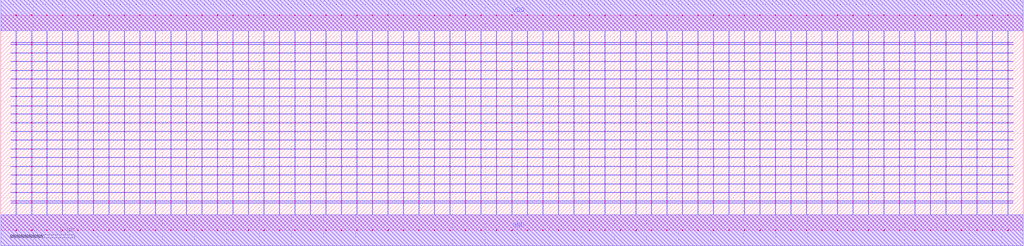
<source format=lef>
MACRO HAX1
 CLASS CORE ;
 FOREIGN HAX1 0 0 ;
 SIZE 15.84 BY 3.33 ;
 ORIGIN 0 0 ;
 SYMMETRY X Y R90 ;
 SITE unit ;
  PIN VDD
   DIRECTION INOUT ;
   USE POWER ;
   SHAPE ABUTMENT ;
    PORT
     CLASS CORE ;
       LAYER li1 ;
        RECT 0.00000000 3.09000000 15.84000000 3.57000000 ;
       LAYER met1 ;
        RECT 0.00000000 3.09000000 15.84000000 3.57000000 ;
    END
  END VDD

  PIN GND
   DIRECTION INOUT ;
   USE POWER ;
   SHAPE ABUTMENT ;
    PORT
     CLASS CORE ;
       LAYER li1 ;
        RECT 0.00000000 -0.24000000 15.84000000 0.24000000 ;
       LAYER met1 ;
        RECT 0.00000000 -0.24000000 15.84000000 0.24000000 ;
    END
  END GND

 OBS
    LAYER polycont ;
     RECT 1.43600000 0.98600000 1.44400000 0.99400000 ;
     RECT 4.31600000 0.98600000 4.32400000 0.99400000 ;
     RECT 5.75600000 0.98600000 5.76400000 0.99400000 ;
     RECT 8.63600000 0.98600000 8.64400000 0.99400000 ;
     RECT 10.07600000 0.98600000 10.08400000 0.99400000 ;
     RECT 11.51600000 0.98600000 11.52400000 0.99400000 ;
     RECT 14.39600000 0.98600000 14.40400000 0.99400000 ;
     RECT 1.43600000 1.92100000 1.44400000 1.92900000 ;
     RECT 4.31600000 1.92100000 4.32400000 1.92900000 ;
     RECT 5.75600000 1.92100000 5.76400000 1.92900000 ;
     RECT 8.63600000 1.92100000 8.64400000 1.92900000 ;
     RECT 10.07600000 1.92100000 10.08400000 1.92900000 ;
     RECT 11.51600000 1.92100000 11.52400000 1.92900000 ;
     RECT 14.39600000 1.92100000 14.40400000 1.92900000 ;

    LAYER pdiffc ;
     RECT 0.71600000 2.33600000 0.72400000 2.34400000 ;
     RECT 0.95600000 2.33600000 0.96400000 2.34400000 ;
     RECT 1.91600000 2.33600000 1.92400000 2.34400000 ;
     RECT 2.15600000 2.33600000 2.16400000 2.34400000 ;
     RECT 3.59600000 2.33600000 3.60400000 2.34400000 ;
     RECT 3.83600000 2.33600000 3.84400000 2.34400000 ;
     RECT 4.79600000 2.33600000 4.80400000 2.34400000 ;
     RECT 5.03600000 2.33600000 5.04400000 2.34400000 ;
     RECT 5.27600000 2.33600000 5.28400000 2.34400000 ;
     RECT 6.23600000 2.33600000 6.24400000 2.34400000 ;
     RECT 6.47600000 2.33600000 6.48400000 2.34400000 ;
     RECT 7.91600000 2.33600000 7.92400000 2.34400000 ;
     RECT 8.15600000 2.33600000 8.16400000 2.34400000 ;
     RECT 9.11600000 2.33600000 9.12400000 2.34400000 ;
     RECT 9.35600000 2.33600000 9.36400000 2.34400000 ;
     RECT 9.59600000 2.33600000 9.60400000 2.34400000 ;
     RECT 10.55600000 2.33600000 10.56400000 2.34400000 ;
     RECT 10.79600000 2.33600000 10.80400000 2.34400000 ;
     RECT 11.03600000 2.33600000 11.04400000 2.34400000 ;
     RECT 11.99600000 2.33600000 12.00400000 2.34400000 ;
     RECT 12.23600000 2.33600000 12.24400000 2.34400000 ;
     RECT 13.67600000 2.33600000 13.68400000 2.34400000 ;
     RECT 13.91600000 2.33600000 13.92400000 2.34400000 ;
     RECT 14.87600000 2.33600000 14.88400000 2.34400000 ;
     RECT 15.11600000 2.33600000 15.12400000 2.34400000 ;
     RECT 0.71600000 2.47100000 0.72400000 2.47900000 ;
     RECT 0.95600000 2.47100000 0.96400000 2.47900000 ;
     RECT 1.91600000 2.47100000 1.92400000 2.47900000 ;
     RECT 2.15600000 2.47100000 2.16400000 2.47900000 ;
     RECT 3.59600000 2.47100000 3.60400000 2.47900000 ;
     RECT 3.83600000 2.47100000 3.84400000 2.47900000 ;
     RECT 4.79600000 2.47100000 4.80400000 2.47900000 ;
     RECT 5.03600000 2.47100000 5.04400000 2.47900000 ;
     RECT 5.27600000 2.47100000 5.28400000 2.47900000 ;
     RECT 6.23600000 2.47100000 6.24400000 2.47900000 ;
     RECT 6.47600000 2.47100000 6.48400000 2.47900000 ;
     RECT 7.91600000 2.47100000 7.92400000 2.47900000 ;
     RECT 8.15600000 2.47100000 8.16400000 2.47900000 ;
     RECT 9.11600000 2.47100000 9.12400000 2.47900000 ;
     RECT 9.35600000 2.47100000 9.36400000 2.47900000 ;
     RECT 9.59600000 2.47100000 9.60400000 2.47900000 ;
     RECT 10.55600000 2.47100000 10.56400000 2.47900000 ;
     RECT 10.79600000 2.47100000 10.80400000 2.47900000 ;
     RECT 11.03600000 2.47100000 11.04400000 2.47900000 ;
     RECT 11.99600000 2.47100000 12.00400000 2.47900000 ;
     RECT 12.23600000 2.47100000 12.24400000 2.47900000 ;
     RECT 13.67600000 2.47100000 13.68400000 2.47900000 ;
     RECT 13.91600000 2.47100000 13.92400000 2.47900000 ;
     RECT 14.87600000 2.47100000 14.88400000 2.47900000 ;
     RECT 15.11600000 2.47100000 15.12400000 2.47900000 ;
     RECT 0.71600000 2.60600000 0.72400000 2.61400000 ;
     RECT 0.95600000 2.60600000 0.96400000 2.61400000 ;
     RECT 1.91600000 2.60600000 1.92400000 2.61400000 ;
     RECT 2.15600000 2.60600000 2.16400000 2.61400000 ;
     RECT 3.59600000 2.60600000 3.60400000 2.61400000 ;
     RECT 3.83600000 2.60600000 3.84400000 2.61400000 ;
     RECT 4.79600000 2.60600000 4.80400000 2.61400000 ;
     RECT 5.03600000 2.60600000 5.04400000 2.61400000 ;
     RECT 5.27600000 2.60600000 5.28400000 2.61400000 ;
     RECT 6.23600000 2.60600000 6.24400000 2.61400000 ;
     RECT 6.47600000 2.60600000 6.48400000 2.61400000 ;
     RECT 7.91600000 2.60600000 7.92400000 2.61400000 ;
     RECT 8.15600000 2.60600000 8.16400000 2.61400000 ;
     RECT 9.11600000 2.60600000 9.12400000 2.61400000 ;
     RECT 9.35600000 2.60600000 9.36400000 2.61400000 ;
     RECT 9.59600000 2.60600000 9.60400000 2.61400000 ;
     RECT 10.55600000 2.60600000 10.56400000 2.61400000 ;
     RECT 10.79600000 2.60600000 10.80400000 2.61400000 ;
     RECT 11.03600000 2.60600000 11.04400000 2.61400000 ;
     RECT 11.99600000 2.60600000 12.00400000 2.61400000 ;
     RECT 12.23600000 2.60600000 12.24400000 2.61400000 ;
     RECT 13.67600000 2.60600000 13.68400000 2.61400000 ;
     RECT 13.91600000 2.60600000 13.92400000 2.61400000 ;
     RECT 14.87600000 2.60600000 14.88400000 2.61400000 ;
     RECT 15.11600000 2.60600000 15.12400000 2.61400000 ;
     RECT 0.71600000 2.74100000 0.72400000 2.74900000 ;
     RECT 0.95600000 2.74100000 0.96400000 2.74900000 ;
     RECT 1.91600000 2.74100000 1.92400000 2.74900000 ;
     RECT 2.15600000 2.74100000 2.16400000 2.74900000 ;
     RECT 3.59600000 2.74100000 3.60400000 2.74900000 ;
     RECT 3.83600000 2.74100000 3.84400000 2.74900000 ;
     RECT 4.79600000 2.74100000 4.80400000 2.74900000 ;
     RECT 5.03600000 2.74100000 5.04400000 2.74900000 ;
     RECT 5.27600000 2.74100000 5.28400000 2.74900000 ;
     RECT 6.23600000 2.74100000 6.24400000 2.74900000 ;
     RECT 6.47600000 2.74100000 6.48400000 2.74900000 ;
     RECT 7.91600000 2.74100000 7.92400000 2.74900000 ;
     RECT 8.15600000 2.74100000 8.16400000 2.74900000 ;
     RECT 9.11600000 2.74100000 9.12400000 2.74900000 ;
     RECT 9.35600000 2.74100000 9.36400000 2.74900000 ;
     RECT 9.59600000 2.74100000 9.60400000 2.74900000 ;
     RECT 10.55600000 2.74100000 10.56400000 2.74900000 ;
     RECT 10.79600000 2.74100000 10.80400000 2.74900000 ;
     RECT 11.03600000 2.74100000 11.04400000 2.74900000 ;
     RECT 11.99600000 2.74100000 12.00400000 2.74900000 ;
     RECT 12.23600000 2.74100000 12.24400000 2.74900000 ;
     RECT 13.67600000 2.74100000 13.68400000 2.74900000 ;
     RECT 13.91600000 2.74100000 13.92400000 2.74900000 ;
     RECT 14.87600000 2.74100000 14.88400000 2.74900000 ;
     RECT 15.11600000 2.74100000 15.12400000 2.74900000 ;
     RECT 0.71600000 2.87600000 0.72400000 2.88400000 ;
     RECT 0.95600000 2.87600000 0.96400000 2.88400000 ;
     RECT 1.91600000 2.87600000 1.92400000 2.88400000 ;
     RECT 2.15600000 2.87600000 2.16400000 2.88400000 ;
     RECT 3.59600000 2.87600000 3.60400000 2.88400000 ;
     RECT 3.83600000 2.87600000 3.84400000 2.88400000 ;
     RECT 4.79600000 2.87600000 4.80400000 2.88400000 ;
     RECT 5.03600000 2.87600000 5.04400000 2.88400000 ;
     RECT 5.27600000 2.87600000 5.28400000 2.88400000 ;
     RECT 6.23600000 2.87600000 6.24400000 2.88400000 ;
     RECT 6.47600000 2.87600000 6.48400000 2.88400000 ;
     RECT 7.91600000 2.87600000 7.92400000 2.88400000 ;
     RECT 8.15600000 2.87600000 8.16400000 2.88400000 ;
     RECT 9.11600000 2.87600000 9.12400000 2.88400000 ;
     RECT 9.35600000 2.87600000 9.36400000 2.88400000 ;
     RECT 9.59600000 2.87600000 9.60400000 2.88400000 ;
     RECT 10.55600000 2.87600000 10.56400000 2.88400000 ;
     RECT 10.79600000 2.87600000 10.80400000 2.88400000 ;
     RECT 11.03600000 2.87600000 11.04400000 2.88400000 ;
     RECT 11.99600000 2.87600000 12.00400000 2.88400000 ;
     RECT 12.23600000 2.87600000 12.24400000 2.88400000 ;
     RECT 13.67600000 2.87600000 13.68400000 2.88400000 ;
     RECT 13.91600000 2.87600000 13.92400000 2.88400000 ;
     RECT 14.87600000 2.87600000 14.88400000 2.88400000 ;
     RECT 15.11600000 2.87600000 15.12400000 2.88400000 ;
     RECT 0.71600000 2.90100000 0.72400000 2.90900000 ;
     RECT 0.95600000 2.90100000 0.96400000 2.90900000 ;
     RECT 1.91600000 2.90100000 1.92400000 2.90900000 ;
     RECT 2.15600000 2.90100000 2.16400000 2.90900000 ;
     RECT 3.59600000 2.90100000 3.60400000 2.90900000 ;
     RECT 3.83600000 2.90100000 3.84400000 2.90900000 ;
     RECT 4.79600000 2.90100000 4.80400000 2.90900000 ;
     RECT 5.03600000 2.90100000 5.04400000 2.90900000 ;
     RECT 5.27600000 2.90100000 5.28400000 2.90900000 ;
     RECT 6.23600000 2.90100000 6.24400000 2.90900000 ;
     RECT 6.47600000 2.90100000 6.48400000 2.90900000 ;
     RECT 7.91600000 2.90100000 7.92400000 2.90900000 ;
     RECT 8.15600000 2.90100000 8.16400000 2.90900000 ;
     RECT 9.11600000 2.90100000 9.12400000 2.90900000 ;
     RECT 9.35600000 2.90100000 9.36400000 2.90900000 ;
     RECT 9.59600000 2.90100000 9.60400000 2.90900000 ;
     RECT 10.55600000 2.90100000 10.56400000 2.90900000 ;
     RECT 10.79600000 2.90100000 10.80400000 2.90900000 ;
     RECT 11.03600000 2.90100000 11.04400000 2.90900000 ;
     RECT 11.99600000 2.90100000 12.00400000 2.90900000 ;
     RECT 12.23600000 2.90100000 12.24400000 2.90900000 ;
     RECT 13.67600000 2.90100000 13.68400000 2.90900000 ;
     RECT 13.91600000 2.90100000 13.92400000 2.90900000 ;
     RECT 14.87600000 2.90100000 14.88400000 2.90900000 ;
     RECT 15.11600000 2.90100000 15.12400000 2.90900000 ;

    LAYER ndiffc ;
     RECT 0.71600000 0.42100000 0.72400000 0.42900000 ;
     RECT 0.95600000 0.42100000 0.96400000 0.42900000 ;
     RECT 1.91600000 0.42100000 1.92400000 0.42900000 ;
     RECT 2.15600000 0.42100000 2.16400000 0.42900000 ;
     RECT 3.59600000 0.42100000 3.60400000 0.42900000 ;
     RECT 3.83600000 0.42100000 3.84400000 0.42900000 ;
     RECT 4.79600000 0.42100000 4.80400000 0.42900000 ;
     RECT 5.03600000 0.42100000 5.04400000 0.42900000 ;
     RECT 5.27600000 0.42100000 5.28400000 0.42900000 ;
     RECT 6.23600000 0.42100000 6.24400000 0.42900000 ;
     RECT 6.47600000 0.42100000 6.48400000 0.42900000 ;
     RECT 7.91600000 0.42100000 7.92400000 0.42900000 ;
     RECT 8.15600000 0.42100000 8.16400000 0.42900000 ;
     RECT 9.11600000 0.42100000 9.12400000 0.42900000 ;
     RECT 9.35600000 0.42100000 9.36400000 0.42900000 ;
     RECT 9.59600000 0.42100000 9.60400000 0.42900000 ;
     RECT 10.55600000 0.42100000 10.56400000 0.42900000 ;
     RECT 10.79600000 0.42100000 10.80400000 0.42900000 ;
     RECT 11.03600000 0.42100000 11.04400000 0.42900000 ;
     RECT 11.99600000 0.42100000 12.00400000 0.42900000 ;
     RECT 12.23600000 0.42100000 12.24400000 0.42900000 ;
     RECT 13.67600000 0.42100000 13.68400000 0.42900000 ;
     RECT 13.91600000 0.42100000 13.92400000 0.42900000 ;
     RECT 14.87600000 0.42100000 14.88400000 0.42900000 ;
     RECT 15.11600000 0.42100000 15.12400000 0.42900000 ;
     RECT 0.71600000 0.44600000 0.72400000 0.45400000 ;
     RECT 0.95600000 0.44600000 0.96400000 0.45400000 ;
     RECT 1.91600000 0.44600000 1.92400000 0.45400000 ;
     RECT 2.15600000 0.44600000 2.16400000 0.45400000 ;
     RECT 3.59600000 0.44600000 3.60400000 0.45400000 ;
     RECT 3.83600000 0.44600000 3.84400000 0.45400000 ;
     RECT 4.79600000 0.44600000 4.80400000 0.45400000 ;
     RECT 5.03600000 0.44600000 5.04400000 0.45400000 ;
     RECT 5.27600000 0.44600000 5.28400000 0.45400000 ;
     RECT 6.23600000 0.44600000 6.24400000 0.45400000 ;
     RECT 6.47600000 0.44600000 6.48400000 0.45400000 ;
     RECT 7.91600000 0.44600000 7.92400000 0.45400000 ;
     RECT 8.15600000 0.44600000 8.16400000 0.45400000 ;
     RECT 9.11600000 0.44600000 9.12400000 0.45400000 ;
     RECT 9.35600000 0.44600000 9.36400000 0.45400000 ;
     RECT 9.59600000 0.44600000 9.60400000 0.45400000 ;
     RECT 10.55600000 0.44600000 10.56400000 0.45400000 ;
     RECT 10.79600000 0.44600000 10.80400000 0.45400000 ;
     RECT 11.03600000 0.44600000 11.04400000 0.45400000 ;
     RECT 11.99600000 0.44600000 12.00400000 0.45400000 ;
     RECT 12.23600000 0.44600000 12.24400000 0.45400000 ;
     RECT 13.67600000 0.44600000 13.68400000 0.45400000 ;
     RECT 13.91600000 0.44600000 13.92400000 0.45400000 ;
     RECT 14.87600000 0.44600000 14.88400000 0.45400000 ;
     RECT 15.11600000 0.44600000 15.12400000 0.45400000 ;
     RECT 0.71600000 0.58100000 0.72400000 0.58900000 ;
     RECT 0.95600000 0.58100000 0.96400000 0.58900000 ;
     RECT 1.91600000 0.58100000 1.92400000 0.58900000 ;
     RECT 2.15600000 0.58100000 2.16400000 0.58900000 ;
     RECT 3.59600000 0.58100000 3.60400000 0.58900000 ;
     RECT 3.83600000 0.58100000 3.84400000 0.58900000 ;
     RECT 4.79600000 0.58100000 4.80400000 0.58900000 ;
     RECT 5.03600000 0.58100000 5.04400000 0.58900000 ;
     RECT 5.27600000 0.58100000 5.28400000 0.58900000 ;
     RECT 6.23600000 0.58100000 6.24400000 0.58900000 ;
     RECT 6.47600000 0.58100000 6.48400000 0.58900000 ;
     RECT 7.91600000 0.58100000 7.92400000 0.58900000 ;
     RECT 8.15600000 0.58100000 8.16400000 0.58900000 ;
     RECT 9.11600000 0.58100000 9.12400000 0.58900000 ;
     RECT 9.35600000 0.58100000 9.36400000 0.58900000 ;
     RECT 9.59600000 0.58100000 9.60400000 0.58900000 ;
     RECT 10.55600000 0.58100000 10.56400000 0.58900000 ;
     RECT 10.79600000 0.58100000 10.80400000 0.58900000 ;
     RECT 11.03600000 0.58100000 11.04400000 0.58900000 ;
     RECT 11.99600000 0.58100000 12.00400000 0.58900000 ;
     RECT 12.23600000 0.58100000 12.24400000 0.58900000 ;
     RECT 13.67600000 0.58100000 13.68400000 0.58900000 ;
     RECT 13.91600000 0.58100000 13.92400000 0.58900000 ;
     RECT 14.87600000 0.58100000 14.88400000 0.58900000 ;
     RECT 15.11600000 0.58100000 15.12400000 0.58900000 ;

    LAYER li1 ;
     RECT 0.00000000 -0.24000000 15.84000000 0.24000000 ;
     RECT 0.23600000 0.24000000 0.24400000 0.42100000 ;
     RECT 0.47600000 0.24000000 0.48400000 0.42100000 ;
     RECT 0.71600000 0.24000000 0.72400000 0.42100000 ;
     RECT 0.95600000 0.24000000 0.96400000 0.42100000 ;
     RECT 1.19600000 0.24000000 1.20400000 0.42100000 ;
     RECT 1.43600000 0.24000000 1.44400000 0.42100000 ;
     RECT 1.67600000 0.24000000 1.68400000 0.42100000 ;
     RECT 1.91600000 0.24000000 1.92400000 0.42100000 ;
     RECT 2.15600000 0.24000000 2.16400000 0.42100000 ;
     RECT 2.39600000 0.24000000 2.40400000 0.42100000 ;
     RECT 2.63600000 0.24000000 2.64400000 0.42100000 ;
     RECT 2.87600000 0.24000000 2.88400000 0.42100000 ;
     RECT 3.11600000 0.24000000 3.12400000 0.42100000 ;
     RECT 3.35600000 0.24000000 3.36400000 0.42100000 ;
     RECT 3.59600000 0.24000000 3.60400000 0.42100000 ;
     RECT 3.83600000 0.24000000 3.84400000 0.42100000 ;
     RECT 4.07600000 0.24000000 4.08400000 0.42100000 ;
     RECT 4.31600000 0.24000000 4.32400000 0.42100000 ;
     RECT 4.55600000 0.24000000 4.56400000 0.42100000 ;
     RECT 4.79600000 0.24000000 4.80400000 0.42100000 ;
     RECT 5.03600000 0.24000000 5.04400000 0.42100000 ;
     RECT 5.27600000 0.24000000 5.28400000 0.42100000 ;
     RECT 5.51600000 0.24000000 5.52400000 0.42100000 ;
     RECT 5.75600000 0.24000000 5.76400000 0.42100000 ;
     RECT 5.99600000 0.24000000 6.00400000 0.42100000 ;
     RECT 6.23600000 0.24000000 6.24400000 0.42100000 ;
     RECT 6.47600000 0.24000000 6.48400000 0.42100000 ;
     RECT 6.71600000 0.24000000 6.72400000 0.42100000 ;
     RECT 6.95600000 0.24000000 6.96400000 0.42100000 ;
     RECT 7.19600000 0.24000000 7.20400000 0.42100000 ;
     RECT 7.43600000 0.24000000 7.44400000 0.42100000 ;
     RECT 7.67600000 0.24000000 7.68400000 0.42100000 ;
     RECT 7.91600000 0.24000000 7.92400000 0.42100000 ;
     RECT 8.15600000 0.24000000 8.16400000 0.42100000 ;
     RECT 8.39600000 0.24000000 8.40400000 0.42100000 ;
     RECT 8.63600000 0.24000000 8.64400000 0.42100000 ;
     RECT 8.87600000 0.24000000 8.88400000 0.42100000 ;
     RECT 9.11600000 0.24000000 9.12400000 0.42100000 ;
     RECT 9.35600000 0.24000000 9.36400000 0.42100000 ;
     RECT 9.59600000 0.24000000 9.60400000 0.42100000 ;
     RECT 9.83600000 0.24000000 9.84400000 0.42100000 ;
     RECT 10.07600000 0.24000000 10.08400000 0.42100000 ;
     RECT 10.31600000 0.24000000 10.32400000 0.42100000 ;
     RECT 10.55600000 0.24000000 10.56400000 0.42100000 ;
     RECT 10.79600000 0.24000000 10.80400000 0.42100000 ;
     RECT 11.03600000 0.24000000 11.04400000 0.42100000 ;
     RECT 11.27600000 0.24000000 11.28400000 0.42100000 ;
     RECT 11.51600000 0.24000000 11.52400000 0.42100000 ;
     RECT 11.75600000 0.24000000 11.76400000 0.42100000 ;
     RECT 11.99600000 0.24000000 12.00400000 0.42100000 ;
     RECT 12.23600000 0.24000000 12.24400000 0.42100000 ;
     RECT 12.47600000 0.24000000 12.48400000 0.42100000 ;
     RECT 12.71600000 0.24000000 12.72400000 0.42100000 ;
     RECT 12.95600000 0.24000000 12.96400000 0.42100000 ;
     RECT 13.19600000 0.24000000 13.20400000 0.42100000 ;
     RECT 13.43600000 0.24000000 13.44400000 0.42100000 ;
     RECT 13.67600000 0.24000000 13.68400000 0.42100000 ;
     RECT 13.91600000 0.24000000 13.92400000 0.42100000 ;
     RECT 14.15600000 0.24000000 14.16400000 0.42100000 ;
     RECT 14.39600000 0.24000000 14.40400000 0.42100000 ;
     RECT 14.63600000 0.24000000 14.64400000 0.42100000 ;
     RECT 14.87600000 0.24000000 14.88400000 0.42100000 ;
     RECT 15.11600000 0.24000000 15.12400000 0.42100000 ;
     RECT 15.35600000 0.24000000 15.36400000 0.42100000 ;
     RECT 15.59600000 0.24000000 15.60400000 0.42100000 ;
     RECT 0.15500000 0.42100000 15.68500000 0.42900000 ;
     RECT 0.23600000 0.42900000 0.24400000 0.44600000 ;
     RECT 0.47600000 0.42900000 0.48400000 0.44600000 ;
     RECT 0.71600000 0.42900000 0.72400000 0.44600000 ;
     RECT 0.95600000 0.42900000 0.96400000 0.44600000 ;
     RECT 1.19600000 0.42900000 1.20400000 0.44600000 ;
     RECT 1.43600000 0.42900000 1.44400000 0.44600000 ;
     RECT 1.67600000 0.42900000 1.68400000 0.44600000 ;
     RECT 1.91600000 0.42900000 1.92400000 0.44600000 ;
     RECT 2.15600000 0.42900000 2.16400000 0.44600000 ;
     RECT 2.39600000 0.42900000 2.40400000 0.44600000 ;
     RECT 2.63600000 0.42900000 2.64400000 0.44600000 ;
     RECT 2.87600000 0.42900000 2.88400000 0.44600000 ;
     RECT 3.11600000 0.42900000 3.12400000 0.44600000 ;
     RECT 3.35600000 0.42900000 3.36400000 0.44600000 ;
     RECT 3.59600000 0.42900000 3.60400000 0.44600000 ;
     RECT 3.83600000 0.42900000 3.84400000 0.44600000 ;
     RECT 4.07600000 0.42900000 4.08400000 0.44600000 ;
     RECT 4.31600000 0.42900000 4.32400000 0.44600000 ;
     RECT 4.55600000 0.42900000 4.56400000 0.44600000 ;
     RECT 4.79600000 0.42900000 4.80400000 0.44600000 ;
     RECT 5.03600000 0.42900000 5.04400000 0.44600000 ;
     RECT 5.27600000 0.42900000 5.28400000 0.44600000 ;
     RECT 5.51600000 0.42900000 5.52400000 0.44600000 ;
     RECT 5.75600000 0.42900000 5.76400000 0.44600000 ;
     RECT 5.99600000 0.42900000 6.00400000 0.44600000 ;
     RECT 6.23600000 0.42900000 6.24400000 0.44600000 ;
     RECT 6.47600000 0.42900000 6.48400000 0.44600000 ;
     RECT 6.71600000 0.42900000 6.72400000 0.44600000 ;
     RECT 6.95600000 0.42900000 6.96400000 0.44600000 ;
     RECT 7.19600000 0.42900000 7.20400000 0.44600000 ;
     RECT 7.43600000 0.42900000 7.44400000 0.44600000 ;
     RECT 7.67600000 0.42900000 7.68400000 0.44600000 ;
     RECT 7.91600000 0.42900000 7.92400000 0.44600000 ;
     RECT 8.15600000 0.42900000 8.16400000 0.44600000 ;
     RECT 8.39600000 0.42900000 8.40400000 0.44600000 ;
     RECT 8.63600000 0.42900000 8.64400000 0.44600000 ;
     RECT 8.87600000 0.42900000 8.88400000 0.44600000 ;
     RECT 9.11600000 0.42900000 9.12400000 0.44600000 ;
     RECT 9.35600000 0.42900000 9.36400000 0.44600000 ;
     RECT 9.59600000 0.42900000 9.60400000 0.44600000 ;
     RECT 9.83600000 0.42900000 9.84400000 0.44600000 ;
     RECT 10.07600000 0.42900000 10.08400000 0.44600000 ;
     RECT 10.31600000 0.42900000 10.32400000 0.44600000 ;
     RECT 10.55600000 0.42900000 10.56400000 0.44600000 ;
     RECT 10.79600000 0.42900000 10.80400000 0.44600000 ;
     RECT 11.03600000 0.42900000 11.04400000 0.44600000 ;
     RECT 11.27600000 0.42900000 11.28400000 0.44600000 ;
     RECT 11.51600000 0.42900000 11.52400000 0.44600000 ;
     RECT 11.75600000 0.42900000 11.76400000 0.44600000 ;
     RECT 11.99600000 0.42900000 12.00400000 0.44600000 ;
     RECT 12.23600000 0.42900000 12.24400000 0.44600000 ;
     RECT 12.47600000 0.42900000 12.48400000 0.44600000 ;
     RECT 12.71600000 0.42900000 12.72400000 0.44600000 ;
     RECT 12.95600000 0.42900000 12.96400000 0.44600000 ;
     RECT 13.19600000 0.42900000 13.20400000 0.44600000 ;
     RECT 13.43600000 0.42900000 13.44400000 0.44600000 ;
     RECT 13.67600000 0.42900000 13.68400000 0.44600000 ;
     RECT 13.91600000 0.42900000 13.92400000 0.44600000 ;
     RECT 14.15600000 0.42900000 14.16400000 0.44600000 ;
     RECT 14.39600000 0.42900000 14.40400000 0.44600000 ;
     RECT 14.63600000 0.42900000 14.64400000 0.44600000 ;
     RECT 14.87600000 0.42900000 14.88400000 0.44600000 ;
     RECT 15.11600000 0.42900000 15.12400000 0.44600000 ;
     RECT 15.35600000 0.42900000 15.36400000 0.44600000 ;
     RECT 15.59600000 0.42900000 15.60400000 0.44600000 ;
     RECT 0.15500000 0.44600000 15.68500000 0.45400000 ;
     RECT 0.23600000 0.45400000 0.24400000 0.58100000 ;
     RECT 0.47600000 0.45400000 0.48400000 0.58100000 ;
     RECT 0.71600000 0.45400000 0.72400000 0.58100000 ;
     RECT 0.95600000 0.45400000 0.96400000 0.58100000 ;
     RECT 1.19600000 0.45400000 1.20400000 0.58100000 ;
     RECT 1.43600000 0.45400000 1.44400000 0.58100000 ;
     RECT 1.67600000 0.45400000 1.68400000 0.58100000 ;
     RECT 1.91600000 0.45400000 1.92400000 0.58100000 ;
     RECT 2.15600000 0.45400000 2.16400000 0.58100000 ;
     RECT 2.39600000 0.45400000 2.40400000 0.58100000 ;
     RECT 2.63600000 0.45400000 2.64400000 0.58100000 ;
     RECT 2.87600000 0.45400000 2.88400000 0.58100000 ;
     RECT 3.11600000 0.45400000 3.12400000 0.58100000 ;
     RECT 3.35600000 0.45400000 3.36400000 0.58100000 ;
     RECT 3.59600000 0.45400000 3.60400000 0.58100000 ;
     RECT 3.83600000 0.45400000 3.84400000 0.58100000 ;
     RECT 4.07600000 0.45400000 4.08400000 0.58100000 ;
     RECT 4.31600000 0.45400000 4.32400000 0.58100000 ;
     RECT 4.55600000 0.45400000 4.56400000 0.58100000 ;
     RECT 4.79600000 0.45400000 4.80400000 0.58100000 ;
     RECT 5.03600000 0.45400000 5.04400000 0.58100000 ;
     RECT 5.27600000 0.45400000 5.28400000 0.58100000 ;
     RECT 5.51600000 0.45400000 5.52400000 0.58100000 ;
     RECT 5.75600000 0.45400000 5.76400000 0.58100000 ;
     RECT 5.99600000 0.45400000 6.00400000 0.58100000 ;
     RECT 6.23600000 0.45400000 6.24400000 0.58100000 ;
     RECT 6.47600000 0.45400000 6.48400000 0.58100000 ;
     RECT 6.71600000 0.45400000 6.72400000 0.58100000 ;
     RECT 6.95600000 0.45400000 6.96400000 0.58100000 ;
     RECT 7.19600000 0.45400000 7.20400000 0.58100000 ;
     RECT 7.43600000 0.45400000 7.44400000 0.58100000 ;
     RECT 7.67600000 0.45400000 7.68400000 0.58100000 ;
     RECT 7.91600000 0.45400000 7.92400000 0.58100000 ;
     RECT 8.15600000 0.45400000 8.16400000 0.58100000 ;
     RECT 8.39600000 0.45400000 8.40400000 0.58100000 ;
     RECT 8.63600000 0.45400000 8.64400000 0.58100000 ;
     RECT 8.87600000 0.45400000 8.88400000 0.58100000 ;
     RECT 9.11600000 0.45400000 9.12400000 0.58100000 ;
     RECT 9.35600000 0.45400000 9.36400000 0.58100000 ;
     RECT 9.59600000 0.45400000 9.60400000 0.58100000 ;
     RECT 9.83600000 0.45400000 9.84400000 0.58100000 ;
     RECT 10.07600000 0.45400000 10.08400000 0.58100000 ;
     RECT 10.31600000 0.45400000 10.32400000 0.58100000 ;
     RECT 10.55600000 0.45400000 10.56400000 0.58100000 ;
     RECT 10.79600000 0.45400000 10.80400000 0.58100000 ;
     RECT 11.03600000 0.45400000 11.04400000 0.58100000 ;
     RECT 11.27600000 0.45400000 11.28400000 0.58100000 ;
     RECT 11.51600000 0.45400000 11.52400000 0.58100000 ;
     RECT 11.75600000 0.45400000 11.76400000 0.58100000 ;
     RECT 11.99600000 0.45400000 12.00400000 0.58100000 ;
     RECT 12.23600000 0.45400000 12.24400000 0.58100000 ;
     RECT 12.47600000 0.45400000 12.48400000 0.58100000 ;
     RECT 12.71600000 0.45400000 12.72400000 0.58100000 ;
     RECT 12.95600000 0.45400000 12.96400000 0.58100000 ;
     RECT 13.19600000 0.45400000 13.20400000 0.58100000 ;
     RECT 13.43600000 0.45400000 13.44400000 0.58100000 ;
     RECT 13.67600000 0.45400000 13.68400000 0.58100000 ;
     RECT 13.91600000 0.45400000 13.92400000 0.58100000 ;
     RECT 14.15600000 0.45400000 14.16400000 0.58100000 ;
     RECT 14.39600000 0.45400000 14.40400000 0.58100000 ;
     RECT 14.63600000 0.45400000 14.64400000 0.58100000 ;
     RECT 14.87600000 0.45400000 14.88400000 0.58100000 ;
     RECT 15.11600000 0.45400000 15.12400000 0.58100000 ;
     RECT 15.35600000 0.45400000 15.36400000 0.58100000 ;
     RECT 15.59600000 0.45400000 15.60400000 0.58100000 ;
     RECT 0.15500000 0.58100000 15.68500000 0.58900000 ;
     RECT 0.23600000 0.58900000 0.24400000 0.71600000 ;
     RECT 0.47600000 0.58900000 0.48400000 0.71600000 ;
     RECT 0.71600000 0.58900000 0.72400000 0.71600000 ;
     RECT 0.95600000 0.58900000 0.96400000 0.71600000 ;
     RECT 1.19600000 0.58900000 1.20400000 0.71600000 ;
     RECT 1.43600000 0.58900000 1.44400000 0.71600000 ;
     RECT 1.67600000 0.58900000 1.68400000 0.71600000 ;
     RECT 1.91600000 0.58900000 1.92400000 0.71600000 ;
     RECT 2.15600000 0.58900000 2.16400000 0.71600000 ;
     RECT 2.39600000 0.58900000 2.40400000 0.71600000 ;
     RECT 2.63600000 0.58900000 2.64400000 0.71600000 ;
     RECT 2.87600000 0.58900000 2.88400000 0.71600000 ;
     RECT 3.11600000 0.58900000 3.12400000 0.71600000 ;
     RECT 3.35600000 0.58900000 3.36400000 0.71600000 ;
     RECT 3.59600000 0.58900000 3.60400000 0.71600000 ;
     RECT 3.83600000 0.58900000 3.84400000 0.71600000 ;
     RECT 4.07600000 0.58900000 4.08400000 0.71600000 ;
     RECT 4.31600000 0.58900000 4.32400000 0.71600000 ;
     RECT 4.55600000 0.58900000 4.56400000 0.71600000 ;
     RECT 4.79600000 0.58900000 4.80400000 0.71600000 ;
     RECT 5.03600000 0.58900000 5.04400000 0.71600000 ;
     RECT 5.27600000 0.58900000 5.28400000 0.71600000 ;
     RECT 5.51600000 0.58900000 5.52400000 0.71600000 ;
     RECT 5.75600000 0.58900000 5.76400000 0.71600000 ;
     RECT 5.99600000 0.58900000 6.00400000 0.71600000 ;
     RECT 6.23600000 0.58900000 6.24400000 0.71600000 ;
     RECT 6.47600000 0.58900000 6.48400000 0.71600000 ;
     RECT 6.71600000 0.58900000 6.72400000 0.71600000 ;
     RECT 6.95600000 0.58900000 6.96400000 0.71600000 ;
     RECT 7.19600000 0.58900000 7.20400000 0.71600000 ;
     RECT 7.43600000 0.58900000 7.44400000 0.71600000 ;
     RECT 7.67600000 0.58900000 7.68400000 0.71600000 ;
     RECT 7.91600000 0.58900000 7.92400000 0.71600000 ;
     RECT 8.15600000 0.58900000 8.16400000 0.71600000 ;
     RECT 8.39600000 0.58900000 8.40400000 0.71600000 ;
     RECT 8.63600000 0.58900000 8.64400000 0.71600000 ;
     RECT 8.87600000 0.58900000 8.88400000 0.71600000 ;
     RECT 9.11600000 0.58900000 9.12400000 0.71600000 ;
     RECT 9.35600000 0.58900000 9.36400000 0.71600000 ;
     RECT 9.59600000 0.58900000 9.60400000 0.71600000 ;
     RECT 9.83600000 0.58900000 9.84400000 0.71600000 ;
     RECT 10.07600000 0.58900000 10.08400000 0.71600000 ;
     RECT 10.31600000 0.58900000 10.32400000 0.71600000 ;
     RECT 10.55600000 0.58900000 10.56400000 0.71600000 ;
     RECT 10.79600000 0.58900000 10.80400000 0.71600000 ;
     RECT 11.03600000 0.58900000 11.04400000 0.71600000 ;
     RECT 11.27600000 0.58900000 11.28400000 0.71600000 ;
     RECT 11.51600000 0.58900000 11.52400000 0.71600000 ;
     RECT 11.75600000 0.58900000 11.76400000 0.71600000 ;
     RECT 11.99600000 0.58900000 12.00400000 0.71600000 ;
     RECT 12.23600000 0.58900000 12.24400000 0.71600000 ;
     RECT 12.47600000 0.58900000 12.48400000 0.71600000 ;
     RECT 12.71600000 0.58900000 12.72400000 0.71600000 ;
     RECT 12.95600000 0.58900000 12.96400000 0.71600000 ;
     RECT 13.19600000 0.58900000 13.20400000 0.71600000 ;
     RECT 13.43600000 0.58900000 13.44400000 0.71600000 ;
     RECT 13.67600000 0.58900000 13.68400000 0.71600000 ;
     RECT 13.91600000 0.58900000 13.92400000 0.71600000 ;
     RECT 14.15600000 0.58900000 14.16400000 0.71600000 ;
     RECT 14.39600000 0.58900000 14.40400000 0.71600000 ;
     RECT 14.63600000 0.58900000 14.64400000 0.71600000 ;
     RECT 14.87600000 0.58900000 14.88400000 0.71600000 ;
     RECT 15.11600000 0.58900000 15.12400000 0.71600000 ;
     RECT 15.35600000 0.58900000 15.36400000 0.71600000 ;
     RECT 15.59600000 0.58900000 15.60400000 0.71600000 ;
     RECT 0.15500000 0.71600000 15.68500000 0.72400000 ;
     RECT 0.23600000 0.72400000 0.24400000 0.85100000 ;
     RECT 0.47600000 0.72400000 0.48400000 0.85100000 ;
     RECT 0.71600000 0.72400000 0.72400000 0.85100000 ;
     RECT 0.95600000 0.72400000 0.96400000 0.85100000 ;
     RECT 1.19600000 0.72400000 1.20400000 0.85100000 ;
     RECT 1.43600000 0.72400000 1.44400000 0.85100000 ;
     RECT 1.67600000 0.72400000 1.68400000 0.85100000 ;
     RECT 1.91600000 0.72400000 1.92400000 0.85100000 ;
     RECT 2.15600000 0.72400000 2.16400000 0.85100000 ;
     RECT 2.39600000 0.72400000 2.40400000 0.85100000 ;
     RECT 2.63600000 0.72400000 2.64400000 0.85100000 ;
     RECT 2.87600000 0.72400000 2.88400000 0.85100000 ;
     RECT 3.11600000 0.72400000 3.12400000 0.85100000 ;
     RECT 3.35600000 0.72400000 3.36400000 0.85100000 ;
     RECT 3.59600000 0.72400000 3.60400000 0.85100000 ;
     RECT 3.83600000 0.72400000 3.84400000 0.85100000 ;
     RECT 4.07600000 0.72400000 4.08400000 0.85100000 ;
     RECT 4.31600000 0.72400000 4.32400000 0.85100000 ;
     RECT 4.55600000 0.72400000 4.56400000 0.85100000 ;
     RECT 4.79600000 0.72400000 4.80400000 0.85100000 ;
     RECT 5.03600000 0.72400000 5.04400000 0.85100000 ;
     RECT 5.27600000 0.72400000 5.28400000 0.85100000 ;
     RECT 5.51600000 0.72400000 5.52400000 0.85100000 ;
     RECT 5.75600000 0.72400000 5.76400000 0.85100000 ;
     RECT 5.99600000 0.72400000 6.00400000 0.85100000 ;
     RECT 6.23600000 0.72400000 6.24400000 0.85100000 ;
     RECT 6.47600000 0.72400000 6.48400000 0.85100000 ;
     RECT 6.71600000 0.72400000 6.72400000 0.85100000 ;
     RECT 6.95600000 0.72400000 6.96400000 0.85100000 ;
     RECT 7.19600000 0.72400000 7.20400000 0.85100000 ;
     RECT 7.43600000 0.72400000 7.44400000 0.85100000 ;
     RECT 7.67600000 0.72400000 7.68400000 0.85100000 ;
     RECT 7.91600000 0.72400000 7.92400000 0.85100000 ;
     RECT 8.15600000 0.72400000 8.16400000 0.85100000 ;
     RECT 8.39600000 0.72400000 8.40400000 0.85100000 ;
     RECT 8.63600000 0.72400000 8.64400000 0.85100000 ;
     RECT 8.87600000 0.72400000 8.88400000 0.85100000 ;
     RECT 9.11600000 0.72400000 9.12400000 0.85100000 ;
     RECT 9.35600000 0.72400000 9.36400000 0.85100000 ;
     RECT 9.59600000 0.72400000 9.60400000 0.85100000 ;
     RECT 9.83600000 0.72400000 9.84400000 0.85100000 ;
     RECT 10.07600000 0.72400000 10.08400000 0.85100000 ;
     RECT 10.31600000 0.72400000 10.32400000 0.85100000 ;
     RECT 10.55600000 0.72400000 10.56400000 0.85100000 ;
     RECT 10.79600000 0.72400000 10.80400000 0.85100000 ;
     RECT 11.03600000 0.72400000 11.04400000 0.85100000 ;
     RECT 11.27600000 0.72400000 11.28400000 0.85100000 ;
     RECT 11.51600000 0.72400000 11.52400000 0.85100000 ;
     RECT 11.75600000 0.72400000 11.76400000 0.85100000 ;
     RECT 11.99600000 0.72400000 12.00400000 0.85100000 ;
     RECT 12.23600000 0.72400000 12.24400000 0.85100000 ;
     RECT 12.47600000 0.72400000 12.48400000 0.85100000 ;
     RECT 12.71600000 0.72400000 12.72400000 0.85100000 ;
     RECT 12.95600000 0.72400000 12.96400000 0.85100000 ;
     RECT 13.19600000 0.72400000 13.20400000 0.85100000 ;
     RECT 13.43600000 0.72400000 13.44400000 0.85100000 ;
     RECT 13.67600000 0.72400000 13.68400000 0.85100000 ;
     RECT 13.91600000 0.72400000 13.92400000 0.85100000 ;
     RECT 14.15600000 0.72400000 14.16400000 0.85100000 ;
     RECT 14.39600000 0.72400000 14.40400000 0.85100000 ;
     RECT 14.63600000 0.72400000 14.64400000 0.85100000 ;
     RECT 14.87600000 0.72400000 14.88400000 0.85100000 ;
     RECT 15.11600000 0.72400000 15.12400000 0.85100000 ;
     RECT 15.35600000 0.72400000 15.36400000 0.85100000 ;
     RECT 15.59600000 0.72400000 15.60400000 0.85100000 ;
     RECT 0.15500000 0.85100000 15.68500000 0.85900000 ;
     RECT 0.23600000 0.85900000 0.24400000 0.98600000 ;
     RECT 0.47600000 0.85900000 0.48400000 0.98600000 ;
     RECT 0.71600000 0.85900000 0.72400000 0.98600000 ;
     RECT 0.95600000 0.85900000 0.96400000 0.98600000 ;
     RECT 1.19600000 0.85900000 1.20400000 0.98600000 ;
     RECT 1.43600000 0.85900000 1.44400000 0.98600000 ;
     RECT 1.67600000 0.85900000 1.68400000 0.98600000 ;
     RECT 1.91600000 0.85900000 1.92400000 0.98600000 ;
     RECT 2.15600000 0.85900000 2.16400000 0.98600000 ;
     RECT 2.39600000 0.85900000 2.40400000 0.98600000 ;
     RECT 2.63600000 0.85900000 2.64400000 0.98600000 ;
     RECT 2.87600000 0.85900000 2.88400000 0.98600000 ;
     RECT 3.11600000 0.85900000 3.12400000 0.98600000 ;
     RECT 3.35600000 0.85900000 3.36400000 0.98600000 ;
     RECT 3.59600000 0.85900000 3.60400000 0.98600000 ;
     RECT 3.83600000 0.85900000 3.84400000 0.98600000 ;
     RECT 4.07600000 0.85900000 4.08400000 0.98600000 ;
     RECT 4.31600000 0.85900000 4.32400000 0.98600000 ;
     RECT 4.55600000 0.85900000 4.56400000 0.98600000 ;
     RECT 4.79600000 0.85900000 4.80400000 0.98600000 ;
     RECT 5.03600000 0.85900000 5.04400000 0.98600000 ;
     RECT 5.27600000 0.85900000 5.28400000 0.98600000 ;
     RECT 5.51600000 0.85900000 5.52400000 0.98600000 ;
     RECT 5.75600000 0.85900000 5.76400000 0.98600000 ;
     RECT 5.99600000 0.85900000 6.00400000 0.98600000 ;
     RECT 6.23600000 0.85900000 6.24400000 0.98600000 ;
     RECT 6.47600000 0.85900000 6.48400000 0.98600000 ;
     RECT 6.71600000 0.85900000 6.72400000 0.98600000 ;
     RECT 6.95600000 0.85900000 6.96400000 0.98600000 ;
     RECT 7.19600000 0.85900000 7.20400000 0.98600000 ;
     RECT 7.43600000 0.85900000 7.44400000 0.98600000 ;
     RECT 7.67600000 0.85900000 7.68400000 0.98600000 ;
     RECT 7.91600000 0.85900000 7.92400000 0.98600000 ;
     RECT 8.15600000 0.85900000 8.16400000 0.98600000 ;
     RECT 8.39600000 0.85900000 8.40400000 0.98600000 ;
     RECT 8.63600000 0.85900000 8.64400000 0.98600000 ;
     RECT 8.87600000 0.85900000 8.88400000 0.98600000 ;
     RECT 9.11600000 0.85900000 9.12400000 0.98600000 ;
     RECT 9.35600000 0.85900000 9.36400000 0.98600000 ;
     RECT 9.59600000 0.85900000 9.60400000 0.98600000 ;
     RECT 9.83600000 0.85900000 9.84400000 0.98600000 ;
     RECT 10.07600000 0.85900000 10.08400000 0.98600000 ;
     RECT 10.31600000 0.85900000 10.32400000 0.98600000 ;
     RECT 10.55600000 0.85900000 10.56400000 0.98600000 ;
     RECT 10.79600000 0.85900000 10.80400000 0.98600000 ;
     RECT 11.03600000 0.85900000 11.04400000 0.98600000 ;
     RECT 11.27600000 0.85900000 11.28400000 0.98600000 ;
     RECT 11.51600000 0.85900000 11.52400000 0.98600000 ;
     RECT 11.75600000 0.85900000 11.76400000 0.98600000 ;
     RECT 11.99600000 0.85900000 12.00400000 0.98600000 ;
     RECT 12.23600000 0.85900000 12.24400000 0.98600000 ;
     RECT 12.47600000 0.85900000 12.48400000 0.98600000 ;
     RECT 12.71600000 0.85900000 12.72400000 0.98600000 ;
     RECT 12.95600000 0.85900000 12.96400000 0.98600000 ;
     RECT 13.19600000 0.85900000 13.20400000 0.98600000 ;
     RECT 13.43600000 0.85900000 13.44400000 0.98600000 ;
     RECT 13.67600000 0.85900000 13.68400000 0.98600000 ;
     RECT 13.91600000 0.85900000 13.92400000 0.98600000 ;
     RECT 14.15600000 0.85900000 14.16400000 0.98600000 ;
     RECT 14.39600000 0.85900000 14.40400000 0.98600000 ;
     RECT 14.63600000 0.85900000 14.64400000 0.98600000 ;
     RECT 14.87600000 0.85900000 14.88400000 0.98600000 ;
     RECT 15.11600000 0.85900000 15.12400000 0.98600000 ;
     RECT 15.35600000 0.85900000 15.36400000 0.98600000 ;
     RECT 15.59600000 0.85900000 15.60400000 0.98600000 ;
     RECT 0.15500000 0.98600000 15.68500000 0.99400000 ;
     RECT 0.23600000 0.99400000 0.24400000 1.12100000 ;
     RECT 0.47600000 0.99400000 0.48400000 1.12100000 ;
     RECT 0.71600000 0.99400000 0.72400000 1.12100000 ;
     RECT 0.95600000 0.99400000 0.96400000 1.12100000 ;
     RECT 1.19600000 0.99400000 1.20400000 1.12100000 ;
     RECT 1.43600000 0.99400000 1.44400000 1.12100000 ;
     RECT 1.67600000 0.99400000 1.68400000 1.12100000 ;
     RECT 1.91600000 0.99400000 1.92400000 1.12100000 ;
     RECT 2.15600000 0.99400000 2.16400000 1.12100000 ;
     RECT 2.39600000 0.99400000 2.40400000 1.12100000 ;
     RECT 2.63600000 0.99400000 2.64400000 1.12100000 ;
     RECT 2.87600000 0.99400000 2.88400000 1.12100000 ;
     RECT 3.11600000 0.99400000 3.12400000 1.12100000 ;
     RECT 3.35600000 0.99400000 3.36400000 1.12100000 ;
     RECT 3.59600000 0.99400000 3.60400000 1.12100000 ;
     RECT 3.83600000 0.99400000 3.84400000 1.12100000 ;
     RECT 4.07600000 0.99400000 4.08400000 1.12100000 ;
     RECT 4.31600000 0.99400000 4.32400000 1.12100000 ;
     RECT 4.55600000 0.99400000 4.56400000 1.12100000 ;
     RECT 4.79600000 0.99400000 4.80400000 1.12100000 ;
     RECT 5.03600000 0.99400000 5.04400000 1.12100000 ;
     RECT 5.27600000 0.99400000 5.28400000 1.12100000 ;
     RECT 5.51600000 0.99400000 5.52400000 1.12100000 ;
     RECT 5.75600000 0.99400000 5.76400000 1.12100000 ;
     RECT 5.99600000 0.99400000 6.00400000 1.12100000 ;
     RECT 6.23600000 0.99400000 6.24400000 1.12100000 ;
     RECT 6.47600000 0.99400000 6.48400000 1.12100000 ;
     RECT 6.71600000 0.99400000 6.72400000 1.12100000 ;
     RECT 6.95600000 0.99400000 6.96400000 1.12100000 ;
     RECT 7.19600000 0.99400000 7.20400000 1.12100000 ;
     RECT 7.43600000 0.99400000 7.44400000 1.12100000 ;
     RECT 7.67600000 0.99400000 7.68400000 1.12100000 ;
     RECT 7.91600000 0.99400000 7.92400000 1.12100000 ;
     RECT 8.15600000 0.99400000 8.16400000 1.12100000 ;
     RECT 8.39600000 0.99400000 8.40400000 1.12100000 ;
     RECT 8.63600000 0.99400000 8.64400000 1.12100000 ;
     RECT 8.87600000 0.99400000 8.88400000 1.12100000 ;
     RECT 9.11600000 0.99400000 9.12400000 1.12100000 ;
     RECT 9.35600000 0.99400000 9.36400000 1.12100000 ;
     RECT 9.59600000 0.99400000 9.60400000 1.12100000 ;
     RECT 9.83600000 0.99400000 9.84400000 1.12100000 ;
     RECT 10.07600000 0.99400000 10.08400000 1.12100000 ;
     RECT 10.31600000 0.99400000 10.32400000 1.12100000 ;
     RECT 10.55600000 0.99400000 10.56400000 1.12100000 ;
     RECT 10.79600000 0.99400000 10.80400000 1.12100000 ;
     RECT 11.03600000 0.99400000 11.04400000 1.12100000 ;
     RECT 11.27600000 0.99400000 11.28400000 1.12100000 ;
     RECT 11.51600000 0.99400000 11.52400000 1.12100000 ;
     RECT 11.75600000 0.99400000 11.76400000 1.12100000 ;
     RECT 11.99600000 0.99400000 12.00400000 1.12100000 ;
     RECT 12.23600000 0.99400000 12.24400000 1.12100000 ;
     RECT 12.47600000 0.99400000 12.48400000 1.12100000 ;
     RECT 12.71600000 0.99400000 12.72400000 1.12100000 ;
     RECT 12.95600000 0.99400000 12.96400000 1.12100000 ;
     RECT 13.19600000 0.99400000 13.20400000 1.12100000 ;
     RECT 13.43600000 0.99400000 13.44400000 1.12100000 ;
     RECT 13.67600000 0.99400000 13.68400000 1.12100000 ;
     RECT 13.91600000 0.99400000 13.92400000 1.12100000 ;
     RECT 14.15600000 0.99400000 14.16400000 1.12100000 ;
     RECT 14.39600000 0.99400000 14.40400000 1.12100000 ;
     RECT 14.63600000 0.99400000 14.64400000 1.12100000 ;
     RECT 14.87600000 0.99400000 14.88400000 1.12100000 ;
     RECT 15.11600000 0.99400000 15.12400000 1.12100000 ;
     RECT 15.35600000 0.99400000 15.36400000 1.12100000 ;
     RECT 15.59600000 0.99400000 15.60400000 1.12100000 ;
     RECT 0.15500000 1.12100000 15.68500000 1.12900000 ;
     RECT 0.23600000 1.12900000 0.24400000 1.25600000 ;
     RECT 0.47600000 1.12900000 0.48400000 1.25600000 ;
     RECT 0.71600000 1.12900000 0.72400000 1.25600000 ;
     RECT 0.95600000 1.12900000 0.96400000 1.25600000 ;
     RECT 1.19600000 1.12900000 1.20400000 1.25600000 ;
     RECT 1.43600000 1.12900000 1.44400000 1.25600000 ;
     RECT 1.67600000 1.12900000 1.68400000 1.25600000 ;
     RECT 1.91600000 1.12900000 1.92400000 1.25600000 ;
     RECT 2.15600000 1.12900000 2.16400000 1.25600000 ;
     RECT 2.39600000 1.12900000 2.40400000 1.25600000 ;
     RECT 2.63600000 1.12900000 2.64400000 1.25600000 ;
     RECT 2.87600000 1.12900000 2.88400000 1.25600000 ;
     RECT 3.11600000 1.12900000 3.12400000 1.25600000 ;
     RECT 3.35600000 1.12900000 3.36400000 1.25600000 ;
     RECT 3.59600000 1.12900000 3.60400000 1.25600000 ;
     RECT 3.83600000 1.12900000 3.84400000 1.25600000 ;
     RECT 4.07600000 1.12900000 4.08400000 1.25600000 ;
     RECT 4.31600000 1.12900000 4.32400000 1.25600000 ;
     RECT 4.55600000 1.12900000 4.56400000 1.25600000 ;
     RECT 4.79600000 1.12900000 4.80400000 1.25600000 ;
     RECT 5.03600000 1.12900000 5.04400000 1.25600000 ;
     RECT 5.27600000 1.12900000 5.28400000 1.25600000 ;
     RECT 5.51600000 1.12900000 5.52400000 1.25600000 ;
     RECT 5.75600000 1.12900000 5.76400000 1.25600000 ;
     RECT 5.99600000 1.12900000 6.00400000 1.25600000 ;
     RECT 6.23600000 1.12900000 6.24400000 1.25600000 ;
     RECT 6.47600000 1.12900000 6.48400000 1.25600000 ;
     RECT 6.71600000 1.12900000 6.72400000 1.25600000 ;
     RECT 6.95600000 1.12900000 6.96400000 1.25600000 ;
     RECT 7.19600000 1.12900000 7.20400000 1.25600000 ;
     RECT 7.43600000 1.12900000 7.44400000 1.25600000 ;
     RECT 7.67600000 1.12900000 7.68400000 1.25600000 ;
     RECT 7.91600000 1.12900000 7.92400000 1.25600000 ;
     RECT 8.15600000 1.12900000 8.16400000 1.25600000 ;
     RECT 8.39600000 1.12900000 8.40400000 1.25600000 ;
     RECT 8.63600000 1.12900000 8.64400000 1.25600000 ;
     RECT 8.87600000 1.12900000 8.88400000 1.25600000 ;
     RECT 9.11600000 1.12900000 9.12400000 1.25600000 ;
     RECT 9.35600000 1.12900000 9.36400000 1.25600000 ;
     RECT 9.59600000 1.12900000 9.60400000 1.25600000 ;
     RECT 9.83600000 1.12900000 9.84400000 1.25600000 ;
     RECT 10.07600000 1.12900000 10.08400000 1.25600000 ;
     RECT 10.31600000 1.12900000 10.32400000 1.25600000 ;
     RECT 10.55600000 1.12900000 10.56400000 1.25600000 ;
     RECT 10.79600000 1.12900000 10.80400000 1.25600000 ;
     RECT 11.03600000 1.12900000 11.04400000 1.25600000 ;
     RECT 11.27600000 1.12900000 11.28400000 1.25600000 ;
     RECT 11.51600000 1.12900000 11.52400000 1.25600000 ;
     RECT 11.75600000 1.12900000 11.76400000 1.25600000 ;
     RECT 11.99600000 1.12900000 12.00400000 1.25600000 ;
     RECT 12.23600000 1.12900000 12.24400000 1.25600000 ;
     RECT 12.47600000 1.12900000 12.48400000 1.25600000 ;
     RECT 12.71600000 1.12900000 12.72400000 1.25600000 ;
     RECT 12.95600000 1.12900000 12.96400000 1.25600000 ;
     RECT 13.19600000 1.12900000 13.20400000 1.25600000 ;
     RECT 13.43600000 1.12900000 13.44400000 1.25600000 ;
     RECT 13.67600000 1.12900000 13.68400000 1.25600000 ;
     RECT 13.91600000 1.12900000 13.92400000 1.25600000 ;
     RECT 14.15600000 1.12900000 14.16400000 1.25600000 ;
     RECT 14.39600000 1.12900000 14.40400000 1.25600000 ;
     RECT 14.63600000 1.12900000 14.64400000 1.25600000 ;
     RECT 14.87600000 1.12900000 14.88400000 1.25600000 ;
     RECT 15.11600000 1.12900000 15.12400000 1.25600000 ;
     RECT 15.35600000 1.12900000 15.36400000 1.25600000 ;
     RECT 15.59600000 1.12900000 15.60400000 1.25600000 ;
     RECT 0.15500000 1.25600000 15.68500000 1.26400000 ;
     RECT 0.23600000 1.26400000 0.24400000 1.39100000 ;
     RECT 0.47600000 1.26400000 0.48400000 1.39100000 ;
     RECT 0.71600000 1.26400000 0.72400000 1.39100000 ;
     RECT 0.95600000 1.26400000 0.96400000 1.39100000 ;
     RECT 1.19600000 1.26400000 1.20400000 1.39100000 ;
     RECT 1.43600000 1.26400000 1.44400000 1.39100000 ;
     RECT 1.67600000 1.26400000 1.68400000 1.39100000 ;
     RECT 1.91600000 1.26400000 1.92400000 1.39100000 ;
     RECT 2.15600000 1.26400000 2.16400000 1.39100000 ;
     RECT 2.39600000 1.26400000 2.40400000 1.39100000 ;
     RECT 2.63600000 1.26400000 2.64400000 1.39100000 ;
     RECT 2.87600000 1.26400000 2.88400000 1.39100000 ;
     RECT 3.11600000 1.26400000 3.12400000 1.39100000 ;
     RECT 3.35600000 1.26400000 3.36400000 1.39100000 ;
     RECT 3.59600000 1.26400000 3.60400000 1.39100000 ;
     RECT 3.83600000 1.26400000 3.84400000 1.39100000 ;
     RECT 4.07600000 1.26400000 4.08400000 1.39100000 ;
     RECT 4.31600000 1.26400000 4.32400000 1.39100000 ;
     RECT 4.55600000 1.26400000 4.56400000 1.39100000 ;
     RECT 4.79600000 1.26400000 4.80400000 1.39100000 ;
     RECT 5.03600000 1.26400000 5.04400000 1.39100000 ;
     RECT 5.27600000 1.26400000 5.28400000 1.39100000 ;
     RECT 5.51600000 1.26400000 5.52400000 1.39100000 ;
     RECT 5.75600000 1.26400000 5.76400000 1.39100000 ;
     RECT 5.99600000 1.26400000 6.00400000 1.39100000 ;
     RECT 6.23600000 1.26400000 6.24400000 1.39100000 ;
     RECT 6.47600000 1.26400000 6.48400000 1.39100000 ;
     RECT 6.71600000 1.26400000 6.72400000 1.39100000 ;
     RECT 6.95600000 1.26400000 6.96400000 1.39100000 ;
     RECT 7.19600000 1.26400000 7.20400000 1.39100000 ;
     RECT 7.43600000 1.26400000 7.44400000 1.39100000 ;
     RECT 7.67600000 1.26400000 7.68400000 1.39100000 ;
     RECT 7.91600000 1.26400000 7.92400000 1.39100000 ;
     RECT 8.15600000 1.26400000 8.16400000 1.39100000 ;
     RECT 8.39600000 1.26400000 8.40400000 1.39100000 ;
     RECT 8.63600000 1.26400000 8.64400000 1.39100000 ;
     RECT 8.87600000 1.26400000 8.88400000 1.39100000 ;
     RECT 9.11600000 1.26400000 9.12400000 1.39100000 ;
     RECT 9.35600000 1.26400000 9.36400000 1.39100000 ;
     RECT 9.59600000 1.26400000 9.60400000 1.39100000 ;
     RECT 9.83600000 1.26400000 9.84400000 1.39100000 ;
     RECT 10.07600000 1.26400000 10.08400000 1.39100000 ;
     RECT 10.31600000 1.26400000 10.32400000 1.39100000 ;
     RECT 10.55600000 1.26400000 10.56400000 1.39100000 ;
     RECT 10.79600000 1.26400000 10.80400000 1.39100000 ;
     RECT 11.03600000 1.26400000 11.04400000 1.39100000 ;
     RECT 11.27600000 1.26400000 11.28400000 1.39100000 ;
     RECT 11.51600000 1.26400000 11.52400000 1.39100000 ;
     RECT 11.75600000 1.26400000 11.76400000 1.39100000 ;
     RECT 11.99600000 1.26400000 12.00400000 1.39100000 ;
     RECT 12.23600000 1.26400000 12.24400000 1.39100000 ;
     RECT 12.47600000 1.26400000 12.48400000 1.39100000 ;
     RECT 12.71600000 1.26400000 12.72400000 1.39100000 ;
     RECT 12.95600000 1.26400000 12.96400000 1.39100000 ;
     RECT 13.19600000 1.26400000 13.20400000 1.39100000 ;
     RECT 13.43600000 1.26400000 13.44400000 1.39100000 ;
     RECT 13.67600000 1.26400000 13.68400000 1.39100000 ;
     RECT 13.91600000 1.26400000 13.92400000 1.39100000 ;
     RECT 14.15600000 1.26400000 14.16400000 1.39100000 ;
     RECT 14.39600000 1.26400000 14.40400000 1.39100000 ;
     RECT 14.63600000 1.26400000 14.64400000 1.39100000 ;
     RECT 14.87600000 1.26400000 14.88400000 1.39100000 ;
     RECT 15.11600000 1.26400000 15.12400000 1.39100000 ;
     RECT 15.35600000 1.26400000 15.36400000 1.39100000 ;
     RECT 15.59600000 1.26400000 15.60400000 1.39100000 ;
     RECT 0.15500000 1.39100000 15.68500000 1.39900000 ;
     RECT 0.23600000 1.39900000 0.24400000 1.52600000 ;
     RECT 0.47600000 1.39900000 0.48400000 1.52600000 ;
     RECT 0.71600000 1.39900000 0.72400000 1.52600000 ;
     RECT 0.95600000 1.39900000 0.96400000 1.52600000 ;
     RECT 1.19600000 1.39900000 1.20400000 1.52600000 ;
     RECT 1.43600000 1.39900000 1.44400000 1.52600000 ;
     RECT 1.67600000 1.39900000 1.68400000 1.52600000 ;
     RECT 1.91600000 1.39900000 1.92400000 1.52600000 ;
     RECT 2.15600000 1.39900000 2.16400000 1.52600000 ;
     RECT 2.39600000 1.39900000 2.40400000 1.52600000 ;
     RECT 2.63600000 1.39900000 2.64400000 1.52600000 ;
     RECT 2.87600000 1.39900000 2.88400000 1.52600000 ;
     RECT 3.11600000 1.39900000 3.12400000 1.52600000 ;
     RECT 3.35600000 1.39900000 3.36400000 1.52600000 ;
     RECT 3.59600000 1.39900000 3.60400000 1.52600000 ;
     RECT 3.83600000 1.39900000 3.84400000 1.52600000 ;
     RECT 4.07600000 1.39900000 4.08400000 1.52600000 ;
     RECT 4.31600000 1.39900000 4.32400000 1.52600000 ;
     RECT 4.55600000 1.39900000 4.56400000 1.52600000 ;
     RECT 4.79600000 1.39900000 4.80400000 1.52600000 ;
     RECT 5.03600000 1.39900000 5.04400000 1.52600000 ;
     RECT 5.27600000 1.39900000 5.28400000 1.52600000 ;
     RECT 5.51600000 1.39900000 5.52400000 1.52600000 ;
     RECT 5.75600000 1.39900000 5.76400000 1.52600000 ;
     RECT 5.99600000 1.39900000 6.00400000 1.52600000 ;
     RECT 6.23600000 1.39900000 6.24400000 1.52600000 ;
     RECT 6.47600000 1.39900000 6.48400000 1.52600000 ;
     RECT 6.71600000 1.39900000 6.72400000 1.52600000 ;
     RECT 6.95600000 1.39900000 6.96400000 1.52600000 ;
     RECT 7.19600000 1.39900000 7.20400000 1.52600000 ;
     RECT 7.43600000 1.39900000 7.44400000 1.52600000 ;
     RECT 7.67600000 1.39900000 7.68400000 1.52600000 ;
     RECT 7.91600000 1.39900000 7.92400000 1.52600000 ;
     RECT 8.15600000 1.39900000 8.16400000 1.52600000 ;
     RECT 8.39600000 1.39900000 8.40400000 1.52600000 ;
     RECT 8.63600000 1.39900000 8.64400000 1.52600000 ;
     RECT 8.87600000 1.39900000 8.88400000 1.52600000 ;
     RECT 9.11600000 1.39900000 9.12400000 1.52600000 ;
     RECT 9.35600000 1.39900000 9.36400000 1.52600000 ;
     RECT 9.59600000 1.39900000 9.60400000 1.52600000 ;
     RECT 9.83600000 1.39900000 9.84400000 1.52600000 ;
     RECT 10.07600000 1.39900000 10.08400000 1.52600000 ;
     RECT 10.31600000 1.39900000 10.32400000 1.52600000 ;
     RECT 10.55600000 1.39900000 10.56400000 1.52600000 ;
     RECT 10.79600000 1.39900000 10.80400000 1.52600000 ;
     RECT 11.03600000 1.39900000 11.04400000 1.52600000 ;
     RECT 11.27600000 1.39900000 11.28400000 1.52600000 ;
     RECT 11.51600000 1.39900000 11.52400000 1.52600000 ;
     RECT 11.75600000 1.39900000 11.76400000 1.52600000 ;
     RECT 11.99600000 1.39900000 12.00400000 1.52600000 ;
     RECT 12.23600000 1.39900000 12.24400000 1.52600000 ;
     RECT 12.47600000 1.39900000 12.48400000 1.52600000 ;
     RECT 12.71600000 1.39900000 12.72400000 1.52600000 ;
     RECT 12.95600000 1.39900000 12.96400000 1.52600000 ;
     RECT 13.19600000 1.39900000 13.20400000 1.52600000 ;
     RECT 13.43600000 1.39900000 13.44400000 1.52600000 ;
     RECT 13.67600000 1.39900000 13.68400000 1.52600000 ;
     RECT 13.91600000 1.39900000 13.92400000 1.52600000 ;
     RECT 14.15600000 1.39900000 14.16400000 1.52600000 ;
     RECT 14.39600000 1.39900000 14.40400000 1.52600000 ;
     RECT 14.63600000 1.39900000 14.64400000 1.52600000 ;
     RECT 14.87600000 1.39900000 14.88400000 1.52600000 ;
     RECT 15.11600000 1.39900000 15.12400000 1.52600000 ;
     RECT 15.35600000 1.39900000 15.36400000 1.52600000 ;
     RECT 15.59600000 1.39900000 15.60400000 1.52600000 ;
     RECT 0.15500000 1.52600000 15.68500000 1.53400000 ;
     RECT 0.23600000 1.53400000 0.24400000 1.66100000 ;
     RECT 0.47600000 1.53400000 0.48400000 1.66100000 ;
     RECT 0.71600000 1.53400000 0.72400000 1.66100000 ;
     RECT 0.95600000 1.53400000 0.96400000 1.66100000 ;
     RECT 1.19600000 1.53400000 1.20400000 1.66100000 ;
     RECT 1.43600000 1.53400000 1.44400000 1.66100000 ;
     RECT 1.67600000 1.53400000 1.68400000 1.66100000 ;
     RECT 1.91600000 1.53400000 1.92400000 1.66100000 ;
     RECT 2.15600000 1.53400000 2.16400000 1.66100000 ;
     RECT 2.39600000 1.53400000 2.40400000 1.66100000 ;
     RECT 2.63600000 1.53400000 2.64400000 1.66100000 ;
     RECT 2.87600000 1.53400000 2.88400000 1.66100000 ;
     RECT 3.11600000 1.53400000 3.12400000 1.66100000 ;
     RECT 3.35600000 1.53400000 3.36400000 1.66100000 ;
     RECT 3.59600000 1.53400000 3.60400000 1.66100000 ;
     RECT 3.83600000 1.53400000 3.84400000 1.66100000 ;
     RECT 4.07600000 1.53400000 4.08400000 1.66100000 ;
     RECT 4.31600000 1.53400000 4.32400000 1.66100000 ;
     RECT 4.55600000 1.53400000 4.56400000 1.66100000 ;
     RECT 4.79600000 1.53400000 4.80400000 1.66100000 ;
     RECT 5.03600000 1.53400000 5.04400000 1.66100000 ;
     RECT 5.27600000 1.53400000 5.28400000 1.66100000 ;
     RECT 5.51600000 1.53400000 5.52400000 1.66100000 ;
     RECT 5.75600000 1.53400000 5.76400000 1.66100000 ;
     RECT 5.99600000 1.53400000 6.00400000 1.66100000 ;
     RECT 6.23600000 1.53400000 6.24400000 1.66100000 ;
     RECT 6.47600000 1.53400000 6.48400000 1.66100000 ;
     RECT 6.71600000 1.53400000 6.72400000 1.66100000 ;
     RECT 6.95600000 1.53400000 6.96400000 1.66100000 ;
     RECT 7.19600000 1.53400000 7.20400000 1.66100000 ;
     RECT 7.43600000 1.53400000 7.44400000 1.66100000 ;
     RECT 7.67600000 1.53400000 7.68400000 1.66100000 ;
     RECT 7.91600000 1.53400000 7.92400000 1.66100000 ;
     RECT 8.15600000 1.53400000 8.16400000 1.66100000 ;
     RECT 8.39600000 1.53400000 8.40400000 1.66100000 ;
     RECT 8.63600000 1.53400000 8.64400000 1.66100000 ;
     RECT 8.87600000 1.53400000 8.88400000 1.66100000 ;
     RECT 9.11600000 1.53400000 9.12400000 1.66100000 ;
     RECT 9.35600000 1.53400000 9.36400000 1.66100000 ;
     RECT 9.59600000 1.53400000 9.60400000 1.66100000 ;
     RECT 9.83600000 1.53400000 9.84400000 1.66100000 ;
     RECT 10.07600000 1.53400000 10.08400000 1.66100000 ;
     RECT 10.31600000 1.53400000 10.32400000 1.66100000 ;
     RECT 10.55600000 1.53400000 10.56400000 1.66100000 ;
     RECT 10.79600000 1.53400000 10.80400000 1.66100000 ;
     RECT 11.03600000 1.53400000 11.04400000 1.66100000 ;
     RECT 11.27600000 1.53400000 11.28400000 1.66100000 ;
     RECT 11.51600000 1.53400000 11.52400000 1.66100000 ;
     RECT 11.75600000 1.53400000 11.76400000 1.66100000 ;
     RECT 11.99600000 1.53400000 12.00400000 1.66100000 ;
     RECT 12.23600000 1.53400000 12.24400000 1.66100000 ;
     RECT 12.47600000 1.53400000 12.48400000 1.66100000 ;
     RECT 12.71600000 1.53400000 12.72400000 1.66100000 ;
     RECT 12.95600000 1.53400000 12.96400000 1.66100000 ;
     RECT 13.19600000 1.53400000 13.20400000 1.66100000 ;
     RECT 13.43600000 1.53400000 13.44400000 1.66100000 ;
     RECT 13.67600000 1.53400000 13.68400000 1.66100000 ;
     RECT 13.91600000 1.53400000 13.92400000 1.66100000 ;
     RECT 14.15600000 1.53400000 14.16400000 1.66100000 ;
     RECT 14.39600000 1.53400000 14.40400000 1.66100000 ;
     RECT 14.63600000 1.53400000 14.64400000 1.66100000 ;
     RECT 14.87600000 1.53400000 14.88400000 1.66100000 ;
     RECT 15.11600000 1.53400000 15.12400000 1.66100000 ;
     RECT 15.35600000 1.53400000 15.36400000 1.66100000 ;
     RECT 15.59600000 1.53400000 15.60400000 1.66100000 ;
     RECT 0.15500000 1.66100000 15.68500000 1.66900000 ;
     RECT 0.23600000 1.66900000 0.24400000 1.79600000 ;
     RECT 0.47600000 1.66900000 0.48400000 1.79600000 ;
     RECT 0.71600000 1.66900000 0.72400000 1.79600000 ;
     RECT 0.95600000 1.66900000 0.96400000 1.79600000 ;
     RECT 1.19600000 1.66900000 1.20400000 1.79600000 ;
     RECT 1.43600000 1.66900000 1.44400000 1.79600000 ;
     RECT 1.67600000 1.66900000 1.68400000 1.79600000 ;
     RECT 1.91600000 1.66900000 1.92400000 1.79600000 ;
     RECT 2.15600000 1.66900000 2.16400000 1.79600000 ;
     RECT 2.39600000 1.66900000 2.40400000 1.79600000 ;
     RECT 2.63600000 1.66900000 2.64400000 1.79600000 ;
     RECT 2.87600000 1.66900000 2.88400000 1.79600000 ;
     RECT 3.11600000 1.66900000 3.12400000 1.79600000 ;
     RECT 3.35600000 1.66900000 3.36400000 1.79600000 ;
     RECT 3.59600000 1.66900000 3.60400000 1.79600000 ;
     RECT 3.83600000 1.66900000 3.84400000 1.79600000 ;
     RECT 4.07600000 1.66900000 4.08400000 1.79600000 ;
     RECT 4.31600000 1.66900000 4.32400000 1.79600000 ;
     RECT 4.55600000 1.66900000 4.56400000 1.79600000 ;
     RECT 4.79600000 1.66900000 4.80400000 1.79600000 ;
     RECT 5.03600000 1.66900000 5.04400000 1.79600000 ;
     RECT 5.27600000 1.66900000 5.28400000 1.79600000 ;
     RECT 5.51600000 1.66900000 5.52400000 1.79600000 ;
     RECT 5.75600000 1.66900000 5.76400000 1.79600000 ;
     RECT 5.99600000 1.66900000 6.00400000 1.79600000 ;
     RECT 6.23600000 1.66900000 6.24400000 1.79600000 ;
     RECT 6.47600000 1.66900000 6.48400000 1.79600000 ;
     RECT 6.71600000 1.66900000 6.72400000 1.79600000 ;
     RECT 6.95600000 1.66900000 6.96400000 1.79600000 ;
     RECT 7.19600000 1.66900000 7.20400000 1.79600000 ;
     RECT 7.43600000 1.66900000 7.44400000 1.79600000 ;
     RECT 7.67600000 1.66900000 7.68400000 1.79600000 ;
     RECT 7.91600000 1.66900000 7.92400000 1.79600000 ;
     RECT 8.15600000 1.66900000 8.16400000 1.79600000 ;
     RECT 8.39600000 1.66900000 8.40400000 1.79600000 ;
     RECT 8.63600000 1.66900000 8.64400000 1.79600000 ;
     RECT 8.87600000 1.66900000 8.88400000 1.79600000 ;
     RECT 9.11600000 1.66900000 9.12400000 1.79600000 ;
     RECT 9.35600000 1.66900000 9.36400000 1.79600000 ;
     RECT 9.59600000 1.66900000 9.60400000 1.79600000 ;
     RECT 9.83600000 1.66900000 9.84400000 1.79600000 ;
     RECT 10.07600000 1.66900000 10.08400000 1.79600000 ;
     RECT 10.31600000 1.66900000 10.32400000 1.79600000 ;
     RECT 10.55600000 1.66900000 10.56400000 1.79600000 ;
     RECT 10.79600000 1.66900000 10.80400000 1.79600000 ;
     RECT 11.03600000 1.66900000 11.04400000 1.79600000 ;
     RECT 11.27600000 1.66900000 11.28400000 1.79600000 ;
     RECT 11.51600000 1.66900000 11.52400000 1.79600000 ;
     RECT 11.75600000 1.66900000 11.76400000 1.79600000 ;
     RECT 11.99600000 1.66900000 12.00400000 1.79600000 ;
     RECT 12.23600000 1.66900000 12.24400000 1.79600000 ;
     RECT 12.47600000 1.66900000 12.48400000 1.79600000 ;
     RECT 12.71600000 1.66900000 12.72400000 1.79600000 ;
     RECT 12.95600000 1.66900000 12.96400000 1.79600000 ;
     RECT 13.19600000 1.66900000 13.20400000 1.79600000 ;
     RECT 13.43600000 1.66900000 13.44400000 1.79600000 ;
     RECT 13.67600000 1.66900000 13.68400000 1.79600000 ;
     RECT 13.91600000 1.66900000 13.92400000 1.79600000 ;
     RECT 14.15600000 1.66900000 14.16400000 1.79600000 ;
     RECT 14.39600000 1.66900000 14.40400000 1.79600000 ;
     RECT 14.63600000 1.66900000 14.64400000 1.79600000 ;
     RECT 14.87600000 1.66900000 14.88400000 1.79600000 ;
     RECT 15.11600000 1.66900000 15.12400000 1.79600000 ;
     RECT 15.35600000 1.66900000 15.36400000 1.79600000 ;
     RECT 15.59600000 1.66900000 15.60400000 1.79600000 ;
     RECT 0.15500000 1.79600000 15.68500000 1.80400000 ;
     RECT 0.23600000 1.80400000 0.24400000 1.92100000 ;
     RECT 0.47600000 1.80400000 0.48400000 1.92100000 ;
     RECT 0.71600000 1.80400000 0.72400000 1.92100000 ;
     RECT 0.95600000 1.80400000 0.96400000 1.92100000 ;
     RECT 1.19600000 1.80400000 1.20400000 1.92100000 ;
     RECT 1.43600000 1.80400000 1.44400000 1.92100000 ;
     RECT 1.67600000 1.80400000 1.68400000 1.92100000 ;
     RECT 1.91600000 1.80400000 1.92400000 1.92100000 ;
     RECT 2.15600000 1.80400000 2.16400000 1.92100000 ;
     RECT 2.39600000 1.80400000 2.40400000 1.92100000 ;
     RECT 2.63600000 1.80400000 2.64400000 1.92100000 ;
     RECT 2.87600000 1.80400000 2.88400000 1.92100000 ;
     RECT 3.11600000 1.80400000 3.12400000 1.92100000 ;
     RECT 3.35600000 1.80400000 3.36400000 1.92100000 ;
     RECT 3.59600000 1.80400000 3.60400000 1.92100000 ;
     RECT 3.83600000 1.80400000 3.84400000 1.92100000 ;
     RECT 4.07600000 1.80400000 4.08400000 1.92100000 ;
     RECT 4.31600000 1.80400000 4.32400000 1.92100000 ;
     RECT 4.55600000 1.80400000 4.56400000 1.92100000 ;
     RECT 4.79600000 1.80400000 4.80400000 1.92100000 ;
     RECT 5.03600000 1.80400000 5.04400000 1.92100000 ;
     RECT 5.27600000 1.80400000 5.28400000 1.92100000 ;
     RECT 5.51600000 1.80400000 5.52400000 1.92100000 ;
     RECT 5.75600000 1.80400000 5.76400000 1.92100000 ;
     RECT 5.99600000 1.80400000 6.00400000 1.92100000 ;
     RECT 6.23600000 1.80400000 6.24400000 1.92100000 ;
     RECT 6.47600000 1.80400000 6.48400000 1.92100000 ;
     RECT 6.71600000 1.80400000 6.72400000 1.92100000 ;
     RECT 6.95600000 1.80400000 6.96400000 1.92100000 ;
     RECT 7.19600000 1.80400000 7.20400000 1.92100000 ;
     RECT 7.43600000 1.80400000 7.44400000 1.92100000 ;
     RECT 7.67600000 1.80400000 7.68400000 1.92100000 ;
     RECT 7.91600000 1.80400000 7.92400000 1.92100000 ;
     RECT 8.15600000 1.80400000 8.16400000 1.92100000 ;
     RECT 8.39600000 1.80400000 8.40400000 1.92100000 ;
     RECT 8.63600000 1.80400000 8.64400000 1.92100000 ;
     RECT 8.87600000 1.80400000 8.88400000 1.92100000 ;
     RECT 9.11600000 1.80400000 9.12400000 1.92100000 ;
     RECT 9.35600000 1.80400000 9.36400000 1.92100000 ;
     RECT 9.59600000 1.80400000 9.60400000 1.92100000 ;
     RECT 9.83600000 1.80400000 9.84400000 1.92100000 ;
     RECT 10.07600000 1.80400000 10.08400000 1.92100000 ;
     RECT 10.31600000 1.80400000 10.32400000 1.92100000 ;
     RECT 10.55600000 1.80400000 10.56400000 1.92100000 ;
     RECT 10.79600000 1.80400000 10.80400000 1.92100000 ;
     RECT 11.03600000 1.80400000 11.04400000 1.92100000 ;
     RECT 11.27600000 1.80400000 11.28400000 1.92100000 ;
     RECT 11.51600000 1.80400000 11.52400000 1.92100000 ;
     RECT 11.75600000 1.80400000 11.76400000 1.92100000 ;
     RECT 11.99600000 1.80400000 12.00400000 1.92100000 ;
     RECT 12.23600000 1.80400000 12.24400000 1.92100000 ;
     RECT 12.47600000 1.80400000 12.48400000 1.92100000 ;
     RECT 12.71600000 1.80400000 12.72400000 1.92100000 ;
     RECT 12.95600000 1.80400000 12.96400000 1.92100000 ;
     RECT 13.19600000 1.80400000 13.20400000 1.92100000 ;
     RECT 13.43600000 1.80400000 13.44400000 1.92100000 ;
     RECT 13.67600000 1.80400000 13.68400000 1.92100000 ;
     RECT 13.91600000 1.80400000 13.92400000 1.92100000 ;
     RECT 14.15600000 1.80400000 14.16400000 1.92100000 ;
     RECT 14.39600000 1.80400000 14.40400000 1.92100000 ;
     RECT 14.63600000 1.80400000 14.64400000 1.92100000 ;
     RECT 14.87600000 1.80400000 14.88400000 1.92100000 ;
     RECT 15.11600000 1.80400000 15.12400000 1.92100000 ;
     RECT 15.35600000 1.80400000 15.36400000 1.92100000 ;
     RECT 15.59600000 1.80400000 15.60400000 1.92100000 ;
     RECT 0.15500000 1.92100000 15.68500000 1.92900000 ;
     RECT 0.23600000 1.92900000 0.24400000 2.06600000 ;
     RECT 0.47600000 1.92900000 0.48400000 2.06600000 ;
     RECT 0.71600000 1.92900000 0.72400000 2.06600000 ;
     RECT 0.95600000 1.92900000 0.96400000 2.06600000 ;
     RECT 1.19600000 1.92900000 1.20400000 2.06600000 ;
     RECT 1.43600000 1.92900000 1.44400000 2.06600000 ;
     RECT 1.67600000 1.92900000 1.68400000 2.06600000 ;
     RECT 1.91600000 1.92900000 1.92400000 2.06600000 ;
     RECT 2.15600000 1.92900000 2.16400000 2.06600000 ;
     RECT 2.39600000 1.92900000 2.40400000 2.06600000 ;
     RECT 2.63600000 1.92900000 2.64400000 2.06600000 ;
     RECT 2.87600000 1.92900000 2.88400000 2.06600000 ;
     RECT 3.11600000 1.92900000 3.12400000 2.06600000 ;
     RECT 3.35600000 1.92900000 3.36400000 2.06600000 ;
     RECT 3.59600000 1.92900000 3.60400000 2.06600000 ;
     RECT 3.83600000 1.92900000 3.84400000 2.06600000 ;
     RECT 4.07600000 1.92900000 4.08400000 2.06600000 ;
     RECT 4.31600000 1.92900000 4.32400000 2.06600000 ;
     RECT 4.55600000 1.92900000 4.56400000 2.06600000 ;
     RECT 4.79600000 1.92900000 4.80400000 2.06600000 ;
     RECT 5.03600000 1.92900000 5.04400000 2.06600000 ;
     RECT 5.27600000 1.92900000 5.28400000 2.06600000 ;
     RECT 5.51600000 1.92900000 5.52400000 2.06600000 ;
     RECT 5.75600000 1.92900000 5.76400000 2.06600000 ;
     RECT 5.99600000 1.92900000 6.00400000 2.06600000 ;
     RECT 6.23600000 1.92900000 6.24400000 2.06600000 ;
     RECT 6.47600000 1.92900000 6.48400000 2.06600000 ;
     RECT 6.71600000 1.92900000 6.72400000 2.06600000 ;
     RECT 6.95600000 1.92900000 6.96400000 2.06600000 ;
     RECT 7.19600000 1.92900000 7.20400000 2.06600000 ;
     RECT 7.43600000 1.92900000 7.44400000 2.06600000 ;
     RECT 7.67600000 1.92900000 7.68400000 2.06600000 ;
     RECT 7.91600000 1.92900000 7.92400000 2.06600000 ;
     RECT 8.15600000 1.92900000 8.16400000 2.06600000 ;
     RECT 8.39600000 1.92900000 8.40400000 2.06600000 ;
     RECT 8.63600000 1.92900000 8.64400000 2.06600000 ;
     RECT 8.87600000 1.92900000 8.88400000 2.06600000 ;
     RECT 9.11600000 1.92900000 9.12400000 2.06600000 ;
     RECT 9.35600000 1.92900000 9.36400000 2.06600000 ;
     RECT 9.59600000 1.92900000 9.60400000 2.06600000 ;
     RECT 9.83600000 1.92900000 9.84400000 2.06600000 ;
     RECT 10.07600000 1.92900000 10.08400000 2.06600000 ;
     RECT 10.31600000 1.92900000 10.32400000 2.06600000 ;
     RECT 10.55600000 1.92900000 10.56400000 2.06600000 ;
     RECT 10.79600000 1.92900000 10.80400000 2.06600000 ;
     RECT 11.03600000 1.92900000 11.04400000 2.06600000 ;
     RECT 11.27600000 1.92900000 11.28400000 2.06600000 ;
     RECT 11.51600000 1.92900000 11.52400000 2.06600000 ;
     RECT 11.75600000 1.92900000 11.76400000 2.06600000 ;
     RECT 11.99600000 1.92900000 12.00400000 2.06600000 ;
     RECT 12.23600000 1.92900000 12.24400000 2.06600000 ;
     RECT 12.47600000 1.92900000 12.48400000 2.06600000 ;
     RECT 12.71600000 1.92900000 12.72400000 2.06600000 ;
     RECT 12.95600000 1.92900000 12.96400000 2.06600000 ;
     RECT 13.19600000 1.92900000 13.20400000 2.06600000 ;
     RECT 13.43600000 1.92900000 13.44400000 2.06600000 ;
     RECT 13.67600000 1.92900000 13.68400000 2.06600000 ;
     RECT 13.91600000 1.92900000 13.92400000 2.06600000 ;
     RECT 14.15600000 1.92900000 14.16400000 2.06600000 ;
     RECT 14.39600000 1.92900000 14.40400000 2.06600000 ;
     RECT 14.63600000 1.92900000 14.64400000 2.06600000 ;
     RECT 14.87600000 1.92900000 14.88400000 2.06600000 ;
     RECT 15.11600000 1.92900000 15.12400000 2.06600000 ;
     RECT 15.35600000 1.92900000 15.36400000 2.06600000 ;
     RECT 15.59600000 1.92900000 15.60400000 2.06600000 ;
     RECT 0.15500000 2.06600000 15.68500000 2.07400000 ;
     RECT 0.23600000 2.07400000 0.24400000 2.20100000 ;
     RECT 0.47600000 2.07400000 0.48400000 2.20100000 ;
     RECT 0.71600000 2.07400000 0.72400000 2.20100000 ;
     RECT 0.95600000 2.07400000 0.96400000 2.20100000 ;
     RECT 1.19600000 2.07400000 1.20400000 2.20100000 ;
     RECT 1.43600000 2.07400000 1.44400000 2.20100000 ;
     RECT 1.67600000 2.07400000 1.68400000 2.20100000 ;
     RECT 1.91600000 2.07400000 1.92400000 2.20100000 ;
     RECT 2.15600000 2.07400000 2.16400000 2.20100000 ;
     RECT 2.39600000 2.07400000 2.40400000 2.20100000 ;
     RECT 2.63600000 2.07400000 2.64400000 2.20100000 ;
     RECT 2.87600000 2.07400000 2.88400000 2.20100000 ;
     RECT 3.11600000 2.07400000 3.12400000 2.20100000 ;
     RECT 3.35600000 2.07400000 3.36400000 2.20100000 ;
     RECT 3.59600000 2.07400000 3.60400000 2.20100000 ;
     RECT 3.83600000 2.07400000 3.84400000 2.20100000 ;
     RECT 4.07600000 2.07400000 4.08400000 2.20100000 ;
     RECT 4.31600000 2.07400000 4.32400000 2.20100000 ;
     RECT 4.55600000 2.07400000 4.56400000 2.20100000 ;
     RECT 4.79600000 2.07400000 4.80400000 2.20100000 ;
     RECT 5.03600000 2.07400000 5.04400000 2.20100000 ;
     RECT 5.27600000 2.07400000 5.28400000 2.20100000 ;
     RECT 5.51600000 2.07400000 5.52400000 2.20100000 ;
     RECT 5.75600000 2.07400000 5.76400000 2.20100000 ;
     RECT 5.99600000 2.07400000 6.00400000 2.20100000 ;
     RECT 6.23600000 2.07400000 6.24400000 2.20100000 ;
     RECT 6.47600000 2.07400000 6.48400000 2.20100000 ;
     RECT 6.71600000 2.07400000 6.72400000 2.20100000 ;
     RECT 6.95600000 2.07400000 6.96400000 2.20100000 ;
     RECT 7.19600000 2.07400000 7.20400000 2.20100000 ;
     RECT 7.43600000 2.07400000 7.44400000 2.20100000 ;
     RECT 7.67600000 2.07400000 7.68400000 2.20100000 ;
     RECT 7.91600000 2.07400000 7.92400000 2.20100000 ;
     RECT 8.15600000 2.07400000 8.16400000 2.20100000 ;
     RECT 8.39600000 2.07400000 8.40400000 2.20100000 ;
     RECT 8.63600000 2.07400000 8.64400000 2.20100000 ;
     RECT 8.87600000 2.07400000 8.88400000 2.20100000 ;
     RECT 9.11600000 2.07400000 9.12400000 2.20100000 ;
     RECT 9.35600000 2.07400000 9.36400000 2.20100000 ;
     RECT 9.59600000 2.07400000 9.60400000 2.20100000 ;
     RECT 9.83600000 2.07400000 9.84400000 2.20100000 ;
     RECT 10.07600000 2.07400000 10.08400000 2.20100000 ;
     RECT 10.31600000 2.07400000 10.32400000 2.20100000 ;
     RECT 10.55600000 2.07400000 10.56400000 2.20100000 ;
     RECT 10.79600000 2.07400000 10.80400000 2.20100000 ;
     RECT 11.03600000 2.07400000 11.04400000 2.20100000 ;
     RECT 11.27600000 2.07400000 11.28400000 2.20100000 ;
     RECT 11.51600000 2.07400000 11.52400000 2.20100000 ;
     RECT 11.75600000 2.07400000 11.76400000 2.20100000 ;
     RECT 11.99600000 2.07400000 12.00400000 2.20100000 ;
     RECT 12.23600000 2.07400000 12.24400000 2.20100000 ;
     RECT 12.47600000 2.07400000 12.48400000 2.20100000 ;
     RECT 12.71600000 2.07400000 12.72400000 2.20100000 ;
     RECT 12.95600000 2.07400000 12.96400000 2.20100000 ;
     RECT 13.19600000 2.07400000 13.20400000 2.20100000 ;
     RECT 13.43600000 2.07400000 13.44400000 2.20100000 ;
     RECT 13.67600000 2.07400000 13.68400000 2.20100000 ;
     RECT 13.91600000 2.07400000 13.92400000 2.20100000 ;
     RECT 14.15600000 2.07400000 14.16400000 2.20100000 ;
     RECT 14.39600000 2.07400000 14.40400000 2.20100000 ;
     RECT 14.63600000 2.07400000 14.64400000 2.20100000 ;
     RECT 14.87600000 2.07400000 14.88400000 2.20100000 ;
     RECT 15.11600000 2.07400000 15.12400000 2.20100000 ;
     RECT 15.35600000 2.07400000 15.36400000 2.20100000 ;
     RECT 15.59600000 2.07400000 15.60400000 2.20100000 ;
     RECT 0.15500000 2.20100000 15.68500000 2.20900000 ;
     RECT 0.23600000 2.20900000 0.24400000 2.33600000 ;
     RECT 0.47600000 2.20900000 0.48400000 2.33600000 ;
     RECT 0.71600000 2.20900000 0.72400000 2.33600000 ;
     RECT 0.95600000 2.20900000 0.96400000 2.33600000 ;
     RECT 1.19600000 2.20900000 1.20400000 2.33600000 ;
     RECT 1.43600000 2.20900000 1.44400000 2.33600000 ;
     RECT 1.67600000 2.20900000 1.68400000 2.33600000 ;
     RECT 1.91600000 2.20900000 1.92400000 2.33600000 ;
     RECT 2.15600000 2.20900000 2.16400000 2.33600000 ;
     RECT 2.39600000 2.20900000 2.40400000 2.33600000 ;
     RECT 2.63600000 2.20900000 2.64400000 2.33600000 ;
     RECT 2.87600000 2.20900000 2.88400000 2.33600000 ;
     RECT 3.11600000 2.20900000 3.12400000 2.33600000 ;
     RECT 3.35600000 2.20900000 3.36400000 2.33600000 ;
     RECT 3.59600000 2.20900000 3.60400000 2.33600000 ;
     RECT 3.83600000 2.20900000 3.84400000 2.33600000 ;
     RECT 4.07600000 2.20900000 4.08400000 2.33600000 ;
     RECT 4.31600000 2.20900000 4.32400000 2.33600000 ;
     RECT 4.55600000 2.20900000 4.56400000 2.33600000 ;
     RECT 4.79600000 2.20900000 4.80400000 2.33600000 ;
     RECT 5.03600000 2.20900000 5.04400000 2.33600000 ;
     RECT 5.27600000 2.20900000 5.28400000 2.33600000 ;
     RECT 5.51600000 2.20900000 5.52400000 2.33600000 ;
     RECT 5.75600000 2.20900000 5.76400000 2.33600000 ;
     RECT 5.99600000 2.20900000 6.00400000 2.33600000 ;
     RECT 6.23600000 2.20900000 6.24400000 2.33600000 ;
     RECT 6.47600000 2.20900000 6.48400000 2.33600000 ;
     RECT 6.71600000 2.20900000 6.72400000 2.33600000 ;
     RECT 6.95600000 2.20900000 6.96400000 2.33600000 ;
     RECT 7.19600000 2.20900000 7.20400000 2.33600000 ;
     RECT 7.43600000 2.20900000 7.44400000 2.33600000 ;
     RECT 7.67600000 2.20900000 7.68400000 2.33600000 ;
     RECT 7.91600000 2.20900000 7.92400000 2.33600000 ;
     RECT 8.15600000 2.20900000 8.16400000 2.33600000 ;
     RECT 8.39600000 2.20900000 8.40400000 2.33600000 ;
     RECT 8.63600000 2.20900000 8.64400000 2.33600000 ;
     RECT 8.87600000 2.20900000 8.88400000 2.33600000 ;
     RECT 9.11600000 2.20900000 9.12400000 2.33600000 ;
     RECT 9.35600000 2.20900000 9.36400000 2.33600000 ;
     RECT 9.59600000 2.20900000 9.60400000 2.33600000 ;
     RECT 9.83600000 2.20900000 9.84400000 2.33600000 ;
     RECT 10.07600000 2.20900000 10.08400000 2.33600000 ;
     RECT 10.31600000 2.20900000 10.32400000 2.33600000 ;
     RECT 10.55600000 2.20900000 10.56400000 2.33600000 ;
     RECT 10.79600000 2.20900000 10.80400000 2.33600000 ;
     RECT 11.03600000 2.20900000 11.04400000 2.33600000 ;
     RECT 11.27600000 2.20900000 11.28400000 2.33600000 ;
     RECT 11.51600000 2.20900000 11.52400000 2.33600000 ;
     RECT 11.75600000 2.20900000 11.76400000 2.33600000 ;
     RECT 11.99600000 2.20900000 12.00400000 2.33600000 ;
     RECT 12.23600000 2.20900000 12.24400000 2.33600000 ;
     RECT 12.47600000 2.20900000 12.48400000 2.33600000 ;
     RECT 12.71600000 2.20900000 12.72400000 2.33600000 ;
     RECT 12.95600000 2.20900000 12.96400000 2.33600000 ;
     RECT 13.19600000 2.20900000 13.20400000 2.33600000 ;
     RECT 13.43600000 2.20900000 13.44400000 2.33600000 ;
     RECT 13.67600000 2.20900000 13.68400000 2.33600000 ;
     RECT 13.91600000 2.20900000 13.92400000 2.33600000 ;
     RECT 14.15600000 2.20900000 14.16400000 2.33600000 ;
     RECT 14.39600000 2.20900000 14.40400000 2.33600000 ;
     RECT 14.63600000 2.20900000 14.64400000 2.33600000 ;
     RECT 14.87600000 2.20900000 14.88400000 2.33600000 ;
     RECT 15.11600000 2.20900000 15.12400000 2.33600000 ;
     RECT 15.35600000 2.20900000 15.36400000 2.33600000 ;
     RECT 15.59600000 2.20900000 15.60400000 2.33600000 ;
     RECT 0.15500000 2.33600000 15.68500000 2.34400000 ;
     RECT 0.23600000 2.34400000 0.24400000 2.47100000 ;
     RECT 0.47600000 2.34400000 0.48400000 2.47100000 ;
     RECT 0.71600000 2.34400000 0.72400000 2.47100000 ;
     RECT 0.95600000 2.34400000 0.96400000 2.47100000 ;
     RECT 1.19600000 2.34400000 1.20400000 2.47100000 ;
     RECT 1.43600000 2.34400000 1.44400000 2.47100000 ;
     RECT 1.67600000 2.34400000 1.68400000 2.47100000 ;
     RECT 1.91600000 2.34400000 1.92400000 2.47100000 ;
     RECT 2.15600000 2.34400000 2.16400000 2.47100000 ;
     RECT 2.39600000 2.34400000 2.40400000 2.47100000 ;
     RECT 2.63600000 2.34400000 2.64400000 2.47100000 ;
     RECT 2.87600000 2.34400000 2.88400000 2.47100000 ;
     RECT 3.11600000 2.34400000 3.12400000 2.47100000 ;
     RECT 3.35600000 2.34400000 3.36400000 2.47100000 ;
     RECT 3.59600000 2.34400000 3.60400000 2.47100000 ;
     RECT 3.83600000 2.34400000 3.84400000 2.47100000 ;
     RECT 4.07600000 2.34400000 4.08400000 2.47100000 ;
     RECT 4.31600000 2.34400000 4.32400000 2.47100000 ;
     RECT 4.55600000 2.34400000 4.56400000 2.47100000 ;
     RECT 4.79600000 2.34400000 4.80400000 2.47100000 ;
     RECT 5.03600000 2.34400000 5.04400000 2.47100000 ;
     RECT 5.27600000 2.34400000 5.28400000 2.47100000 ;
     RECT 5.51600000 2.34400000 5.52400000 2.47100000 ;
     RECT 5.75600000 2.34400000 5.76400000 2.47100000 ;
     RECT 5.99600000 2.34400000 6.00400000 2.47100000 ;
     RECT 6.23600000 2.34400000 6.24400000 2.47100000 ;
     RECT 6.47600000 2.34400000 6.48400000 2.47100000 ;
     RECT 6.71600000 2.34400000 6.72400000 2.47100000 ;
     RECT 6.95600000 2.34400000 6.96400000 2.47100000 ;
     RECT 7.19600000 2.34400000 7.20400000 2.47100000 ;
     RECT 7.43600000 2.34400000 7.44400000 2.47100000 ;
     RECT 7.67600000 2.34400000 7.68400000 2.47100000 ;
     RECT 7.91600000 2.34400000 7.92400000 2.47100000 ;
     RECT 8.15600000 2.34400000 8.16400000 2.47100000 ;
     RECT 8.39600000 2.34400000 8.40400000 2.47100000 ;
     RECT 8.63600000 2.34400000 8.64400000 2.47100000 ;
     RECT 8.87600000 2.34400000 8.88400000 2.47100000 ;
     RECT 9.11600000 2.34400000 9.12400000 2.47100000 ;
     RECT 9.35600000 2.34400000 9.36400000 2.47100000 ;
     RECT 9.59600000 2.34400000 9.60400000 2.47100000 ;
     RECT 9.83600000 2.34400000 9.84400000 2.47100000 ;
     RECT 10.07600000 2.34400000 10.08400000 2.47100000 ;
     RECT 10.31600000 2.34400000 10.32400000 2.47100000 ;
     RECT 10.55600000 2.34400000 10.56400000 2.47100000 ;
     RECT 10.79600000 2.34400000 10.80400000 2.47100000 ;
     RECT 11.03600000 2.34400000 11.04400000 2.47100000 ;
     RECT 11.27600000 2.34400000 11.28400000 2.47100000 ;
     RECT 11.51600000 2.34400000 11.52400000 2.47100000 ;
     RECT 11.75600000 2.34400000 11.76400000 2.47100000 ;
     RECT 11.99600000 2.34400000 12.00400000 2.47100000 ;
     RECT 12.23600000 2.34400000 12.24400000 2.47100000 ;
     RECT 12.47600000 2.34400000 12.48400000 2.47100000 ;
     RECT 12.71600000 2.34400000 12.72400000 2.47100000 ;
     RECT 12.95600000 2.34400000 12.96400000 2.47100000 ;
     RECT 13.19600000 2.34400000 13.20400000 2.47100000 ;
     RECT 13.43600000 2.34400000 13.44400000 2.47100000 ;
     RECT 13.67600000 2.34400000 13.68400000 2.47100000 ;
     RECT 13.91600000 2.34400000 13.92400000 2.47100000 ;
     RECT 14.15600000 2.34400000 14.16400000 2.47100000 ;
     RECT 14.39600000 2.34400000 14.40400000 2.47100000 ;
     RECT 14.63600000 2.34400000 14.64400000 2.47100000 ;
     RECT 14.87600000 2.34400000 14.88400000 2.47100000 ;
     RECT 15.11600000 2.34400000 15.12400000 2.47100000 ;
     RECT 15.35600000 2.34400000 15.36400000 2.47100000 ;
     RECT 15.59600000 2.34400000 15.60400000 2.47100000 ;
     RECT 0.15500000 2.47100000 15.68500000 2.47900000 ;
     RECT 0.23600000 2.47900000 0.24400000 2.60600000 ;
     RECT 0.47600000 2.47900000 0.48400000 2.60600000 ;
     RECT 0.71600000 2.47900000 0.72400000 2.60600000 ;
     RECT 0.95600000 2.47900000 0.96400000 2.60600000 ;
     RECT 1.19600000 2.47900000 1.20400000 2.60600000 ;
     RECT 1.43600000 2.47900000 1.44400000 2.60600000 ;
     RECT 1.67600000 2.47900000 1.68400000 2.60600000 ;
     RECT 1.91600000 2.47900000 1.92400000 2.60600000 ;
     RECT 2.15600000 2.47900000 2.16400000 2.60600000 ;
     RECT 2.39600000 2.47900000 2.40400000 2.60600000 ;
     RECT 2.63600000 2.47900000 2.64400000 2.60600000 ;
     RECT 2.87600000 2.47900000 2.88400000 2.60600000 ;
     RECT 3.11600000 2.47900000 3.12400000 2.60600000 ;
     RECT 3.35600000 2.47900000 3.36400000 2.60600000 ;
     RECT 3.59600000 2.47900000 3.60400000 2.60600000 ;
     RECT 3.83600000 2.47900000 3.84400000 2.60600000 ;
     RECT 4.07600000 2.47900000 4.08400000 2.60600000 ;
     RECT 4.31600000 2.47900000 4.32400000 2.60600000 ;
     RECT 4.55600000 2.47900000 4.56400000 2.60600000 ;
     RECT 4.79600000 2.47900000 4.80400000 2.60600000 ;
     RECT 5.03600000 2.47900000 5.04400000 2.60600000 ;
     RECT 5.27600000 2.47900000 5.28400000 2.60600000 ;
     RECT 5.51600000 2.47900000 5.52400000 2.60600000 ;
     RECT 5.75600000 2.47900000 5.76400000 2.60600000 ;
     RECT 5.99600000 2.47900000 6.00400000 2.60600000 ;
     RECT 6.23600000 2.47900000 6.24400000 2.60600000 ;
     RECT 6.47600000 2.47900000 6.48400000 2.60600000 ;
     RECT 6.71600000 2.47900000 6.72400000 2.60600000 ;
     RECT 6.95600000 2.47900000 6.96400000 2.60600000 ;
     RECT 7.19600000 2.47900000 7.20400000 2.60600000 ;
     RECT 7.43600000 2.47900000 7.44400000 2.60600000 ;
     RECT 7.67600000 2.47900000 7.68400000 2.60600000 ;
     RECT 7.91600000 2.47900000 7.92400000 2.60600000 ;
     RECT 8.15600000 2.47900000 8.16400000 2.60600000 ;
     RECT 8.39600000 2.47900000 8.40400000 2.60600000 ;
     RECT 8.63600000 2.47900000 8.64400000 2.60600000 ;
     RECT 8.87600000 2.47900000 8.88400000 2.60600000 ;
     RECT 9.11600000 2.47900000 9.12400000 2.60600000 ;
     RECT 9.35600000 2.47900000 9.36400000 2.60600000 ;
     RECT 9.59600000 2.47900000 9.60400000 2.60600000 ;
     RECT 9.83600000 2.47900000 9.84400000 2.60600000 ;
     RECT 10.07600000 2.47900000 10.08400000 2.60600000 ;
     RECT 10.31600000 2.47900000 10.32400000 2.60600000 ;
     RECT 10.55600000 2.47900000 10.56400000 2.60600000 ;
     RECT 10.79600000 2.47900000 10.80400000 2.60600000 ;
     RECT 11.03600000 2.47900000 11.04400000 2.60600000 ;
     RECT 11.27600000 2.47900000 11.28400000 2.60600000 ;
     RECT 11.51600000 2.47900000 11.52400000 2.60600000 ;
     RECT 11.75600000 2.47900000 11.76400000 2.60600000 ;
     RECT 11.99600000 2.47900000 12.00400000 2.60600000 ;
     RECT 12.23600000 2.47900000 12.24400000 2.60600000 ;
     RECT 12.47600000 2.47900000 12.48400000 2.60600000 ;
     RECT 12.71600000 2.47900000 12.72400000 2.60600000 ;
     RECT 12.95600000 2.47900000 12.96400000 2.60600000 ;
     RECT 13.19600000 2.47900000 13.20400000 2.60600000 ;
     RECT 13.43600000 2.47900000 13.44400000 2.60600000 ;
     RECT 13.67600000 2.47900000 13.68400000 2.60600000 ;
     RECT 13.91600000 2.47900000 13.92400000 2.60600000 ;
     RECT 14.15600000 2.47900000 14.16400000 2.60600000 ;
     RECT 14.39600000 2.47900000 14.40400000 2.60600000 ;
     RECT 14.63600000 2.47900000 14.64400000 2.60600000 ;
     RECT 14.87600000 2.47900000 14.88400000 2.60600000 ;
     RECT 15.11600000 2.47900000 15.12400000 2.60600000 ;
     RECT 15.35600000 2.47900000 15.36400000 2.60600000 ;
     RECT 15.59600000 2.47900000 15.60400000 2.60600000 ;
     RECT 0.15500000 2.60600000 15.68500000 2.61400000 ;
     RECT 0.23600000 2.61400000 0.24400000 2.74100000 ;
     RECT 0.47600000 2.61400000 0.48400000 2.74100000 ;
     RECT 0.71600000 2.61400000 0.72400000 2.74100000 ;
     RECT 0.95600000 2.61400000 0.96400000 2.74100000 ;
     RECT 1.19600000 2.61400000 1.20400000 2.74100000 ;
     RECT 1.43600000 2.61400000 1.44400000 2.74100000 ;
     RECT 1.67600000 2.61400000 1.68400000 2.74100000 ;
     RECT 1.91600000 2.61400000 1.92400000 2.74100000 ;
     RECT 2.15600000 2.61400000 2.16400000 2.74100000 ;
     RECT 2.39600000 2.61400000 2.40400000 2.74100000 ;
     RECT 2.63600000 2.61400000 2.64400000 2.74100000 ;
     RECT 2.87600000 2.61400000 2.88400000 2.74100000 ;
     RECT 3.11600000 2.61400000 3.12400000 2.74100000 ;
     RECT 3.35600000 2.61400000 3.36400000 2.74100000 ;
     RECT 3.59600000 2.61400000 3.60400000 2.74100000 ;
     RECT 3.83600000 2.61400000 3.84400000 2.74100000 ;
     RECT 4.07600000 2.61400000 4.08400000 2.74100000 ;
     RECT 4.31600000 2.61400000 4.32400000 2.74100000 ;
     RECT 4.55600000 2.61400000 4.56400000 2.74100000 ;
     RECT 4.79600000 2.61400000 4.80400000 2.74100000 ;
     RECT 5.03600000 2.61400000 5.04400000 2.74100000 ;
     RECT 5.27600000 2.61400000 5.28400000 2.74100000 ;
     RECT 5.51600000 2.61400000 5.52400000 2.74100000 ;
     RECT 5.75600000 2.61400000 5.76400000 2.74100000 ;
     RECT 5.99600000 2.61400000 6.00400000 2.74100000 ;
     RECT 6.23600000 2.61400000 6.24400000 2.74100000 ;
     RECT 6.47600000 2.61400000 6.48400000 2.74100000 ;
     RECT 6.71600000 2.61400000 6.72400000 2.74100000 ;
     RECT 6.95600000 2.61400000 6.96400000 2.74100000 ;
     RECT 7.19600000 2.61400000 7.20400000 2.74100000 ;
     RECT 7.43600000 2.61400000 7.44400000 2.74100000 ;
     RECT 7.67600000 2.61400000 7.68400000 2.74100000 ;
     RECT 7.91600000 2.61400000 7.92400000 2.74100000 ;
     RECT 8.15600000 2.61400000 8.16400000 2.74100000 ;
     RECT 8.39600000 2.61400000 8.40400000 2.74100000 ;
     RECT 8.63600000 2.61400000 8.64400000 2.74100000 ;
     RECT 8.87600000 2.61400000 8.88400000 2.74100000 ;
     RECT 9.11600000 2.61400000 9.12400000 2.74100000 ;
     RECT 9.35600000 2.61400000 9.36400000 2.74100000 ;
     RECT 9.59600000 2.61400000 9.60400000 2.74100000 ;
     RECT 9.83600000 2.61400000 9.84400000 2.74100000 ;
     RECT 10.07600000 2.61400000 10.08400000 2.74100000 ;
     RECT 10.31600000 2.61400000 10.32400000 2.74100000 ;
     RECT 10.55600000 2.61400000 10.56400000 2.74100000 ;
     RECT 10.79600000 2.61400000 10.80400000 2.74100000 ;
     RECT 11.03600000 2.61400000 11.04400000 2.74100000 ;
     RECT 11.27600000 2.61400000 11.28400000 2.74100000 ;
     RECT 11.51600000 2.61400000 11.52400000 2.74100000 ;
     RECT 11.75600000 2.61400000 11.76400000 2.74100000 ;
     RECT 11.99600000 2.61400000 12.00400000 2.74100000 ;
     RECT 12.23600000 2.61400000 12.24400000 2.74100000 ;
     RECT 12.47600000 2.61400000 12.48400000 2.74100000 ;
     RECT 12.71600000 2.61400000 12.72400000 2.74100000 ;
     RECT 12.95600000 2.61400000 12.96400000 2.74100000 ;
     RECT 13.19600000 2.61400000 13.20400000 2.74100000 ;
     RECT 13.43600000 2.61400000 13.44400000 2.74100000 ;
     RECT 13.67600000 2.61400000 13.68400000 2.74100000 ;
     RECT 13.91600000 2.61400000 13.92400000 2.74100000 ;
     RECT 14.15600000 2.61400000 14.16400000 2.74100000 ;
     RECT 14.39600000 2.61400000 14.40400000 2.74100000 ;
     RECT 14.63600000 2.61400000 14.64400000 2.74100000 ;
     RECT 14.87600000 2.61400000 14.88400000 2.74100000 ;
     RECT 15.11600000 2.61400000 15.12400000 2.74100000 ;
     RECT 15.35600000 2.61400000 15.36400000 2.74100000 ;
     RECT 15.59600000 2.61400000 15.60400000 2.74100000 ;
     RECT 0.15500000 2.74100000 15.68500000 2.74900000 ;
     RECT 0.23600000 2.74900000 0.24400000 2.87600000 ;
     RECT 0.47600000 2.74900000 0.48400000 2.87600000 ;
     RECT 0.71600000 2.74900000 0.72400000 2.87600000 ;
     RECT 0.95600000 2.74900000 0.96400000 2.87600000 ;
     RECT 1.19600000 2.74900000 1.20400000 2.87600000 ;
     RECT 1.43600000 2.74900000 1.44400000 2.87600000 ;
     RECT 1.67600000 2.74900000 1.68400000 2.87600000 ;
     RECT 1.91600000 2.74900000 1.92400000 2.87600000 ;
     RECT 2.15600000 2.74900000 2.16400000 2.87600000 ;
     RECT 2.39600000 2.74900000 2.40400000 2.87600000 ;
     RECT 2.63600000 2.74900000 2.64400000 2.87600000 ;
     RECT 2.87600000 2.74900000 2.88400000 2.87600000 ;
     RECT 3.11600000 2.74900000 3.12400000 2.87600000 ;
     RECT 3.35600000 2.74900000 3.36400000 2.87600000 ;
     RECT 3.59600000 2.74900000 3.60400000 2.87600000 ;
     RECT 3.83600000 2.74900000 3.84400000 2.87600000 ;
     RECT 4.07600000 2.74900000 4.08400000 2.87600000 ;
     RECT 4.31600000 2.74900000 4.32400000 2.87600000 ;
     RECT 4.55600000 2.74900000 4.56400000 2.87600000 ;
     RECT 4.79600000 2.74900000 4.80400000 2.87600000 ;
     RECT 5.03600000 2.74900000 5.04400000 2.87600000 ;
     RECT 5.27600000 2.74900000 5.28400000 2.87600000 ;
     RECT 5.51600000 2.74900000 5.52400000 2.87600000 ;
     RECT 5.75600000 2.74900000 5.76400000 2.87600000 ;
     RECT 5.99600000 2.74900000 6.00400000 2.87600000 ;
     RECT 6.23600000 2.74900000 6.24400000 2.87600000 ;
     RECT 6.47600000 2.74900000 6.48400000 2.87600000 ;
     RECT 6.71600000 2.74900000 6.72400000 2.87600000 ;
     RECT 6.95600000 2.74900000 6.96400000 2.87600000 ;
     RECT 7.19600000 2.74900000 7.20400000 2.87600000 ;
     RECT 7.43600000 2.74900000 7.44400000 2.87600000 ;
     RECT 7.67600000 2.74900000 7.68400000 2.87600000 ;
     RECT 7.91600000 2.74900000 7.92400000 2.87600000 ;
     RECT 8.15600000 2.74900000 8.16400000 2.87600000 ;
     RECT 8.39600000 2.74900000 8.40400000 2.87600000 ;
     RECT 8.63600000 2.74900000 8.64400000 2.87600000 ;
     RECT 8.87600000 2.74900000 8.88400000 2.87600000 ;
     RECT 9.11600000 2.74900000 9.12400000 2.87600000 ;
     RECT 9.35600000 2.74900000 9.36400000 2.87600000 ;
     RECT 9.59600000 2.74900000 9.60400000 2.87600000 ;
     RECT 9.83600000 2.74900000 9.84400000 2.87600000 ;
     RECT 10.07600000 2.74900000 10.08400000 2.87600000 ;
     RECT 10.31600000 2.74900000 10.32400000 2.87600000 ;
     RECT 10.55600000 2.74900000 10.56400000 2.87600000 ;
     RECT 10.79600000 2.74900000 10.80400000 2.87600000 ;
     RECT 11.03600000 2.74900000 11.04400000 2.87600000 ;
     RECT 11.27600000 2.74900000 11.28400000 2.87600000 ;
     RECT 11.51600000 2.74900000 11.52400000 2.87600000 ;
     RECT 11.75600000 2.74900000 11.76400000 2.87600000 ;
     RECT 11.99600000 2.74900000 12.00400000 2.87600000 ;
     RECT 12.23600000 2.74900000 12.24400000 2.87600000 ;
     RECT 12.47600000 2.74900000 12.48400000 2.87600000 ;
     RECT 12.71600000 2.74900000 12.72400000 2.87600000 ;
     RECT 12.95600000 2.74900000 12.96400000 2.87600000 ;
     RECT 13.19600000 2.74900000 13.20400000 2.87600000 ;
     RECT 13.43600000 2.74900000 13.44400000 2.87600000 ;
     RECT 13.67600000 2.74900000 13.68400000 2.87600000 ;
     RECT 13.91600000 2.74900000 13.92400000 2.87600000 ;
     RECT 14.15600000 2.74900000 14.16400000 2.87600000 ;
     RECT 14.39600000 2.74900000 14.40400000 2.87600000 ;
     RECT 14.63600000 2.74900000 14.64400000 2.87600000 ;
     RECT 14.87600000 2.74900000 14.88400000 2.87600000 ;
     RECT 15.11600000 2.74900000 15.12400000 2.87600000 ;
     RECT 15.35600000 2.74900000 15.36400000 2.87600000 ;
     RECT 15.59600000 2.74900000 15.60400000 2.87600000 ;
     RECT 0.15500000 2.87600000 15.68500000 2.88400000 ;
     RECT 0.23600000 2.88400000 0.24400000 2.90100000 ;
     RECT 0.47600000 2.88400000 0.48400000 2.90100000 ;
     RECT 0.71600000 2.88400000 0.72400000 2.90100000 ;
     RECT 0.95600000 2.88400000 0.96400000 2.90100000 ;
     RECT 1.19600000 2.88400000 1.20400000 2.90100000 ;
     RECT 1.43600000 2.88400000 1.44400000 2.90100000 ;
     RECT 1.67600000 2.88400000 1.68400000 2.90100000 ;
     RECT 1.91600000 2.88400000 1.92400000 2.90100000 ;
     RECT 2.15600000 2.88400000 2.16400000 2.90100000 ;
     RECT 2.39600000 2.88400000 2.40400000 2.90100000 ;
     RECT 2.63600000 2.88400000 2.64400000 2.90100000 ;
     RECT 2.87600000 2.88400000 2.88400000 2.90100000 ;
     RECT 3.11600000 2.88400000 3.12400000 2.90100000 ;
     RECT 3.35600000 2.88400000 3.36400000 2.90100000 ;
     RECT 3.59600000 2.88400000 3.60400000 2.90100000 ;
     RECT 3.83600000 2.88400000 3.84400000 2.90100000 ;
     RECT 4.07600000 2.88400000 4.08400000 2.90100000 ;
     RECT 4.31600000 2.88400000 4.32400000 2.90100000 ;
     RECT 4.55600000 2.88400000 4.56400000 2.90100000 ;
     RECT 4.79600000 2.88400000 4.80400000 2.90100000 ;
     RECT 5.03600000 2.88400000 5.04400000 2.90100000 ;
     RECT 5.27600000 2.88400000 5.28400000 2.90100000 ;
     RECT 5.51600000 2.88400000 5.52400000 2.90100000 ;
     RECT 5.75600000 2.88400000 5.76400000 2.90100000 ;
     RECT 5.99600000 2.88400000 6.00400000 2.90100000 ;
     RECT 6.23600000 2.88400000 6.24400000 2.90100000 ;
     RECT 6.47600000 2.88400000 6.48400000 2.90100000 ;
     RECT 6.71600000 2.88400000 6.72400000 2.90100000 ;
     RECT 6.95600000 2.88400000 6.96400000 2.90100000 ;
     RECT 7.19600000 2.88400000 7.20400000 2.90100000 ;
     RECT 7.43600000 2.88400000 7.44400000 2.90100000 ;
     RECT 7.67600000 2.88400000 7.68400000 2.90100000 ;
     RECT 7.91600000 2.88400000 7.92400000 2.90100000 ;
     RECT 8.15600000 2.88400000 8.16400000 2.90100000 ;
     RECT 8.39600000 2.88400000 8.40400000 2.90100000 ;
     RECT 8.63600000 2.88400000 8.64400000 2.90100000 ;
     RECT 8.87600000 2.88400000 8.88400000 2.90100000 ;
     RECT 9.11600000 2.88400000 9.12400000 2.90100000 ;
     RECT 9.35600000 2.88400000 9.36400000 2.90100000 ;
     RECT 9.59600000 2.88400000 9.60400000 2.90100000 ;
     RECT 9.83600000 2.88400000 9.84400000 2.90100000 ;
     RECT 10.07600000 2.88400000 10.08400000 2.90100000 ;
     RECT 10.31600000 2.88400000 10.32400000 2.90100000 ;
     RECT 10.55600000 2.88400000 10.56400000 2.90100000 ;
     RECT 10.79600000 2.88400000 10.80400000 2.90100000 ;
     RECT 11.03600000 2.88400000 11.04400000 2.90100000 ;
     RECT 11.27600000 2.88400000 11.28400000 2.90100000 ;
     RECT 11.51600000 2.88400000 11.52400000 2.90100000 ;
     RECT 11.75600000 2.88400000 11.76400000 2.90100000 ;
     RECT 11.99600000 2.88400000 12.00400000 2.90100000 ;
     RECT 12.23600000 2.88400000 12.24400000 2.90100000 ;
     RECT 12.47600000 2.88400000 12.48400000 2.90100000 ;
     RECT 12.71600000 2.88400000 12.72400000 2.90100000 ;
     RECT 12.95600000 2.88400000 12.96400000 2.90100000 ;
     RECT 13.19600000 2.88400000 13.20400000 2.90100000 ;
     RECT 13.43600000 2.88400000 13.44400000 2.90100000 ;
     RECT 13.67600000 2.88400000 13.68400000 2.90100000 ;
     RECT 13.91600000 2.88400000 13.92400000 2.90100000 ;
     RECT 14.15600000 2.88400000 14.16400000 2.90100000 ;
     RECT 14.39600000 2.88400000 14.40400000 2.90100000 ;
     RECT 14.63600000 2.88400000 14.64400000 2.90100000 ;
     RECT 14.87600000 2.88400000 14.88400000 2.90100000 ;
     RECT 15.11600000 2.88400000 15.12400000 2.90100000 ;
     RECT 15.35600000 2.88400000 15.36400000 2.90100000 ;
     RECT 15.59600000 2.88400000 15.60400000 2.90100000 ;
     RECT 0.15500000 2.90100000 15.68500000 2.90900000 ;
     RECT 0.23600000 2.90900000 0.24400000 3.09000000 ;
     RECT 0.47600000 2.90900000 0.48400000 3.09000000 ;
     RECT 0.71600000 2.90900000 0.72400000 3.09000000 ;
     RECT 0.95600000 2.90900000 0.96400000 3.09000000 ;
     RECT 1.19600000 2.90900000 1.20400000 3.09000000 ;
     RECT 1.43600000 2.90900000 1.44400000 3.09000000 ;
     RECT 1.67600000 2.90900000 1.68400000 3.09000000 ;
     RECT 1.91600000 2.90900000 1.92400000 3.09000000 ;
     RECT 2.15600000 2.90900000 2.16400000 3.09000000 ;
     RECT 2.39600000 2.90900000 2.40400000 3.09000000 ;
     RECT 2.63600000 2.90900000 2.64400000 3.09000000 ;
     RECT 2.87600000 2.90900000 2.88400000 3.09000000 ;
     RECT 3.11600000 2.90900000 3.12400000 3.09000000 ;
     RECT 3.35600000 2.90900000 3.36400000 3.09000000 ;
     RECT 3.59600000 2.90900000 3.60400000 3.09000000 ;
     RECT 3.83600000 2.90900000 3.84400000 3.09000000 ;
     RECT 4.07600000 2.90900000 4.08400000 3.09000000 ;
     RECT 4.31600000 2.90900000 4.32400000 3.09000000 ;
     RECT 4.55600000 2.90900000 4.56400000 3.09000000 ;
     RECT 4.79600000 2.90900000 4.80400000 3.09000000 ;
     RECT 5.03600000 2.90900000 5.04400000 3.09000000 ;
     RECT 5.27600000 2.90900000 5.28400000 3.09000000 ;
     RECT 5.51600000 2.90900000 5.52400000 3.09000000 ;
     RECT 5.75600000 2.90900000 5.76400000 3.09000000 ;
     RECT 5.99600000 2.90900000 6.00400000 3.09000000 ;
     RECT 6.23600000 2.90900000 6.24400000 3.09000000 ;
     RECT 6.47600000 2.90900000 6.48400000 3.09000000 ;
     RECT 6.71600000 2.90900000 6.72400000 3.09000000 ;
     RECT 6.95600000 2.90900000 6.96400000 3.09000000 ;
     RECT 7.19600000 2.90900000 7.20400000 3.09000000 ;
     RECT 7.43600000 2.90900000 7.44400000 3.09000000 ;
     RECT 7.67600000 2.90900000 7.68400000 3.09000000 ;
     RECT 7.91600000 2.90900000 7.92400000 3.09000000 ;
     RECT 8.15600000 2.90900000 8.16400000 3.09000000 ;
     RECT 8.39600000 2.90900000 8.40400000 3.09000000 ;
     RECT 8.63600000 2.90900000 8.64400000 3.09000000 ;
     RECT 8.87600000 2.90900000 8.88400000 3.09000000 ;
     RECT 9.11600000 2.90900000 9.12400000 3.09000000 ;
     RECT 9.35600000 2.90900000 9.36400000 3.09000000 ;
     RECT 9.59600000 2.90900000 9.60400000 3.09000000 ;
     RECT 9.83600000 2.90900000 9.84400000 3.09000000 ;
     RECT 10.07600000 2.90900000 10.08400000 3.09000000 ;
     RECT 10.31600000 2.90900000 10.32400000 3.09000000 ;
     RECT 10.55600000 2.90900000 10.56400000 3.09000000 ;
     RECT 10.79600000 2.90900000 10.80400000 3.09000000 ;
     RECT 11.03600000 2.90900000 11.04400000 3.09000000 ;
     RECT 11.27600000 2.90900000 11.28400000 3.09000000 ;
     RECT 11.51600000 2.90900000 11.52400000 3.09000000 ;
     RECT 11.75600000 2.90900000 11.76400000 3.09000000 ;
     RECT 11.99600000 2.90900000 12.00400000 3.09000000 ;
     RECT 12.23600000 2.90900000 12.24400000 3.09000000 ;
     RECT 12.47600000 2.90900000 12.48400000 3.09000000 ;
     RECT 12.71600000 2.90900000 12.72400000 3.09000000 ;
     RECT 12.95600000 2.90900000 12.96400000 3.09000000 ;
     RECT 13.19600000 2.90900000 13.20400000 3.09000000 ;
     RECT 13.43600000 2.90900000 13.44400000 3.09000000 ;
     RECT 13.67600000 2.90900000 13.68400000 3.09000000 ;
     RECT 13.91600000 2.90900000 13.92400000 3.09000000 ;
     RECT 14.15600000 2.90900000 14.16400000 3.09000000 ;
     RECT 14.39600000 2.90900000 14.40400000 3.09000000 ;
     RECT 14.63600000 2.90900000 14.64400000 3.09000000 ;
     RECT 14.87600000 2.90900000 14.88400000 3.09000000 ;
     RECT 15.11600000 2.90900000 15.12400000 3.09000000 ;
     RECT 15.35600000 2.90900000 15.36400000 3.09000000 ;
     RECT 15.59600000 2.90900000 15.60400000 3.09000000 ;
     RECT 0.00000000 3.09000000 15.84000000 3.57000000 ;

    LAYER viali ;
     RECT 0.23600000 -0.00400000 0.24400000 0.00400000 ;
     RECT 0.47600000 -0.00400000 0.48400000 0.00400000 ;
     RECT 0.71600000 -0.00400000 0.72400000 0.00400000 ;
     RECT 0.95600000 -0.00400000 0.96400000 0.00400000 ;
     RECT 1.19600000 -0.00400000 1.20400000 0.00400000 ;
     RECT 1.43600000 -0.00400000 1.44400000 0.00400000 ;
     RECT 1.67600000 -0.00400000 1.68400000 0.00400000 ;
     RECT 1.91600000 -0.00400000 1.92400000 0.00400000 ;
     RECT 2.15600000 -0.00400000 2.16400000 0.00400000 ;
     RECT 2.39600000 -0.00400000 2.40400000 0.00400000 ;
     RECT 2.63600000 -0.00400000 2.64400000 0.00400000 ;
     RECT 2.87600000 -0.00400000 2.88400000 0.00400000 ;
     RECT 3.11600000 -0.00400000 3.12400000 0.00400000 ;
     RECT 3.35600000 -0.00400000 3.36400000 0.00400000 ;
     RECT 3.59600000 -0.00400000 3.60400000 0.00400000 ;
     RECT 3.83600000 -0.00400000 3.84400000 0.00400000 ;
     RECT 4.07600000 -0.00400000 4.08400000 0.00400000 ;
     RECT 4.31600000 -0.00400000 4.32400000 0.00400000 ;
     RECT 4.55600000 -0.00400000 4.56400000 0.00400000 ;
     RECT 4.79600000 -0.00400000 4.80400000 0.00400000 ;
     RECT 5.03600000 -0.00400000 5.04400000 0.00400000 ;
     RECT 5.27600000 -0.00400000 5.28400000 0.00400000 ;
     RECT 5.51600000 -0.00400000 5.52400000 0.00400000 ;
     RECT 5.75600000 -0.00400000 5.76400000 0.00400000 ;
     RECT 5.99600000 -0.00400000 6.00400000 0.00400000 ;
     RECT 6.23600000 -0.00400000 6.24400000 0.00400000 ;
     RECT 6.47600000 -0.00400000 6.48400000 0.00400000 ;
     RECT 6.71600000 -0.00400000 6.72400000 0.00400000 ;
     RECT 6.95600000 -0.00400000 6.96400000 0.00400000 ;
     RECT 7.19600000 -0.00400000 7.20400000 0.00400000 ;
     RECT 7.43600000 -0.00400000 7.44400000 0.00400000 ;
     RECT 7.67600000 -0.00400000 7.68400000 0.00400000 ;
     RECT 7.91600000 -0.00400000 7.92400000 0.00400000 ;
     RECT 8.15600000 -0.00400000 8.16400000 0.00400000 ;
     RECT 8.39600000 -0.00400000 8.40400000 0.00400000 ;
     RECT 8.63600000 -0.00400000 8.64400000 0.00400000 ;
     RECT 8.87600000 -0.00400000 8.88400000 0.00400000 ;
     RECT 9.11600000 -0.00400000 9.12400000 0.00400000 ;
     RECT 9.35600000 -0.00400000 9.36400000 0.00400000 ;
     RECT 9.59600000 -0.00400000 9.60400000 0.00400000 ;
     RECT 9.83600000 -0.00400000 9.84400000 0.00400000 ;
     RECT 10.07600000 -0.00400000 10.08400000 0.00400000 ;
     RECT 10.31600000 -0.00400000 10.32400000 0.00400000 ;
     RECT 10.55600000 -0.00400000 10.56400000 0.00400000 ;
     RECT 10.79600000 -0.00400000 10.80400000 0.00400000 ;
     RECT 11.03600000 -0.00400000 11.04400000 0.00400000 ;
     RECT 11.27600000 -0.00400000 11.28400000 0.00400000 ;
     RECT 11.51600000 -0.00400000 11.52400000 0.00400000 ;
     RECT 11.75600000 -0.00400000 11.76400000 0.00400000 ;
     RECT 11.99600000 -0.00400000 12.00400000 0.00400000 ;
     RECT 12.23600000 -0.00400000 12.24400000 0.00400000 ;
     RECT 12.47600000 -0.00400000 12.48400000 0.00400000 ;
     RECT 12.71600000 -0.00400000 12.72400000 0.00400000 ;
     RECT 12.95600000 -0.00400000 12.96400000 0.00400000 ;
     RECT 13.19600000 -0.00400000 13.20400000 0.00400000 ;
     RECT 13.43600000 -0.00400000 13.44400000 0.00400000 ;
     RECT 13.67600000 -0.00400000 13.68400000 0.00400000 ;
     RECT 13.91600000 -0.00400000 13.92400000 0.00400000 ;
     RECT 14.15600000 -0.00400000 14.16400000 0.00400000 ;
     RECT 14.39600000 -0.00400000 14.40400000 0.00400000 ;
     RECT 14.63600000 -0.00400000 14.64400000 0.00400000 ;
     RECT 14.87600000 -0.00400000 14.88400000 0.00400000 ;
     RECT 15.11600000 -0.00400000 15.12400000 0.00400000 ;
     RECT 15.35600000 -0.00400000 15.36400000 0.00400000 ;
     RECT 15.59600000 -0.00400000 15.60400000 0.00400000 ;
     RECT 0.23600000 0.42100000 0.24400000 0.42900000 ;
     RECT 0.47600000 0.42100000 0.48400000 0.42900000 ;
     RECT 0.71600000 0.42100000 0.72400000 0.42900000 ;
     RECT 0.95600000 0.42100000 0.96400000 0.42900000 ;
     RECT 1.19600000 0.42100000 1.20400000 0.42900000 ;
     RECT 1.43600000 0.42100000 1.44400000 0.42900000 ;
     RECT 1.67600000 0.42100000 1.68400000 0.42900000 ;
     RECT 1.91600000 0.42100000 1.92400000 0.42900000 ;
     RECT 2.15600000 0.42100000 2.16400000 0.42900000 ;
     RECT 2.39600000 0.42100000 2.40400000 0.42900000 ;
     RECT 2.63600000 0.42100000 2.64400000 0.42900000 ;
     RECT 2.87600000 0.42100000 2.88400000 0.42900000 ;
     RECT 3.11600000 0.42100000 3.12400000 0.42900000 ;
     RECT 3.35600000 0.42100000 3.36400000 0.42900000 ;
     RECT 3.59600000 0.42100000 3.60400000 0.42900000 ;
     RECT 3.83600000 0.42100000 3.84400000 0.42900000 ;
     RECT 4.07600000 0.42100000 4.08400000 0.42900000 ;
     RECT 4.31600000 0.42100000 4.32400000 0.42900000 ;
     RECT 4.55600000 0.42100000 4.56400000 0.42900000 ;
     RECT 4.79600000 0.42100000 4.80400000 0.42900000 ;
     RECT 5.03600000 0.42100000 5.04400000 0.42900000 ;
     RECT 5.27600000 0.42100000 5.28400000 0.42900000 ;
     RECT 5.51600000 0.42100000 5.52400000 0.42900000 ;
     RECT 5.75600000 0.42100000 5.76400000 0.42900000 ;
     RECT 5.99600000 0.42100000 6.00400000 0.42900000 ;
     RECT 6.23600000 0.42100000 6.24400000 0.42900000 ;
     RECT 6.47600000 0.42100000 6.48400000 0.42900000 ;
     RECT 6.71600000 0.42100000 6.72400000 0.42900000 ;
     RECT 6.95600000 0.42100000 6.96400000 0.42900000 ;
     RECT 7.19600000 0.42100000 7.20400000 0.42900000 ;
     RECT 7.43600000 0.42100000 7.44400000 0.42900000 ;
     RECT 7.67600000 0.42100000 7.68400000 0.42900000 ;
     RECT 7.91600000 0.42100000 7.92400000 0.42900000 ;
     RECT 8.15600000 0.42100000 8.16400000 0.42900000 ;
     RECT 8.39600000 0.42100000 8.40400000 0.42900000 ;
     RECT 8.63600000 0.42100000 8.64400000 0.42900000 ;
     RECT 8.87600000 0.42100000 8.88400000 0.42900000 ;
     RECT 9.11600000 0.42100000 9.12400000 0.42900000 ;
     RECT 9.35600000 0.42100000 9.36400000 0.42900000 ;
     RECT 9.59600000 0.42100000 9.60400000 0.42900000 ;
     RECT 9.83600000 0.42100000 9.84400000 0.42900000 ;
     RECT 10.07600000 0.42100000 10.08400000 0.42900000 ;
     RECT 10.31600000 0.42100000 10.32400000 0.42900000 ;
     RECT 10.55600000 0.42100000 10.56400000 0.42900000 ;
     RECT 10.79600000 0.42100000 10.80400000 0.42900000 ;
     RECT 11.03600000 0.42100000 11.04400000 0.42900000 ;
     RECT 11.27600000 0.42100000 11.28400000 0.42900000 ;
     RECT 11.51600000 0.42100000 11.52400000 0.42900000 ;
     RECT 11.75600000 0.42100000 11.76400000 0.42900000 ;
     RECT 11.99600000 0.42100000 12.00400000 0.42900000 ;
     RECT 12.23600000 0.42100000 12.24400000 0.42900000 ;
     RECT 12.47600000 0.42100000 12.48400000 0.42900000 ;
     RECT 12.71600000 0.42100000 12.72400000 0.42900000 ;
     RECT 12.95600000 0.42100000 12.96400000 0.42900000 ;
     RECT 13.19600000 0.42100000 13.20400000 0.42900000 ;
     RECT 13.43600000 0.42100000 13.44400000 0.42900000 ;
     RECT 13.67600000 0.42100000 13.68400000 0.42900000 ;
     RECT 13.91600000 0.42100000 13.92400000 0.42900000 ;
     RECT 14.15600000 0.42100000 14.16400000 0.42900000 ;
     RECT 14.39600000 0.42100000 14.40400000 0.42900000 ;
     RECT 14.63600000 0.42100000 14.64400000 0.42900000 ;
     RECT 14.87600000 0.42100000 14.88400000 0.42900000 ;
     RECT 15.11600000 0.42100000 15.12400000 0.42900000 ;
     RECT 15.35600000 0.42100000 15.36400000 0.42900000 ;
     RECT 15.59600000 0.42100000 15.60400000 0.42900000 ;
     RECT 0.23600000 0.44600000 0.24400000 0.45400000 ;
     RECT 0.47600000 0.44600000 0.48400000 0.45400000 ;
     RECT 0.71600000 0.44600000 0.72400000 0.45400000 ;
     RECT 0.95600000 0.44600000 0.96400000 0.45400000 ;
     RECT 1.19600000 0.44600000 1.20400000 0.45400000 ;
     RECT 1.43600000 0.44600000 1.44400000 0.45400000 ;
     RECT 1.67600000 0.44600000 1.68400000 0.45400000 ;
     RECT 1.91600000 0.44600000 1.92400000 0.45400000 ;
     RECT 2.15600000 0.44600000 2.16400000 0.45400000 ;
     RECT 2.39600000 0.44600000 2.40400000 0.45400000 ;
     RECT 2.63600000 0.44600000 2.64400000 0.45400000 ;
     RECT 2.87600000 0.44600000 2.88400000 0.45400000 ;
     RECT 3.11600000 0.44600000 3.12400000 0.45400000 ;
     RECT 3.35600000 0.44600000 3.36400000 0.45400000 ;
     RECT 3.59600000 0.44600000 3.60400000 0.45400000 ;
     RECT 3.83600000 0.44600000 3.84400000 0.45400000 ;
     RECT 4.07600000 0.44600000 4.08400000 0.45400000 ;
     RECT 4.31600000 0.44600000 4.32400000 0.45400000 ;
     RECT 4.55600000 0.44600000 4.56400000 0.45400000 ;
     RECT 4.79600000 0.44600000 4.80400000 0.45400000 ;
     RECT 5.03600000 0.44600000 5.04400000 0.45400000 ;
     RECT 5.27600000 0.44600000 5.28400000 0.45400000 ;
     RECT 5.51600000 0.44600000 5.52400000 0.45400000 ;
     RECT 5.75600000 0.44600000 5.76400000 0.45400000 ;
     RECT 5.99600000 0.44600000 6.00400000 0.45400000 ;
     RECT 6.23600000 0.44600000 6.24400000 0.45400000 ;
     RECT 6.47600000 0.44600000 6.48400000 0.45400000 ;
     RECT 6.71600000 0.44600000 6.72400000 0.45400000 ;
     RECT 6.95600000 0.44600000 6.96400000 0.45400000 ;
     RECT 7.19600000 0.44600000 7.20400000 0.45400000 ;
     RECT 7.43600000 0.44600000 7.44400000 0.45400000 ;
     RECT 7.67600000 0.44600000 7.68400000 0.45400000 ;
     RECT 7.91600000 0.44600000 7.92400000 0.45400000 ;
     RECT 8.15600000 0.44600000 8.16400000 0.45400000 ;
     RECT 8.39600000 0.44600000 8.40400000 0.45400000 ;
     RECT 8.63600000 0.44600000 8.64400000 0.45400000 ;
     RECT 8.87600000 0.44600000 8.88400000 0.45400000 ;
     RECT 9.11600000 0.44600000 9.12400000 0.45400000 ;
     RECT 9.35600000 0.44600000 9.36400000 0.45400000 ;
     RECT 9.59600000 0.44600000 9.60400000 0.45400000 ;
     RECT 9.83600000 0.44600000 9.84400000 0.45400000 ;
     RECT 10.07600000 0.44600000 10.08400000 0.45400000 ;
     RECT 10.31600000 0.44600000 10.32400000 0.45400000 ;
     RECT 10.55600000 0.44600000 10.56400000 0.45400000 ;
     RECT 10.79600000 0.44600000 10.80400000 0.45400000 ;
     RECT 11.03600000 0.44600000 11.04400000 0.45400000 ;
     RECT 11.27600000 0.44600000 11.28400000 0.45400000 ;
     RECT 11.51600000 0.44600000 11.52400000 0.45400000 ;
     RECT 11.75600000 0.44600000 11.76400000 0.45400000 ;
     RECT 11.99600000 0.44600000 12.00400000 0.45400000 ;
     RECT 12.23600000 0.44600000 12.24400000 0.45400000 ;
     RECT 12.47600000 0.44600000 12.48400000 0.45400000 ;
     RECT 12.71600000 0.44600000 12.72400000 0.45400000 ;
     RECT 12.95600000 0.44600000 12.96400000 0.45400000 ;
     RECT 13.19600000 0.44600000 13.20400000 0.45400000 ;
     RECT 13.43600000 0.44600000 13.44400000 0.45400000 ;
     RECT 13.67600000 0.44600000 13.68400000 0.45400000 ;
     RECT 13.91600000 0.44600000 13.92400000 0.45400000 ;
     RECT 14.15600000 0.44600000 14.16400000 0.45400000 ;
     RECT 14.39600000 0.44600000 14.40400000 0.45400000 ;
     RECT 14.63600000 0.44600000 14.64400000 0.45400000 ;
     RECT 14.87600000 0.44600000 14.88400000 0.45400000 ;
     RECT 15.11600000 0.44600000 15.12400000 0.45400000 ;
     RECT 15.35600000 0.44600000 15.36400000 0.45400000 ;
     RECT 15.59600000 0.44600000 15.60400000 0.45400000 ;
     RECT 0.23600000 0.58100000 0.24400000 0.58900000 ;
     RECT 0.47600000 0.58100000 0.48400000 0.58900000 ;
     RECT 0.71600000 0.58100000 0.72400000 0.58900000 ;
     RECT 0.95600000 0.58100000 0.96400000 0.58900000 ;
     RECT 1.19600000 0.58100000 1.20400000 0.58900000 ;
     RECT 1.43600000 0.58100000 1.44400000 0.58900000 ;
     RECT 1.67600000 0.58100000 1.68400000 0.58900000 ;
     RECT 1.91600000 0.58100000 1.92400000 0.58900000 ;
     RECT 2.15600000 0.58100000 2.16400000 0.58900000 ;
     RECT 2.39600000 0.58100000 2.40400000 0.58900000 ;
     RECT 2.63600000 0.58100000 2.64400000 0.58900000 ;
     RECT 2.87600000 0.58100000 2.88400000 0.58900000 ;
     RECT 3.11600000 0.58100000 3.12400000 0.58900000 ;
     RECT 3.35600000 0.58100000 3.36400000 0.58900000 ;
     RECT 3.59600000 0.58100000 3.60400000 0.58900000 ;
     RECT 3.83600000 0.58100000 3.84400000 0.58900000 ;
     RECT 4.07600000 0.58100000 4.08400000 0.58900000 ;
     RECT 4.31600000 0.58100000 4.32400000 0.58900000 ;
     RECT 4.55600000 0.58100000 4.56400000 0.58900000 ;
     RECT 4.79600000 0.58100000 4.80400000 0.58900000 ;
     RECT 5.03600000 0.58100000 5.04400000 0.58900000 ;
     RECT 5.27600000 0.58100000 5.28400000 0.58900000 ;
     RECT 5.51600000 0.58100000 5.52400000 0.58900000 ;
     RECT 5.75600000 0.58100000 5.76400000 0.58900000 ;
     RECT 5.99600000 0.58100000 6.00400000 0.58900000 ;
     RECT 6.23600000 0.58100000 6.24400000 0.58900000 ;
     RECT 6.47600000 0.58100000 6.48400000 0.58900000 ;
     RECT 6.71600000 0.58100000 6.72400000 0.58900000 ;
     RECT 6.95600000 0.58100000 6.96400000 0.58900000 ;
     RECT 7.19600000 0.58100000 7.20400000 0.58900000 ;
     RECT 7.43600000 0.58100000 7.44400000 0.58900000 ;
     RECT 7.67600000 0.58100000 7.68400000 0.58900000 ;
     RECT 7.91600000 0.58100000 7.92400000 0.58900000 ;
     RECT 8.15600000 0.58100000 8.16400000 0.58900000 ;
     RECT 8.39600000 0.58100000 8.40400000 0.58900000 ;
     RECT 8.63600000 0.58100000 8.64400000 0.58900000 ;
     RECT 8.87600000 0.58100000 8.88400000 0.58900000 ;
     RECT 9.11600000 0.58100000 9.12400000 0.58900000 ;
     RECT 9.35600000 0.58100000 9.36400000 0.58900000 ;
     RECT 9.59600000 0.58100000 9.60400000 0.58900000 ;
     RECT 9.83600000 0.58100000 9.84400000 0.58900000 ;
     RECT 10.07600000 0.58100000 10.08400000 0.58900000 ;
     RECT 10.31600000 0.58100000 10.32400000 0.58900000 ;
     RECT 10.55600000 0.58100000 10.56400000 0.58900000 ;
     RECT 10.79600000 0.58100000 10.80400000 0.58900000 ;
     RECT 11.03600000 0.58100000 11.04400000 0.58900000 ;
     RECT 11.27600000 0.58100000 11.28400000 0.58900000 ;
     RECT 11.51600000 0.58100000 11.52400000 0.58900000 ;
     RECT 11.75600000 0.58100000 11.76400000 0.58900000 ;
     RECT 11.99600000 0.58100000 12.00400000 0.58900000 ;
     RECT 12.23600000 0.58100000 12.24400000 0.58900000 ;
     RECT 12.47600000 0.58100000 12.48400000 0.58900000 ;
     RECT 12.71600000 0.58100000 12.72400000 0.58900000 ;
     RECT 12.95600000 0.58100000 12.96400000 0.58900000 ;
     RECT 13.19600000 0.58100000 13.20400000 0.58900000 ;
     RECT 13.43600000 0.58100000 13.44400000 0.58900000 ;
     RECT 13.67600000 0.58100000 13.68400000 0.58900000 ;
     RECT 13.91600000 0.58100000 13.92400000 0.58900000 ;
     RECT 14.15600000 0.58100000 14.16400000 0.58900000 ;
     RECT 14.39600000 0.58100000 14.40400000 0.58900000 ;
     RECT 14.63600000 0.58100000 14.64400000 0.58900000 ;
     RECT 14.87600000 0.58100000 14.88400000 0.58900000 ;
     RECT 15.11600000 0.58100000 15.12400000 0.58900000 ;
     RECT 15.35600000 0.58100000 15.36400000 0.58900000 ;
     RECT 15.59600000 0.58100000 15.60400000 0.58900000 ;
     RECT 0.23600000 0.71600000 0.24400000 0.72400000 ;
     RECT 0.47600000 0.71600000 0.48400000 0.72400000 ;
     RECT 0.71600000 0.71600000 0.72400000 0.72400000 ;
     RECT 0.95600000 0.71600000 0.96400000 0.72400000 ;
     RECT 1.19600000 0.71600000 1.20400000 0.72400000 ;
     RECT 1.43600000 0.71600000 1.44400000 0.72400000 ;
     RECT 1.67600000 0.71600000 1.68400000 0.72400000 ;
     RECT 1.91600000 0.71600000 1.92400000 0.72400000 ;
     RECT 2.15600000 0.71600000 2.16400000 0.72400000 ;
     RECT 2.39600000 0.71600000 2.40400000 0.72400000 ;
     RECT 2.63600000 0.71600000 2.64400000 0.72400000 ;
     RECT 2.87600000 0.71600000 2.88400000 0.72400000 ;
     RECT 3.11600000 0.71600000 3.12400000 0.72400000 ;
     RECT 3.35600000 0.71600000 3.36400000 0.72400000 ;
     RECT 3.59600000 0.71600000 3.60400000 0.72400000 ;
     RECT 3.83600000 0.71600000 3.84400000 0.72400000 ;
     RECT 4.07600000 0.71600000 4.08400000 0.72400000 ;
     RECT 4.31600000 0.71600000 4.32400000 0.72400000 ;
     RECT 4.55600000 0.71600000 4.56400000 0.72400000 ;
     RECT 4.79600000 0.71600000 4.80400000 0.72400000 ;
     RECT 5.03600000 0.71600000 5.04400000 0.72400000 ;
     RECT 5.27600000 0.71600000 5.28400000 0.72400000 ;
     RECT 5.51600000 0.71600000 5.52400000 0.72400000 ;
     RECT 5.75600000 0.71600000 5.76400000 0.72400000 ;
     RECT 5.99600000 0.71600000 6.00400000 0.72400000 ;
     RECT 6.23600000 0.71600000 6.24400000 0.72400000 ;
     RECT 6.47600000 0.71600000 6.48400000 0.72400000 ;
     RECT 6.71600000 0.71600000 6.72400000 0.72400000 ;
     RECT 6.95600000 0.71600000 6.96400000 0.72400000 ;
     RECT 7.19600000 0.71600000 7.20400000 0.72400000 ;
     RECT 7.43600000 0.71600000 7.44400000 0.72400000 ;
     RECT 7.67600000 0.71600000 7.68400000 0.72400000 ;
     RECT 7.91600000 0.71600000 7.92400000 0.72400000 ;
     RECT 8.15600000 0.71600000 8.16400000 0.72400000 ;
     RECT 8.39600000 0.71600000 8.40400000 0.72400000 ;
     RECT 8.63600000 0.71600000 8.64400000 0.72400000 ;
     RECT 8.87600000 0.71600000 8.88400000 0.72400000 ;
     RECT 9.11600000 0.71600000 9.12400000 0.72400000 ;
     RECT 9.35600000 0.71600000 9.36400000 0.72400000 ;
     RECT 9.59600000 0.71600000 9.60400000 0.72400000 ;
     RECT 9.83600000 0.71600000 9.84400000 0.72400000 ;
     RECT 10.07600000 0.71600000 10.08400000 0.72400000 ;
     RECT 10.31600000 0.71600000 10.32400000 0.72400000 ;
     RECT 10.55600000 0.71600000 10.56400000 0.72400000 ;
     RECT 10.79600000 0.71600000 10.80400000 0.72400000 ;
     RECT 11.03600000 0.71600000 11.04400000 0.72400000 ;
     RECT 11.27600000 0.71600000 11.28400000 0.72400000 ;
     RECT 11.51600000 0.71600000 11.52400000 0.72400000 ;
     RECT 11.75600000 0.71600000 11.76400000 0.72400000 ;
     RECT 11.99600000 0.71600000 12.00400000 0.72400000 ;
     RECT 12.23600000 0.71600000 12.24400000 0.72400000 ;
     RECT 12.47600000 0.71600000 12.48400000 0.72400000 ;
     RECT 12.71600000 0.71600000 12.72400000 0.72400000 ;
     RECT 12.95600000 0.71600000 12.96400000 0.72400000 ;
     RECT 13.19600000 0.71600000 13.20400000 0.72400000 ;
     RECT 13.43600000 0.71600000 13.44400000 0.72400000 ;
     RECT 13.67600000 0.71600000 13.68400000 0.72400000 ;
     RECT 13.91600000 0.71600000 13.92400000 0.72400000 ;
     RECT 14.15600000 0.71600000 14.16400000 0.72400000 ;
     RECT 14.39600000 0.71600000 14.40400000 0.72400000 ;
     RECT 14.63600000 0.71600000 14.64400000 0.72400000 ;
     RECT 14.87600000 0.71600000 14.88400000 0.72400000 ;
     RECT 15.11600000 0.71600000 15.12400000 0.72400000 ;
     RECT 15.35600000 0.71600000 15.36400000 0.72400000 ;
     RECT 15.59600000 0.71600000 15.60400000 0.72400000 ;
     RECT 0.23600000 0.85100000 0.24400000 0.85900000 ;
     RECT 0.47600000 0.85100000 0.48400000 0.85900000 ;
     RECT 0.71600000 0.85100000 0.72400000 0.85900000 ;
     RECT 0.95600000 0.85100000 0.96400000 0.85900000 ;
     RECT 1.19600000 0.85100000 1.20400000 0.85900000 ;
     RECT 1.43600000 0.85100000 1.44400000 0.85900000 ;
     RECT 1.67600000 0.85100000 1.68400000 0.85900000 ;
     RECT 1.91600000 0.85100000 1.92400000 0.85900000 ;
     RECT 2.15600000 0.85100000 2.16400000 0.85900000 ;
     RECT 2.39600000 0.85100000 2.40400000 0.85900000 ;
     RECT 2.63600000 0.85100000 2.64400000 0.85900000 ;
     RECT 2.87600000 0.85100000 2.88400000 0.85900000 ;
     RECT 3.11600000 0.85100000 3.12400000 0.85900000 ;
     RECT 3.35600000 0.85100000 3.36400000 0.85900000 ;
     RECT 3.59600000 0.85100000 3.60400000 0.85900000 ;
     RECT 3.83600000 0.85100000 3.84400000 0.85900000 ;
     RECT 4.07600000 0.85100000 4.08400000 0.85900000 ;
     RECT 4.31600000 0.85100000 4.32400000 0.85900000 ;
     RECT 4.55600000 0.85100000 4.56400000 0.85900000 ;
     RECT 4.79600000 0.85100000 4.80400000 0.85900000 ;
     RECT 5.03600000 0.85100000 5.04400000 0.85900000 ;
     RECT 5.27600000 0.85100000 5.28400000 0.85900000 ;
     RECT 5.51600000 0.85100000 5.52400000 0.85900000 ;
     RECT 5.75600000 0.85100000 5.76400000 0.85900000 ;
     RECT 5.99600000 0.85100000 6.00400000 0.85900000 ;
     RECT 6.23600000 0.85100000 6.24400000 0.85900000 ;
     RECT 6.47600000 0.85100000 6.48400000 0.85900000 ;
     RECT 6.71600000 0.85100000 6.72400000 0.85900000 ;
     RECT 6.95600000 0.85100000 6.96400000 0.85900000 ;
     RECT 7.19600000 0.85100000 7.20400000 0.85900000 ;
     RECT 7.43600000 0.85100000 7.44400000 0.85900000 ;
     RECT 7.67600000 0.85100000 7.68400000 0.85900000 ;
     RECT 7.91600000 0.85100000 7.92400000 0.85900000 ;
     RECT 8.15600000 0.85100000 8.16400000 0.85900000 ;
     RECT 8.39600000 0.85100000 8.40400000 0.85900000 ;
     RECT 8.63600000 0.85100000 8.64400000 0.85900000 ;
     RECT 8.87600000 0.85100000 8.88400000 0.85900000 ;
     RECT 9.11600000 0.85100000 9.12400000 0.85900000 ;
     RECT 9.35600000 0.85100000 9.36400000 0.85900000 ;
     RECT 9.59600000 0.85100000 9.60400000 0.85900000 ;
     RECT 9.83600000 0.85100000 9.84400000 0.85900000 ;
     RECT 10.07600000 0.85100000 10.08400000 0.85900000 ;
     RECT 10.31600000 0.85100000 10.32400000 0.85900000 ;
     RECT 10.55600000 0.85100000 10.56400000 0.85900000 ;
     RECT 10.79600000 0.85100000 10.80400000 0.85900000 ;
     RECT 11.03600000 0.85100000 11.04400000 0.85900000 ;
     RECT 11.27600000 0.85100000 11.28400000 0.85900000 ;
     RECT 11.51600000 0.85100000 11.52400000 0.85900000 ;
     RECT 11.75600000 0.85100000 11.76400000 0.85900000 ;
     RECT 11.99600000 0.85100000 12.00400000 0.85900000 ;
     RECT 12.23600000 0.85100000 12.24400000 0.85900000 ;
     RECT 12.47600000 0.85100000 12.48400000 0.85900000 ;
     RECT 12.71600000 0.85100000 12.72400000 0.85900000 ;
     RECT 12.95600000 0.85100000 12.96400000 0.85900000 ;
     RECT 13.19600000 0.85100000 13.20400000 0.85900000 ;
     RECT 13.43600000 0.85100000 13.44400000 0.85900000 ;
     RECT 13.67600000 0.85100000 13.68400000 0.85900000 ;
     RECT 13.91600000 0.85100000 13.92400000 0.85900000 ;
     RECT 14.15600000 0.85100000 14.16400000 0.85900000 ;
     RECT 14.39600000 0.85100000 14.40400000 0.85900000 ;
     RECT 14.63600000 0.85100000 14.64400000 0.85900000 ;
     RECT 14.87600000 0.85100000 14.88400000 0.85900000 ;
     RECT 15.11600000 0.85100000 15.12400000 0.85900000 ;
     RECT 15.35600000 0.85100000 15.36400000 0.85900000 ;
     RECT 15.59600000 0.85100000 15.60400000 0.85900000 ;
     RECT 0.23600000 0.98600000 0.24400000 0.99400000 ;
     RECT 0.47600000 0.98600000 0.48400000 0.99400000 ;
     RECT 0.71600000 0.98600000 0.72400000 0.99400000 ;
     RECT 0.95600000 0.98600000 0.96400000 0.99400000 ;
     RECT 1.19600000 0.98600000 1.20400000 0.99400000 ;
     RECT 1.43600000 0.98600000 1.44400000 0.99400000 ;
     RECT 1.67600000 0.98600000 1.68400000 0.99400000 ;
     RECT 1.91600000 0.98600000 1.92400000 0.99400000 ;
     RECT 2.15600000 0.98600000 2.16400000 0.99400000 ;
     RECT 2.39600000 0.98600000 2.40400000 0.99400000 ;
     RECT 2.63600000 0.98600000 2.64400000 0.99400000 ;
     RECT 2.87600000 0.98600000 2.88400000 0.99400000 ;
     RECT 3.11600000 0.98600000 3.12400000 0.99400000 ;
     RECT 3.35600000 0.98600000 3.36400000 0.99400000 ;
     RECT 3.59600000 0.98600000 3.60400000 0.99400000 ;
     RECT 3.83600000 0.98600000 3.84400000 0.99400000 ;
     RECT 4.07600000 0.98600000 4.08400000 0.99400000 ;
     RECT 4.31600000 0.98600000 4.32400000 0.99400000 ;
     RECT 4.55600000 0.98600000 4.56400000 0.99400000 ;
     RECT 4.79600000 0.98600000 4.80400000 0.99400000 ;
     RECT 5.03600000 0.98600000 5.04400000 0.99400000 ;
     RECT 5.27600000 0.98600000 5.28400000 0.99400000 ;
     RECT 5.51600000 0.98600000 5.52400000 0.99400000 ;
     RECT 5.75600000 0.98600000 5.76400000 0.99400000 ;
     RECT 5.99600000 0.98600000 6.00400000 0.99400000 ;
     RECT 6.23600000 0.98600000 6.24400000 0.99400000 ;
     RECT 6.47600000 0.98600000 6.48400000 0.99400000 ;
     RECT 6.71600000 0.98600000 6.72400000 0.99400000 ;
     RECT 6.95600000 0.98600000 6.96400000 0.99400000 ;
     RECT 7.19600000 0.98600000 7.20400000 0.99400000 ;
     RECT 7.43600000 0.98600000 7.44400000 0.99400000 ;
     RECT 7.67600000 0.98600000 7.68400000 0.99400000 ;
     RECT 7.91600000 0.98600000 7.92400000 0.99400000 ;
     RECT 8.15600000 0.98600000 8.16400000 0.99400000 ;
     RECT 8.39600000 0.98600000 8.40400000 0.99400000 ;
     RECT 8.63600000 0.98600000 8.64400000 0.99400000 ;
     RECT 8.87600000 0.98600000 8.88400000 0.99400000 ;
     RECT 9.11600000 0.98600000 9.12400000 0.99400000 ;
     RECT 9.35600000 0.98600000 9.36400000 0.99400000 ;
     RECT 9.59600000 0.98600000 9.60400000 0.99400000 ;
     RECT 9.83600000 0.98600000 9.84400000 0.99400000 ;
     RECT 10.07600000 0.98600000 10.08400000 0.99400000 ;
     RECT 10.31600000 0.98600000 10.32400000 0.99400000 ;
     RECT 10.55600000 0.98600000 10.56400000 0.99400000 ;
     RECT 10.79600000 0.98600000 10.80400000 0.99400000 ;
     RECT 11.03600000 0.98600000 11.04400000 0.99400000 ;
     RECT 11.27600000 0.98600000 11.28400000 0.99400000 ;
     RECT 11.51600000 0.98600000 11.52400000 0.99400000 ;
     RECT 11.75600000 0.98600000 11.76400000 0.99400000 ;
     RECT 11.99600000 0.98600000 12.00400000 0.99400000 ;
     RECT 12.23600000 0.98600000 12.24400000 0.99400000 ;
     RECT 12.47600000 0.98600000 12.48400000 0.99400000 ;
     RECT 12.71600000 0.98600000 12.72400000 0.99400000 ;
     RECT 12.95600000 0.98600000 12.96400000 0.99400000 ;
     RECT 13.19600000 0.98600000 13.20400000 0.99400000 ;
     RECT 13.43600000 0.98600000 13.44400000 0.99400000 ;
     RECT 13.67600000 0.98600000 13.68400000 0.99400000 ;
     RECT 13.91600000 0.98600000 13.92400000 0.99400000 ;
     RECT 14.15600000 0.98600000 14.16400000 0.99400000 ;
     RECT 14.39600000 0.98600000 14.40400000 0.99400000 ;
     RECT 14.63600000 0.98600000 14.64400000 0.99400000 ;
     RECT 14.87600000 0.98600000 14.88400000 0.99400000 ;
     RECT 15.11600000 0.98600000 15.12400000 0.99400000 ;
     RECT 15.35600000 0.98600000 15.36400000 0.99400000 ;
     RECT 15.59600000 0.98600000 15.60400000 0.99400000 ;
     RECT 0.23600000 1.12100000 0.24400000 1.12900000 ;
     RECT 0.47600000 1.12100000 0.48400000 1.12900000 ;
     RECT 0.71600000 1.12100000 0.72400000 1.12900000 ;
     RECT 0.95600000 1.12100000 0.96400000 1.12900000 ;
     RECT 1.19600000 1.12100000 1.20400000 1.12900000 ;
     RECT 1.43600000 1.12100000 1.44400000 1.12900000 ;
     RECT 1.67600000 1.12100000 1.68400000 1.12900000 ;
     RECT 1.91600000 1.12100000 1.92400000 1.12900000 ;
     RECT 2.15600000 1.12100000 2.16400000 1.12900000 ;
     RECT 2.39600000 1.12100000 2.40400000 1.12900000 ;
     RECT 2.63600000 1.12100000 2.64400000 1.12900000 ;
     RECT 2.87600000 1.12100000 2.88400000 1.12900000 ;
     RECT 3.11600000 1.12100000 3.12400000 1.12900000 ;
     RECT 3.35600000 1.12100000 3.36400000 1.12900000 ;
     RECT 3.59600000 1.12100000 3.60400000 1.12900000 ;
     RECT 3.83600000 1.12100000 3.84400000 1.12900000 ;
     RECT 4.07600000 1.12100000 4.08400000 1.12900000 ;
     RECT 4.31600000 1.12100000 4.32400000 1.12900000 ;
     RECT 4.55600000 1.12100000 4.56400000 1.12900000 ;
     RECT 4.79600000 1.12100000 4.80400000 1.12900000 ;
     RECT 5.03600000 1.12100000 5.04400000 1.12900000 ;
     RECT 5.27600000 1.12100000 5.28400000 1.12900000 ;
     RECT 5.51600000 1.12100000 5.52400000 1.12900000 ;
     RECT 5.75600000 1.12100000 5.76400000 1.12900000 ;
     RECT 5.99600000 1.12100000 6.00400000 1.12900000 ;
     RECT 6.23600000 1.12100000 6.24400000 1.12900000 ;
     RECT 6.47600000 1.12100000 6.48400000 1.12900000 ;
     RECT 6.71600000 1.12100000 6.72400000 1.12900000 ;
     RECT 6.95600000 1.12100000 6.96400000 1.12900000 ;
     RECT 7.19600000 1.12100000 7.20400000 1.12900000 ;
     RECT 7.43600000 1.12100000 7.44400000 1.12900000 ;
     RECT 7.67600000 1.12100000 7.68400000 1.12900000 ;
     RECT 7.91600000 1.12100000 7.92400000 1.12900000 ;
     RECT 8.15600000 1.12100000 8.16400000 1.12900000 ;
     RECT 8.39600000 1.12100000 8.40400000 1.12900000 ;
     RECT 8.63600000 1.12100000 8.64400000 1.12900000 ;
     RECT 8.87600000 1.12100000 8.88400000 1.12900000 ;
     RECT 9.11600000 1.12100000 9.12400000 1.12900000 ;
     RECT 9.35600000 1.12100000 9.36400000 1.12900000 ;
     RECT 9.59600000 1.12100000 9.60400000 1.12900000 ;
     RECT 9.83600000 1.12100000 9.84400000 1.12900000 ;
     RECT 10.07600000 1.12100000 10.08400000 1.12900000 ;
     RECT 10.31600000 1.12100000 10.32400000 1.12900000 ;
     RECT 10.55600000 1.12100000 10.56400000 1.12900000 ;
     RECT 10.79600000 1.12100000 10.80400000 1.12900000 ;
     RECT 11.03600000 1.12100000 11.04400000 1.12900000 ;
     RECT 11.27600000 1.12100000 11.28400000 1.12900000 ;
     RECT 11.51600000 1.12100000 11.52400000 1.12900000 ;
     RECT 11.75600000 1.12100000 11.76400000 1.12900000 ;
     RECT 11.99600000 1.12100000 12.00400000 1.12900000 ;
     RECT 12.23600000 1.12100000 12.24400000 1.12900000 ;
     RECT 12.47600000 1.12100000 12.48400000 1.12900000 ;
     RECT 12.71600000 1.12100000 12.72400000 1.12900000 ;
     RECT 12.95600000 1.12100000 12.96400000 1.12900000 ;
     RECT 13.19600000 1.12100000 13.20400000 1.12900000 ;
     RECT 13.43600000 1.12100000 13.44400000 1.12900000 ;
     RECT 13.67600000 1.12100000 13.68400000 1.12900000 ;
     RECT 13.91600000 1.12100000 13.92400000 1.12900000 ;
     RECT 14.15600000 1.12100000 14.16400000 1.12900000 ;
     RECT 14.39600000 1.12100000 14.40400000 1.12900000 ;
     RECT 14.63600000 1.12100000 14.64400000 1.12900000 ;
     RECT 14.87600000 1.12100000 14.88400000 1.12900000 ;
     RECT 15.11600000 1.12100000 15.12400000 1.12900000 ;
     RECT 15.35600000 1.12100000 15.36400000 1.12900000 ;
     RECT 15.59600000 1.12100000 15.60400000 1.12900000 ;
     RECT 0.23600000 1.25600000 0.24400000 1.26400000 ;
     RECT 0.47600000 1.25600000 0.48400000 1.26400000 ;
     RECT 0.71600000 1.25600000 0.72400000 1.26400000 ;
     RECT 0.95600000 1.25600000 0.96400000 1.26400000 ;
     RECT 1.19600000 1.25600000 1.20400000 1.26400000 ;
     RECT 1.43600000 1.25600000 1.44400000 1.26400000 ;
     RECT 1.67600000 1.25600000 1.68400000 1.26400000 ;
     RECT 1.91600000 1.25600000 1.92400000 1.26400000 ;
     RECT 2.15600000 1.25600000 2.16400000 1.26400000 ;
     RECT 2.39600000 1.25600000 2.40400000 1.26400000 ;
     RECT 2.63600000 1.25600000 2.64400000 1.26400000 ;
     RECT 2.87600000 1.25600000 2.88400000 1.26400000 ;
     RECT 3.11600000 1.25600000 3.12400000 1.26400000 ;
     RECT 3.35600000 1.25600000 3.36400000 1.26400000 ;
     RECT 3.59600000 1.25600000 3.60400000 1.26400000 ;
     RECT 3.83600000 1.25600000 3.84400000 1.26400000 ;
     RECT 4.07600000 1.25600000 4.08400000 1.26400000 ;
     RECT 4.31600000 1.25600000 4.32400000 1.26400000 ;
     RECT 4.55600000 1.25600000 4.56400000 1.26400000 ;
     RECT 4.79600000 1.25600000 4.80400000 1.26400000 ;
     RECT 5.03600000 1.25600000 5.04400000 1.26400000 ;
     RECT 5.27600000 1.25600000 5.28400000 1.26400000 ;
     RECT 5.51600000 1.25600000 5.52400000 1.26400000 ;
     RECT 5.75600000 1.25600000 5.76400000 1.26400000 ;
     RECT 5.99600000 1.25600000 6.00400000 1.26400000 ;
     RECT 6.23600000 1.25600000 6.24400000 1.26400000 ;
     RECT 6.47600000 1.25600000 6.48400000 1.26400000 ;
     RECT 6.71600000 1.25600000 6.72400000 1.26400000 ;
     RECT 6.95600000 1.25600000 6.96400000 1.26400000 ;
     RECT 7.19600000 1.25600000 7.20400000 1.26400000 ;
     RECT 7.43600000 1.25600000 7.44400000 1.26400000 ;
     RECT 7.67600000 1.25600000 7.68400000 1.26400000 ;
     RECT 7.91600000 1.25600000 7.92400000 1.26400000 ;
     RECT 8.15600000 1.25600000 8.16400000 1.26400000 ;
     RECT 8.39600000 1.25600000 8.40400000 1.26400000 ;
     RECT 8.63600000 1.25600000 8.64400000 1.26400000 ;
     RECT 8.87600000 1.25600000 8.88400000 1.26400000 ;
     RECT 9.11600000 1.25600000 9.12400000 1.26400000 ;
     RECT 9.35600000 1.25600000 9.36400000 1.26400000 ;
     RECT 9.59600000 1.25600000 9.60400000 1.26400000 ;
     RECT 9.83600000 1.25600000 9.84400000 1.26400000 ;
     RECT 10.07600000 1.25600000 10.08400000 1.26400000 ;
     RECT 10.31600000 1.25600000 10.32400000 1.26400000 ;
     RECT 10.55600000 1.25600000 10.56400000 1.26400000 ;
     RECT 10.79600000 1.25600000 10.80400000 1.26400000 ;
     RECT 11.03600000 1.25600000 11.04400000 1.26400000 ;
     RECT 11.27600000 1.25600000 11.28400000 1.26400000 ;
     RECT 11.51600000 1.25600000 11.52400000 1.26400000 ;
     RECT 11.75600000 1.25600000 11.76400000 1.26400000 ;
     RECT 11.99600000 1.25600000 12.00400000 1.26400000 ;
     RECT 12.23600000 1.25600000 12.24400000 1.26400000 ;
     RECT 12.47600000 1.25600000 12.48400000 1.26400000 ;
     RECT 12.71600000 1.25600000 12.72400000 1.26400000 ;
     RECT 12.95600000 1.25600000 12.96400000 1.26400000 ;
     RECT 13.19600000 1.25600000 13.20400000 1.26400000 ;
     RECT 13.43600000 1.25600000 13.44400000 1.26400000 ;
     RECT 13.67600000 1.25600000 13.68400000 1.26400000 ;
     RECT 13.91600000 1.25600000 13.92400000 1.26400000 ;
     RECT 14.15600000 1.25600000 14.16400000 1.26400000 ;
     RECT 14.39600000 1.25600000 14.40400000 1.26400000 ;
     RECT 14.63600000 1.25600000 14.64400000 1.26400000 ;
     RECT 14.87600000 1.25600000 14.88400000 1.26400000 ;
     RECT 15.11600000 1.25600000 15.12400000 1.26400000 ;
     RECT 15.35600000 1.25600000 15.36400000 1.26400000 ;
     RECT 15.59600000 1.25600000 15.60400000 1.26400000 ;
     RECT 0.23600000 1.39100000 0.24400000 1.39900000 ;
     RECT 0.47600000 1.39100000 0.48400000 1.39900000 ;
     RECT 0.71600000 1.39100000 0.72400000 1.39900000 ;
     RECT 0.95600000 1.39100000 0.96400000 1.39900000 ;
     RECT 1.19600000 1.39100000 1.20400000 1.39900000 ;
     RECT 1.43600000 1.39100000 1.44400000 1.39900000 ;
     RECT 1.67600000 1.39100000 1.68400000 1.39900000 ;
     RECT 1.91600000 1.39100000 1.92400000 1.39900000 ;
     RECT 2.15600000 1.39100000 2.16400000 1.39900000 ;
     RECT 2.39600000 1.39100000 2.40400000 1.39900000 ;
     RECT 2.63600000 1.39100000 2.64400000 1.39900000 ;
     RECT 2.87600000 1.39100000 2.88400000 1.39900000 ;
     RECT 3.11600000 1.39100000 3.12400000 1.39900000 ;
     RECT 3.35600000 1.39100000 3.36400000 1.39900000 ;
     RECT 3.59600000 1.39100000 3.60400000 1.39900000 ;
     RECT 3.83600000 1.39100000 3.84400000 1.39900000 ;
     RECT 4.07600000 1.39100000 4.08400000 1.39900000 ;
     RECT 4.31600000 1.39100000 4.32400000 1.39900000 ;
     RECT 4.55600000 1.39100000 4.56400000 1.39900000 ;
     RECT 4.79600000 1.39100000 4.80400000 1.39900000 ;
     RECT 5.03600000 1.39100000 5.04400000 1.39900000 ;
     RECT 5.27600000 1.39100000 5.28400000 1.39900000 ;
     RECT 5.51600000 1.39100000 5.52400000 1.39900000 ;
     RECT 5.75600000 1.39100000 5.76400000 1.39900000 ;
     RECT 5.99600000 1.39100000 6.00400000 1.39900000 ;
     RECT 6.23600000 1.39100000 6.24400000 1.39900000 ;
     RECT 6.47600000 1.39100000 6.48400000 1.39900000 ;
     RECT 6.71600000 1.39100000 6.72400000 1.39900000 ;
     RECT 6.95600000 1.39100000 6.96400000 1.39900000 ;
     RECT 7.19600000 1.39100000 7.20400000 1.39900000 ;
     RECT 7.43600000 1.39100000 7.44400000 1.39900000 ;
     RECT 7.67600000 1.39100000 7.68400000 1.39900000 ;
     RECT 7.91600000 1.39100000 7.92400000 1.39900000 ;
     RECT 8.15600000 1.39100000 8.16400000 1.39900000 ;
     RECT 8.39600000 1.39100000 8.40400000 1.39900000 ;
     RECT 8.63600000 1.39100000 8.64400000 1.39900000 ;
     RECT 8.87600000 1.39100000 8.88400000 1.39900000 ;
     RECT 9.11600000 1.39100000 9.12400000 1.39900000 ;
     RECT 9.35600000 1.39100000 9.36400000 1.39900000 ;
     RECT 9.59600000 1.39100000 9.60400000 1.39900000 ;
     RECT 9.83600000 1.39100000 9.84400000 1.39900000 ;
     RECT 10.07600000 1.39100000 10.08400000 1.39900000 ;
     RECT 10.31600000 1.39100000 10.32400000 1.39900000 ;
     RECT 10.55600000 1.39100000 10.56400000 1.39900000 ;
     RECT 10.79600000 1.39100000 10.80400000 1.39900000 ;
     RECT 11.03600000 1.39100000 11.04400000 1.39900000 ;
     RECT 11.27600000 1.39100000 11.28400000 1.39900000 ;
     RECT 11.51600000 1.39100000 11.52400000 1.39900000 ;
     RECT 11.75600000 1.39100000 11.76400000 1.39900000 ;
     RECT 11.99600000 1.39100000 12.00400000 1.39900000 ;
     RECT 12.23600000 1.39100000 12.24400000 1.39900000 ;
     RECT 12.47600000 1.39100000 12.48400000 1.39900000 ;
     RECT 12.71600000 1.39100000 12.72400000 1.39900000 ;
     RECT 12.95600000 1.39100000 12.96400000 1.39900000 ;
     RECT 13.19600000 1.39100000 13.20400000 1.39900000 ;
     RECT 13.43600000 1.39100000 13.44400000 1.39900000 ;
     RECT 13.67600000 1.39100000 13.68400000 1.39900000 ;
     RECT 13.91600000 1.39100000 13.92400000 1.39900000 ;
     RECT 14.15600000 1.39100000 14.16400000 1.39900000 ;
     RECT 14.39600000 1.39100000 14.40400000 1.39900000 ;
     RECT 14.63600000 1.39100000 14.64400000 1.39900000 ;
     RECT 14.87600000 1.39100000 14.88400000 1.39900000 ;
     RECT 15.11600000 1.39100000 15.12400000 1.39900000 ;
     RECT 15.35600000 1.39100000 15.36400000 1.39900000 ;
     RECT 15.59600000 1.39100000 15.60400000 1.39900000 ;
     RECT 0.23600000 1.52600000 0.24400000 1.53400000 ;
     RECT 0.47600000 1.52600000 0.48400000 1.53400000 ;
     RECT 0.71600000 1.52600000 0.72400000 1.53400000 ;
     RECT 0.95600000 1.52600000 0.96400000 1.53400000 ;
     RECT 1.19600000 1.52600000 1.20400000 1.53400000 ;
     RECT 1.43600000 1.52600000 1.44400000 1.53400000 ;
     RECT 1.67600000 1.52600000 1.68400000 1.53400000 ;
     RECT 1.91600000 1.52600000 1.92400000 1.53400000 ;
     RECT 2.15600000 1.52600000 2.16400000 1.53400000 ;
     RECT 2.39600000 1.52600000 2.40400000 1.53400000 ;
     RECT 2.63600000 1.52600000 2.64400000 1.53400000 ;
     RECT 2.87600000 1.52600000 2.88400000 1.53400000 ;
     RECT 3.11600000 1.52600000 3.12400000 1.53400000 ;
     RECT 3.35600000 1.52600000 3.36400000 1.53400000 ;
     RECT 3.59600000 1.52600000 3.60400000 1.53400000 ;
     RECT 3.83600000 1.52600000 3.84400000 1.53400000 ;
     RECT 4.07600000 1.52600000 4.08400000 1.53400000 ;
     RECT 4.31600000 1.52600000 4.32400000 1.53400000 ;
     RECT 4.55600000 1.52600000 4.56400000 1.53400000 ;
     RECT 4.79600000 1.52600000 4.80400000 1.53400000 ;
     RECT 5.03600000 1.52600000 5.04400000 1.53400000 ;
     RECT 5.27600000 1.52600000 5.28400000 1.53400000 ;
     RECT 5.51600000 1.52600000 5.52400000 1.53400000 ;
     RECT 5.75600000 1.52600000 5.76400000 1.53400000 ;
     RECT 5.99600000 1.52600000 6.00400000 1.53400000 ;
     RECT 6.23600000 1.52600000 6.24400000 1.53400000 ;
     RECT 6.47600000 1.52600000 6.48400000 1.53400000 ;
     RECT 6.71600000 1.52600000 6.72400000 1.53400000 ;
     RECT 6.95600000 1.52600000 6.96400000 1.53400000 ;
     RECT 7.19600000 1.52600000 7.20400000 1.53400000 ;
     RECT 7.43600000 1.52600000 7.44400000 1.53400000 ;
     RECT 7.67600000 1.52600000 7.68400000 1.53400000 ;
     RECT 7.91600000 1.52600000 7.92400000 1.53400000 ;
     RECT 8.15600000 1.52600000 8.16400000 1.53400000 ;
     RECT 8.39600000 1.52600000 8.40400000 1.53400000 ;
     RECT 8.63600000 1.52600000 8.64400000 1.53400000 ;
     RECT 8.87600000 1.52600000 8.88400000 1.53400000 ;
     RECT 9.11600000 1.52600000 9.12400000 1.53400000 ;
     RECT 9.35600000 1.52600000 9.36400000 1.53400000 ;
     RECT 9.59600000 1.52600000 9.60400000 1.53400000 ;
     RECT 9.83600000 1.52600000 9.84400000 1.53400000 ;
     RECT 10.07600000 1.52600000 10.08400000 1.53400000 ;
     RECT 10.31600000 1.52600000 10.32400000 1.53400000 ;
     RECT 10.55600000 1.52600000 10.56400000 1.53400000 ;
     RECT 10.79600000 1.52600000 10.80400000 1.53400000 ;
     RECT 11.03600000 1.52600000 11.04400000 1.53400000 ;
     RECT 11.27600000 1.52600000 11.28400000 1.53400000 ;
     RECT 11.51600000 1.52600000 11.52400000 1.53400000 ;
     RECT 11.75600000 1.52600000 11.76400000 1.53400000 ;
     RECT 11.99600000 1.52600000 12.00400000 1.53400000 ;
     RECT 12.23600000 1.52600000 12.24400000 1.53400000 ;
     RECT 12.47600000 1.52600000 12.48400000 1.53400000 ;
     RECT 12.71600000 1.52600000 12.72400000 1.53400000 ;
     RECT 12.95600000 1.52600000 12.96400000 1.53400000 ;
     RECT 13.19600000 1.52600000 13.20400000 1.53400000 ;
     RECT 13.43600000 1.52600000 13.44400000 1.53400000 ;
     RECT 13.67600000 1.52600000 13.68400000 1.53400000 ;
     RECT 13.91600000 1.52600000 13.92400000 1.53400000 ;
     RECT 14.15600000 1.52600000 14.16400000 1.53400000 ;
     RECT 14.39600000 1.52600000 14.40400000 1.53400000 ;
     RECT 14.63600000 1.52600000 14.64400000 1.53400000 ;
     RECT 14.87600000 1.52600000 14.88400000 1.53400000 ;
     RECT 15.11600000 1.52600000 15.12400000 1.53400000 ;
     RECT 15.35600000 1.52600000 15.36400000 1.53400000 ;
     RECT 15.59600000 1.52600000 15.60400000 1.53400000 ;
     RECT 0.23600000 1.66100000 0.24400000 1.66900000 ;
     RECT 0.47600000 1.66100000 0.48400000 1.66900000 ;
     RECT 0.71600000 1.66100000 0.72400000 1.66900000 ;
     RECT 0.95600000 1.66100000 0.96400000 1.66900000 ;
     RECT 1.19600000 1.66100000 1.20400000 1.66900000 ;
     RECT 1.43600000 1.66100000 1.44400000 1.66900000 ;
     RECT 1.67600000 1.66100000 1.68400000 1.66900000 ;
     RECT 1.91600000 1.66100000 1.92400000 1.66900000 ;
     RECT 2.15600000 1.66100000 2.16400000 1.66900000 ;
     RECT 2.39600000 1.66100000 2.40400000 1.66900000 ;
     RECT 2.63600000 1.66100000 2.64400000 1.66900000 ;
     RECT 2.87600000 1.66100000 2.88400000 1.66900000 ;
     RECT 3.11600000 1.66100000 3.12400000 1.66900000 ;
     RECT 3.35600000 1.66100000 3.36400000 1.66900000 ;
     RECT 3.59600000 1.66100000 3.60400000 1.66900000 ;
     RECT 3.83600000 1.66100000 3.84400000 1.66900000 ;
     RECT 4.07600000 1.66100000 4.08400000 1.66900000 ;
     RECT 4.31600000 1.66100000 4.32400000 1.66900000 ;
     RECT 4.55600000 1.66100000 4.56400000 1.66900000 ;
     RECT 4.79600000 1.66100000 4.80400000 1.66900000 ;
     RECT 5.03600000 1.66100000 5.04400000 1.66900000 ;
     RECT 5.27600000 1.66100000 5.28400000 1.66900000 ;
     RECT 5.51600000 1.66100000 5.52400000 1.66900000 ;
     RECT 5.75600000 1.66100000 5.76400000 1.66900000 ;
     RECT 5.99600000 1.66100000 6.00400000 1.66900000 ;
     RECT 6.23600000 1.66100000 6.24400000 1.66900000 ;
     RECT 6.47600000 1.66100000 6.48400000 1.66900000 ;
     RECT 6.71600000 1.66100000 6.72400000 1.66900000 ;
     RECT 6.95600000 1.66100000 6.96400000 1.66900000 ;
     RECT 7.19600000 1.66100000 7.20400000 1.66900000 ;
     RECT 7.43600000 1.66100000 7.44400000 1.66900000 ;
     RECT 7.67600000 1.66100000 7.68400000 1.66900000 ;
     RECT 7.91600000 1.66100000 7.92400000 1.66900000 ;
     RECT 8.15600000 1.66100000 8.16400000 1.66900000 ;
     RECT 8.39600000 1.66100000 8.40400000 1.66900000 ;
     RECT 8.63600000 1.66100000 8.64400000 1.66900000 ;
     RECT 8.87600000 1.66100000 8.88400000 1.66900000 ;
     RECT 9.11600000 1.66100000 9.12400000 1.66900000 ;
     RECT 9.35600000 1.66100000 9.36400000 1.66900000 ;
     RECT 9.59600000 1.66100000 9.60400000 1.66900000 ;
     RECT 9.83600000 1.66100000 9.84400000 1.66900000 ;
     RECT 10.07600000 1.66100000 10.08400000 1.66900000 ;
     RECT 10.31600000 1.66100000 10.32400000 1.66900000 ;
     RECT 10.55600000 1.66100000 10.56400000 1.66900000 ;
     RECT 10.79600000 1.66100000 10.80400000 1.66900000 ;
     RECT 11.03600000 1.66100000 11.04400000 1.66900000 ;
     RECT 11.27600000 1.66100000 11.28400000 1.66900000 ;
     RECT 11.51600000 1.66100000 11.52400000 1.66900000 ;
     RECT 11.75600000 1.66100000 11.76400000 1.66900000 ;
     RECT 11.99600000 1.66100000 12.00400000 1.66900000 ;
     RECT 12.23600000 1.66100000 12.24400000 1.66900000 ;
     RECT 12.47600000 1.66100000 12.48400000 1.66900000 ;
     RECT 12.71600000 1.66100000 12.72400000 1.66900000 ;
     RECT 12.95600000 1.66100000 12.96400000 1.66900000 ;
     RECT 13.19600000 1.66100000 13.20400000 1.66900000 ;
     RECT 13.43600000 1.66100000 13.44400000 1.66900000 ;
     RECT 13.67600000 1.66100000 13.68400000 1.66900000 ;
     RECT 13.91600000 1.66100000 13.92400000 1.66900000 ;
     RECT 14.15600000 1.66100000 14.16400000 1.66900000 ;
     RECT 14.39600000 1.66100000 14.40400000 1.66900000 ;
     RECT 14.63600000 1.66100000 14.64400000 1.66900000 ;
     RECT 14.87600000 1.66100000 14.88400000 1.66900000 ;
     RECT 15.11600000 1.66100000 15.12400000 1.66900000 ;
     RECT 15.35600000 1.66100000 15.36400000 1.66900000 ;
     RECT 15.59600000 1.66100000 15.60400000 1.66900000 ;
     RECT 0.23600000 1.79600000 0.24400000 1.80400000 ;
     RECT 0.47600000 1.79600000 0.48400000 1.80400000 ;
     RECT 0.71600000 1.79600000 0.72400000 1.80400000 ;
     RECT 0.95600000 1.79600000 0.96400000 1.80400000 ;
     RECT 1.19600000 1.79600000 1.20400000 1.80400000 ;
     RECT 1.43600000 1.79600000 1.44400000 1.80400000 ;
     RECT 1.67600000 1.79600000 1.68400000 1.80400000 ;
     RECT 1.91600000 1.79600000 1.92400000 1.80400000 ;
     RECT 2.15600000 1.79600000 2.16400000 1.80400000 ;
     RECT 2.39600000 1.79600000 2.40400000 1.80400000 ;
     RECT 2.63600000 1.79600000 2.64400000 1.80400000 ;
     RECT 2.87600000 1.79600000 2.88400000 1.80400000 ;
     RECT 3.11600000 1.79600000 3.12400000 1.80400000 ;
     RECT 3.35600000 1.79600000 3.36400000 1.80400000 ;
     RECT 3.59600000 1.79600000 3.60400000 1.80400000 ;
     RECT 3.83600000 1.79600000 3.84400000 1.80400000 ;
     RECT 4.07600000 1.79600000 4.08400000 1.80400000 ;
     RECT 4.31600000 1.79600000 4.32400000 1.80400000 ;
     RECT 4.55600000 1.79600000 4.56400000 1.80400000 ;
     RECT 4.79600000 1.79600000 4.80400000 1.80400000 ;
     RECT 5.03600000 1.79600000 5.04400000 1.80400000 ;
     RECT 5.27600000 1.79600000 5.28400000 1.80400000 ;
     RECT 5.51600000 1.79600000 5.52400000 1.80400000 ;
     RECT 5.75600000 1.79600000 5.76400000 1.80400000 ;
     RECT 5.99600000 1.79600000 6.00400000 1.80400000 ;
     RECT 6.23600000 1.79600000 6.24400000 1.80400000 ;
     RECT 6.47600000 1.79600000 6.48400000 1.80400000 ;
     RECT 6.71600000 1.79600000 6.72400000 1.80400000 ;
     RECT 6.95600000 1.79600000 6.96400000 1.80400000 ;
     RECT 7.19600000 1.79600000 7.20400000 1.80400000 ;
     RECT 7.43600000 1.79600000 7.44400000 1.80400000 ;
     RECT 7.67600000 1.79600000 7.68400000 1.80400000 ;
     RECT 7.91600000 1.79600000 7.92400000 1.80400000 ;
     RECT 8.15600000 1.79600000 8.16400000 1.80400000 ;
     RECT 8.39600000 1.79600000 8.40400000 1.80400000 ;
     RECT 8.63600000 1.79600000 8.64400000 1.80400000 ;
     RECT 8.87600000 1.79600000 8.88400000 1.80400000 ;
     RECT 9.11600000 1.79600000 9.12400000 1.80400000 ;
     RECT 9.35600000 1.79600000 9.36400000 1.80400000 ;
     RECT 9.59600000 1.79600000 9.60400000 1.80400000 ;
     RECT 9.83600000 1.79600000 9.84400000 1.80400000 ;
     RECT 10.07600000 1.79600000 10.08400000 1.80400000 ;
     RECT 10.31600000 1.79600000 10.32400000 1.80400000 ;
     RECT 10.55600000 1.79600000 10.56400000 1.80400000 ;
     RECT 10.79600000 1.79600000 10.80400000 1.80400000 ;
     RECT 11.03600000 1.79600000 11.04400000 1.80400000 ;
     RECT 11.27600000 1.79600000 11.28400000 1.80400000 ;
     RECT 11.51600000 1.79600000 11.52400000 1.80400000 ;
     RECT 11.75600000 1.79600000 11.76400000 1.80400000 ;
     RECT 11.99600000 1.79600000 12.00400000 1.80400000 ;
     RECT 12.23600000 1.79600000 12.24400000 1.80400000 ;
     RECT 12.47600000 1.79600000 12.48400000 1.80400000 ;
     RECT 12.71600000 1.79600000 12.72400000 1.80400000 ;
     RECT 12.95600000 1.79600000 12.96400000 1.80400000 ;
     RECT 13.19600000 1.79600000 13.20400000 1.80400000 ;
     RECT 13.43600000 1.79600000 13.44400000 1.80400000 ;
     RECT 13.67600000 1.79600000 13.68400000 1.80400000 ;
     RECT 13.91600000 1.79600000 13.92400000 1.80400000 ;
     RECT 14.15600000 1.79600000 14.16400000 1.80400000 ;
     RECT 14.39600000 1.79600000 14.40400000 1.80400000 ;
     RECT 14.63600000 1.79600000 14.64400000 1.80400000 ;
     RECT 14.87600000 1.79600000 14.88400000 1.80400000 ;
     RECT 15.11600000 1.79600000 15.12400000 1.80400000 ;
     RECT 15.35600000 1.79600000 15.36400000 1.80400000 ;
     RECT 15.59600000 1.79600000 15.60400000 1.80400000 ;
     RECT 0.23600000 1.92100000 0.24400000 1.92900000 ;
     RECT 0.47600000 1.92100000 0.48400000 1.92900000 ;
     RECT 0.71600000 1.92100000 0.72400000 1.92900000 ;
     RECT 0.95600000 1.92100000 0.96400000 1.92900000 ;
     RECT 1.19600000 1.92100000 1.20400000 1.92900000 ;
     RECT 1.43600000 1.92100000 1.44400000 1.92900000 ;
     RECT 1.67600000 1.92100000 1.68400000 1.92900000 ;
     RECT 1.91600000 1.92100000 1.92400000 1.92900000 ;
     RECT 2.15600000 1.92100000 2.16400000 1.92900000 ;
     RECT 2.39600000 1.92100000 2.40400000 1.92900000 ;
     RECT 2.63600000 1.92100000 2.64400000 1.92900000 ;
     RECT 2.87600000 1.92100000 2.88400000 1.92900000 ;
     RECT 3.11600000 1.92100000 3.12400000 1.92900000 ;
     RECT 3.35600000 1.92100000 3.36400000 1.92900000 ;
     RECT 3.59600000 1.92100000 3.60400000 1.92900000 ;
     RECT 3.83600000 1.92100000 3.84400000 1.92900000 ;
     RECT 4.07600000 1.92100000 4.08400000 1.92900000 ;
     RECT 4.31600000 1.92100000 4.32400000 1.92900000 ;
     RECT 4.55600000 1.92100000 4.56400000 1.92900000 ;
     RECT 4.79600000 1.92100000 4.80400000 1.92900000 ;
     RECT 5.03600000 1.92100000 5.04400000 1.92900000 ;
     RECT 5.27600000 1.92100000 5.28400000 1.92900000 ;
     RECT 5.51600000 1.92100000 5.52400000 1.92900000 ;
     RECT 5.75600000 1.92100000 5.76400000 1.92900000 ;
     RECT 5.99600000 1.92100000 6.00400000 1.92900000 ;
     RECT 6.23600000 1.92100000 6.24400000 1.92900000 ;
     RECT 6.47600000 1.92100000 6.48400000 1.92900000 ;
     RECT 6.71600000 1.92100000 6.72400000 1.92900000 ;
     RECT 6.95600000 1.92100000 6.96400000 1.92900000 ;
     RECT 7.19600000 1.92100000 7.20400000 1.92900000 ;
     RECT 7.43600000 1.92100000 7.44400000 1.92900000 ;
     RECT 7.67600000 1.92100000 7.68400000 1.92900000 ;
     RECT 7.91600000 1.92100000 7.92400000 1.92900000 ;
     RECT 8.15600000 1.92100000 8.16400000 1.92900000 ;
     RECT 8.39600000 1.92100000 8.40400000 1.92900000 ;
     RECT 8.63600000 1.92100000 8.64400000 1.92900000 ;
     RECT 8.87600000 1.92100000 8.88400000 1.92900000 ;
     RECT 9.11600000 1.92100000 9.12400000 1.92900000 ;
     RECT 9.35600000 1.92100000 9.36400000 1.92900000 ;
     RECT 9.59600000 1.92100000 9.60400000 1.92900000 ;
     RECT 9.83600000 1.92100000 9.84400000 1.92900000 ;
     RECT 10.07600000 1.92100000 10.08400000 1.92900000 ;
     RECT 10.31600000 1.92100000 10.32400000 1.92900000 ;
     RECT 10.55600000 1.92100000 10.56400000 1.92900000 ;
     RECT 10.79600000 1.92100000 10.80400000 1.92900000 ;
     RECT 11.03600000 1.92100000 11.04400000 1.92900000 ;
     RECT 11.27600000 1.92100000 11.28400000 1.92900000 ;
     RECT 11.51600000 1.92100000 11.52400000 1.92900000 ;
     RECT 11.75600000 1.92100000 11.76400000 1.92900000 ;
     RECT 11.99600000 1.92100000 12.00400000 1.92900000 ;
     RECT 12.23600000 1.92100000 12.24400000 1.92900000 ;
     RECT 12.47600000 1.92100000 12.48400000 1.92900000 ;
     RECT 12.71600000 1.92100000 12.72400000 1.92900000 ;
     RECT 12.95600000 1.92100000 12.96400000 1.92900000 ;
     RECT 13.19600000 1.92100000 13.20400000 1.92900000 ;
     RECT 13.43600000 1.92100000 13.44400000 1.92900000 ;
     RECT 13.67600000 1.92100000 13.68400000 1.92900000 ;
     RECT 13.91600000 1.92100000 13.92400000 1.92900000 ;
     RECT 14.15600000 1.92100000 14.16400000 1.92900000 ;
     RECT 14.39600000 1.92100000 14.40400000 1.92900000 ;
     RECT 14.63600000 1.92100000 14.64400000 1.92900000 ;
     RECT 14.87600000 1.92100000 14.88400000 1.92900000 ;
     RECT 15.11600000 1.92100000 15.12400000 1.92900000 ;
     RECT 15.35600000 1.92100000 15.36400000 1.92900000 ;
     RECT 15.59600000 1.92100000 15.60400000 1.92900000 ;
     RECT 0.23600000 2.06600000 0.24400000 2.07400000 ;
     RECT 0.47600000 2.06600000 0.48400000 2.07400000 ;
     RECT 0.71600000 2.06600000 0.72400000 2.07400000 ;
     RECT 0.95600000 2.06600000 0.96400000 2.07400000 ;
     RECT 1.19600000 2.06600000 1.20400000 2.07400000 ;
     RECT 1.43600000 2.06600000 1.44400000 2.07400000 ;
     RECT 1.67600000 2.06600000 1.68400000 2.07400000 ;
     RECT 1.91600000 2.06600000 1.92400000 2.07400000 ;
     RECT 2.15600000 2.06600000 2.16400000 2.07400000 ;
     RECT 2.39600000 2.06600000 2.40400000 2.07400000 ;
     RECT 2.63600000 2.06600000 2.64400000 2.07400000 ;
     RECT 2.87600000 2.06600000 2.88400000 2.07400000 ;
     RECT 3.11600000 2.06600000 3.12400000 2.07400000 ;
     RECT 3.35600000 2.06600000 3.36400000 2.07400000 ;
     RECT 3.59600000 2.06600000 3.60400000 2.07400000 ;
     RECT 3.83600000 2.06600000 3.84400000 2.07400000 ;
     RECT 4.07600000 2.06600000 4.08400000 2.07400000 ;
     RECT 4.31600000 2.06600000 4.32400000 2.07400000 ;
     RECT 4.55600000 2.06600000 4.56400000 2.07400000 ;
     RECT 4.79600000 2.06600000 4.80400000 2.07400000 ;
     RECT 5.03600000 2.06600000 5.04400000 2.07400000 ;
     RECT 5.27600000 2.06600000 5.28400000 2.07400000 ;
     RECT 5.51600000 2.06600000 5.52400000 2.07400000 ;
     RECT 5.75600000 2.06600000 5.76400000 2.07400000 ;
     RECT 5.99600000 2.06600000 6.00400000 2.07400000 ;
     RECT 6.23600000 2.06600000 6.24400000 2.07400000 ;
     RECT 6.47600000 2.06600000 6.48400000 2.07400000 ;
     RECT 6.71600000 2.06600000 6.72400000 2.07400000 ;
     RECT 6.95600000 2.06600000 6.96400000 2.07400000 ;
     RECT 7.19600000 2.06600000 7.20400000 2.07400000 ;
     RECT 7.43600000 2.06600000 7.44400000 2.07400000 ;
     RECT 7.67600000 2.06600000 7.68400000 2.07400000 ;
     RECT 7.91600000 2.06600000 7.92400000 2.07400000 ;
     RECT 8.15600000 2.06600000 8.16400000 2.07400000 ;
     RECT 8.39600000 2.06600000 8.40400000 2.07400000 ;
     RECT 8.63600000 2.06600000 8.64400000 2.07400000 ;
     RECT 8.87600000 2.06600000 8.88400000 2.07400000 ;
     RECT 9.11600000 2.06600000 9.12400000 2.07400000 ;
     RECT 9.35600000 2.06600000 9.36400000 2.07400000 ;
     RECT 9.59600000 2.06600000 9.60400000 2.07400000 ;
     RECT 9.83600000 2.06600000 9.84400000 2.07400000 ;
     RECT 10.07600000 2.06600000 10.08400000 2.07400000 ;
     RECT 10.31600000 2.06600000 10.32400000 2.07400000 ;
     RECT 10.55600000 2.06600000 10.56400000 2.07400000 ;
     RECT 10.79600000 2.06600000 10.80400000 2.07400000 ;
     RECT 11.03600000 2.06600000 11.04400000 2.07400000 ;
     RECT 11.27600000 2.06600000 11.28400000 2.07400000 ;
     RECT 11.51600000 2.06600000 11.52400000 2.07400000 ;
     RECT 11.75600000 2.06600000 11.76400000 2.07400000 ;
     RECT 11.99600000 2.06600000 12.00400000 2.07400000 ;
     RECT 12.23600000 2.06600000 12.24400000 2.07400000 ;
     RECT 12.47600000 2.06600000 12.48400000 2.07400000 ;
     RECT 12.71600000 2.06600000 12.72400000 2.07400000 ;
     RECT 12.95600000 2.06600000 12.96400000 2.07400000 ;
     RECT 13.19600000 2.06600000 13.20400000 2.07400000 ;
     RECT 13.43600000 2.06600000 13.44400000 2.07400000 ;
     RECT 13.67600000 2.06600000 13.68400000 2.07400000 ;
     RECT 13.91600000 2.06600000 13.92400000 2.07400000 ;
     RECT 14.15600000 2.06600000 14.16400000 2.07400000 ;
     RECT 14.39600000 2.06600000 14.40400000 2.07400000 ;
     RECT 14.63600000 2.06600000 14.64400000 2.07400000 ;
     RECT 14.87600000 2.06600000 14.88400000 2.07400000 ;
     RECT 15.11600000 2.06600000 15.12400000 2.07400000 ;
     RECT 15.35600000 2.06600000 15.36400000 2.07400000 ;
     RECT 15.59600000 2.06600000 15.60400000 2.07400000 ;
     RECT 0.23600000 2.20100000 0.24400000 2.20900000 ;
     RECT 0.47600000 2.20100000 0.48400000 2.20900000 ;
     RECT 0.71600000 2.20100000 0.72400000 2.20900000 ;
     RECT 0.95600000 2.20100000 0.96400000 2.20900000 ;
     RECT 1.19600000 2.20100000 1.20400000 2.20900000 ;
     RECT 1.43600000 2.20100000 1.44400000 2.20900000 ;
     RECT 1.67600000 2.20100000 1.68400000 2.20900000 ;
     RECT 1.91600000 2.20100000 1.92400000 2.20900000 ;
     RECT 2.15600000 2.20100000 2.16400000 2.20900000 ;
     RECT 2.39600000 2.20100000 2.40400000 2.20900000 ;
     RECT 2.63600000 2.20100000 2.64400000 2.20900000 ;
     RECT 2.87600000 2.20100000 2.88400000 2.20900000 ;
     RECT 3.11600000 2.20100000 3.12400000 2.20900000 ;
     RECT 3.35600000 2.20100000 3.36400000 2.20900000 ;
     RECT 3.59600000 2.20100000 3.60400000 2.20900000 ;
     RECT 3.83600000 2.20100000 3.84400000 2.20900000 ;
     RECT 4.07600000 2.20100000 4.08400000 2.20900000 ;
     RECT 4.31600000 2.20100000 4.32400000 2.20900000 ;
     RECT 4.55600000 2.20100000 4.56400000 2.20900000 ;
     RECT 4.79600000 2.20100000 4.80400000 2.20900000 ;
     RECT 5.03600000 2.20100000 5.04400000 2.20900000 ;
     RECT 5.27600000 2.20100000 5.28400000 2.20900000 ;
     RECT 5.51600000 2.20100000 5.52400000 2.20900000 ;
     RECT 5.75600000 2.20100000 5.76400000 2.20900000 ;
     RECT 5.99600000 2.20100000 6.00400000 2.20900000 ;
     RECT 6.23600000 2.20100000 6.24400000 2.20900000 ;
     RECT 6.47600000 2.20100000 6.48400000 2.20900000 ;
     RECT 6.71600000 2.20100000 6.72400000 2.20900000 ;
     RECT 6.95600000 2.20100000 6.96400000 2.20900000 ;
     RECT 7.19600000 2.20100000 7.20400000 2.20900000 ;
     RECT 7.43600000 2.20100000 7.44400000 2.20900000 ;
     RECT 7.67600000 2.20100000 7.68400000 2.20900000 ;
     RECT 7.91600000 2.20100000 7.92400000 2.20900000 ;
     RECT 8.15600000 2.20100000 8.16400000 2.20900000 ;
     RECT 8.39600000 2.20100000 8.40400000 2.20900000 ;
     RECT 8.63600000 2.20100000 8.64400000 2.20900000 ;
     RECT 8.87600000 2.20100000 8.88400000 2.20900000 ;
     RECT 9.11600000 2.20100000 9.12400000 2.20900000 ;
     RECT 9.35600000 2.20100000 9.36400000 2.20900000 ;
     RECT 9.59600000 2.20100000 9.60400000 2.20900000 ;
     RECT 9.83600000 2.20100000 9.84400000 2.20900000 ;
     RECT 10.07600000 2.20100000 10.08400000 2.20900000 ;
     RECT 10.31600000 2.20100000 10.32400000 2.20900000 ;
     RECT 10.55600000 2.20100000 10.56400000 2.20900000 ;
     RECT 10.79600000 2.20100000 10.80400000 2.20900000 ;
     RECT 11.03600000 2.20100000 11.04400000 2.20900000 ;
     RECT 11.27600000 2.20100000 11.28400000 2.20900000 ;
     RECT 11.51600000 2.20100000 11.52400000 2.20900000 ;
     RECT 11.75600000 2.20100000 11.76400000 2.20900000 ;
     RECT 11.99600000 2.20100000 12.00400000 2.20900000 ;
     RECT 12.23600000 2.20100000 12.24400000 2.20900000 ;
     RECT 12.47600000 2.20100000 12.48400000 2.20900000 ;
     RECT 12.71600000 2.20100000 12.72400000 2.20900000 ;
     RECT 12.95600000 2.20100000 12.96400000 2.20900000 ;
     RECT 13.19600000 2.20100000 13.20400000 2.20900000 ;
     RECT 13.43600000 2.20100000 13.44400000 2.20900000 ;
     RECT 13.67600000 2.20100000 13.68400000 2.20900000 ;
     RECT 13.91600000 2.20100000 13.92400000 2.20900000 ;
     RECT 14.15600000 2.20100000 14.16400000 2.20900000 ;
     RECT 14.39600000 2.20100000 14.40400000 2.20900000 ;
     RECT 14.63600000 2.20100000 14.64400000 2.20900000 ;
     RECT 14.87600000 2.20100000 14.88400000 2.20900000 ;
     RECT 15.11600000 2.20100000 15.12400000 2.20900000 ;
     RECT 15.35600000 2.20100000 15.36400000 2.20900000 ;
     RECT 15.59600000 2.20100000 15.60400000 2.20900000 ;
     RECT 0.23600000 2.33600000 0.24400000 2.34400000 ;
     RECT 0.47600000 2.33600000 0.48400000 2.34400000 ;
     RECT 0.71600000 2.33600000 0.72400000 2.34400000 ;
     RECT 0.95600000 2.33600000 0.96400000 2.34400000 ;
     RECT 1.19600000 2.33600000 1.20400000 2.34400000 ;
     RECT 1.43600000 2.33600000 1.44400000 2.34400000 ;
     RECT 1.67600000 2.33600000 1.68400000 2.34400000 ;
     RECT 1.91600000 2.33600000 1.92400000 2.34400000 ;
     RECT 2.15600000 2.33600000 2.16400000 2.34400000 ;
     RECT 2.39600000 2.33600000 2.40400000 2.34400000 ;
     RECT 2.63600000 2.33600000 2.64400000 2.34400000 ;
     RECT 2.87600000 2.33600000 2.88400000 2.34400000 ;
     RECT 3.11600000 2.33600000 3.12400000 2.34400000 ;
     RECT 3.35600000 2.33600000 3.36400000 2.34400000 ;
     RECT 3.59600000 2.33600000 3.60400000 2.34400000 ;
     RECT 3.83600000 2.33600000 3.84400000 2.34400000 ;
     RECT 4.07600000 2.33600000 4.08400000 2.34400000 ;
     RECT 4.31600000 2.33600000 4.32400000 2.34400000 ;
     RECT 4.55600000 2.33600000 4.56400000 2.34400000 ;
     RECT 4.79600000 2.33600000 4.80400000 2.34400000 ;
     RECT 5.03600000 2.33600000 5.04400000 2.34400000 ;
     RECT 5.27600000 2.33600000 5.28400000 2.34400000 ;
     RECT 5.51600000 2.33600000 5.52400000 2.34400000 ;
     RECT 5.75600000 2.33600000 5.76400000 2.34400000 ;
     RECT 5.99600000 2.33600000 6.00400000 2.34400000 ;
     RECT 6.23600000 2.33600000 6.24400000 2.34400000 ;
     RECT 6.47600000 2.33600000 6.48400000 2.34400000 ;
     RECT 6.71600000 2.33600000 6.72400000 2.34400000 ;
     RECT 6.95600000 2.33600000 6.96400000 2.34400000 ;
     RECT 7.19600000 2.33600000 7.20400000 2.34400000 ;
     RECT 7.43600000 2.33600000 7.44400000 2.34400000 ;
     RECT 7.67600000 2.33600000 7.68400000 2.34400000 ;
     RECT 7.91600000 2.33600000 7.92400000 2.34400000 ;
     RECT 8.15600000 2.33600000 8.16400000 2.34400000 ;
     RECT 8.39600000 2.33600000 8.40400000 2.34400000 ;
     RECT 8.63600000 2.33600000 8.64400000 2.34400000 ;
     RECT 8.87600000 2.33600000 8.88400000 2.34400000 ;
     RECT 9.11600000 2.33600000 9.12400000 2.34400000 ;
     RECT 9.35600000 2.33600000 9.36400000 2.34400000 ;
     RECT 9.59600000 2.33600000 9.60400000 2.34400000 ;
     RECT 9.83600000 2.33600000 9.84400000 2.34400000 ;
     RECT 10.07600000 2.33600000 10.08400000 2.34400000 ;
     RECT 10.31600000 2.33600000 10.32400000 2.34400000 ;
     RECT 10.55600000 2.33600000 10.56400000 2.34400000 ;
     RECT 10.79600000 2.33600000 10.80400000 2.34400000 ;
     RECT 11.03600000 2.33600000 11.04400000 2.34400000 ;
     RECT 11.27600000 2.33600000 11.28400000 2.34400000 ;
     RECT 11.51600000 2.33600000 11.52400000 2.34400000 ;
     RECT 11.75600000 2.33600000 11.76400000 2.34400000 ;
     RECT 11.99600000 2.33600000 12.00400000 2.34400000 ;
     RECT 12.23600000 2.33600000 12.24400000 2.34400000 ;
     RECT 12.47600000 2.33600000 12.48400000 2.34400000 ;
     RECT 12.71600000 2.33600000 12.72400000 2.34400000 ;
     RECT 12.95600000 2.33600000 12.96400000 2.34400000 ;
     RECT 13.19600000 2.33600000 13.20400000 2.34400000 ;
     RECT 13.43600000 2.33600000 13.44400000 2.34400000 ;
     RECT 13.67600000 2.33600000 13.68400000 2.34400000 ;
     RECT 13.91600000 2.33600000 13.92400000 2.34400000 ;
     RECT 14.15600000 2.33600000 14.16400000 2.34400000 ;
     RECT 14.39600000 2.33600000 14.40400000 2.34400000 ;
     RECT 14.63600000 2.33600000 14.64400000 2.34400000 ;
     RECT 14.87600000 2.33600000 14.88400000 2.34400000 ;
     RECT 15.11600000 2.33600000 15.12400000 2.34400000 ;
     RECT 15.35600000 2.33600000 15.36400000 2.34400000 ;
     RECT 15.59600000 2.33600000 15.60400000 2.34400000 ;
     RECT 0.23600000 2.47100000 0.24400000 2.47900000 ;
     RECT 0.47600000 2.47100000 0.48400000 2.47900000 ;
     RECT 0.71600000 2.47100000 0.72400000 2.47900000 ;
     RECT 0.95600000 2.47100000 0.96400000 2.47900000 ;
     RECT 1.19600000 2.47100000 1.20400000 2.47900000 ;
     RECT 1.43600000 2.47100000 1.44400000 2.47900000 ;
     RECT 1.67600000 2.47100000 1.68400000 2.47900000 ;
     RECT 1.91600000 2.47100000 1.92400000 2.47900000 ;
     RECT 2.15600000 2.47100000 2.16400000 2.47900000 ;
     RECT 2.39600000 2.47100000 2.40400000 2.47900000 ;
     RECT 2.63600000 2.47100000 2.64400000 2.47900000 ;
     RECT 2.87600000 2.47100000 2.88400000 2.47900000 ;
     RECT 3.11600000 2.47100000 3.12400000 2.47900000 ;
     RECT 3.35600000 2.47100000 3.36400000 2.47900000 ;
     RECT 3.59600000 2.47100000 3.60400000 2.47900000 ;
     RECT 3.83600000 2.47100000 3.84400000 2.47900000 ;
     RECT 4.07600000 2.47100000 4.08400000 2.47900000 ;
     RECT 4.31600000 2.47100000 4.32400000 2.47900000 ;
     RECT 4.55600000 2.47100000 4.56400000 2.47900000 ;
     RECT 4.79600000 2.47100000 4.80400000 2.47900000 ;
     RECT 5.03600000 2.47100000 5.04400000 2.47900000 ;
     RECT 5.27600000 2.47100000 5.28400000 2.47900000 ;
     RECT 5.51600000 2.47100000 5.52400000 2.47900000 ;
     RECT 5.75600000 2.47100000 5.76400000 2.47900000 ;
     RECT 5.99600000 2.47100000 6.00400000 2.47900000 ;
     RECT 6.23600000 2.47100000 6.24400000 2.47900000 ;
     RECT 6.47600000 2.47100000 6.48400000 2.47900000 ;
     RECT 6.71600000 2.47100000 6.72400000 2.47900000 ;
     RECT 6.95600000 2.47100000 6.96400000 2.47900000 ;
     RECT 7.19600000 2.47100000 7.20400000 2.47900000 ;
     RECT 7.43600000 2.47100000 7.44400000 2.47900000 ;
     RECT 7.67600000 2.47100000 7.68400000 2.47900000 ;
     RECT 7.91600000 2.47100000 7.92400000 2.47900000 ;
     RECT 8.15600000 2.47100000 8.16400000 2.47900000 ;
     RECT 8.39600000 2.47100000 8.40400000 2.47900000 ;
     RECT 8.63600000 2.47100000 8.64400000 2.47900000 ;
     RECT 8.87600000 2.47100000 8.88400000 2.47900000 ;
     RECT 9.11600000 2.47100000 9.12400000 2.47900000 ;
     RECT 9.35600000 2.47100000 9.36400000 2.47900000 ;
     RECT 9.59600000 2.47100000 9.60400000 2.47900000 ;
     RECT 9.83600000 2.47100000 9.84400000 2.47900000 ;
     RECT 10.07600000 2.47100000 10.08400000 2.47900000 ;
     RECT 10.31600000 2.47100000 10.32400000 2.47900000 ;
     RECT 10.55600000 2.47100000 10.56400000 2.47900000 ;
     RECT 10.79600000 2.47100000 10.80400000 2.47900000 ;
     RECT 11.03600000 2.47100000 11.04400000 2.47900000 ;
     RECT 11.27600000 2.47100000 11.28400000 2.47900000 ;
     RECT 11.51600000 2.47100000 11.52400000 2.47900000 ;
     RECT 11.75600000 2.47100000 11.76400000 2.47900000 ;
     RECT 11.99600000 2.47100000 12.00400000 2.47900000 ;
     RECT 12.23600000 2.47100000 12.24400000 2.47900000 ;
     RECT 12.47600000 2.47100000 12.48400000 2.47900000 ;
     RECT 12.71600000 2.47100000 12.72400000 2.47900000 ;
     RECT 12.95600000 2.47100000 12.96400000 2.47900000 ;
     RECT 13.19600000 2.47100000 13.20400000 2.47900000 ;
     RECT 13.43600000 2.47100000 13.44400000 2.47900000 ;
     RECT 13.67600000 2.47100000 13.68400000 2.47900000 ;
     RECT 13.91600000 2.47100000 13.92400000 2.47900000 ;
     RECT 14.15600000 2.47100000 14.16400000 2.47900000 ;
     RECT 14.39600000 2.47100000 14.40400000 2.47900000 ;
     RECT 14.63600000 2.47100000 14.64400000 2.47900000 ;
     RECT 14.87600000 2.47100000 14.88400000 2.47900000 ;
     RECT 15.11600000 2.47100000 15.12400000 2.47900000 ;
     RECT 15.35600000 2.47100000 15.36400000 2.47900000 ;
     RECT 15.59600000 2.47100000 15.60400000 2.47900000 ;
     RECT 0.23600000 2.60600000 0.24400000 2.61400000 ;
     RECT 0.47600000 2.60600000 0.48400000 2.61400000 ;
     RECT 0.71600000 2.60600000 0.72400000 2.61400000 ;
     RECT 0.95600000 2.60600000 0.96400000 2.61400000 ;
     RECT 1.19600000 2.60600000 1.20400000 2.61400000 ;
     RECT 1.43600000 2.60600000 1.44400000 2.61400000 ;
     RECT 1.67600000 2.60600000 1.68400000 2.61400000 ;
     RECT 1.91600000 2.60600000 1.92400000 2.61400000 ;
     RECT 2.15600000 2.60600000 2.16400000 2.61400000 ;
     RECT 2.39600000 2.60600000 2.40400000 2.61400000 ;
     RECT 2.63600000 2.60600000 2.64400000 2.61400000 ;
     RECT 2.87600000 2.60600000 2.88400000 2.61400000 ;
     RECT 3.11600000 2.60600000 3.12400000 2.61400000 ;
     RECT 3.35600000 2.60600000 3.36400000 2.61400000 ;
     RECT 3.59600000 2.60600000 3.60400000 2.61400000 ;
     RECT 3.83600000 2.60600000 3.84400000 2.61400000 ;
     RECT 4.07600000 2.60600000 4.08400000 2.61400000 ;
     RECT 4.31600000 2.60600000 4.32400000 2.61400000 ;
     RECT 4.55600000 2.60600000 4.56400000 2.61400000 ;
     RECT 4.79600000 2.60600000 4.80400000 2.61400000 ;
     RECT 5.03600000 2.60600000 5.04400000 2.61400000 ;
     RECT 5.27600000 2.60600000 5.28400000 2.61400000 ;
     RECT 5.51600000 2.60600000 5.52400000 2.61400000 ;
     RECT 5.75600000 2.60600000 5.76400000 2.61400000 ;
     RECT 5.99600000 2.60600000 6.00400000 2.61400000 ;
     RECT 6.23600000 2.60600000 6.24400000 2.61400000 ;
     RECT 6.47600000 2.60600000 6.48400000 2.61400000 ;
     RECT 6.71600000 2.60600000 6.72400000 2.61400000 ;
     RECT 6.95600000 2.60600000 6.96400000 2.61400000 ;
     RECT 7.19600000 2.60600000 7.20400000 2.61400000 ;
     RECT 7.43600000 2.60600000 7.44400000 2.61400000 ;
     RECT 7.67600000 2.60600000 7.68400000 2.61400000 ;
     RECT 7.91600000 2.60600000 7.92400000 2.61400000 ;
     RECT 8.15600000 2.60600000 8.16400000 2.61400000 ;
     RECT 8.39600000 2.60600000 8.40400000 2.61400000 ;
     RECT 8.63600000 2.60600000 8.64400000 2.61400000 ;
     RECT 8.87600000 2.60600000 8.88400000 2.61400000 ;
     RECT 9.11600000 2.60600000 9.12400000 2.61400000 ;
     RECT 9.35600000 2.60600000 9.36400000 2.61400000 ;
     RECT 9.59600000 2.60600000 9.60400000 2.61400000 ;
     RECT 9.83600000 2.60600000 9.84400000 2.61400000 ;
     RECT 10.07600000 2.60600000 10.08400000 2.61400000 ;
     RECT 10.31600000 2.60600000 10.32400000 2.61400000 ;
     RECT 10.55600000 2.60600000 10.56400000 2.61400000 ;
     RECT 10.79600000 2.60600000 10.80400000 2.61400000 ;
     RECT 11.03600000 2.60600000 11.04400000 2.61400000 ;
     RECT 11.27600000 2.60600000 11.28400000 2.61400000 ;
     RECT 11.51600000 2.60600000 11.52400000 2.61400000 ;
     RECT 11.75600000 2.60600000 11.76400000 2.61400000 ;
     RECT 11.99600000 2.60600000 12.00400000 2.61400000 ;
     RECT 12.23600000 2.60600000 12.24400000 2.61400000 ;
     RECT 12.47600000 2.60600000 12.48400000 2.61400000 ;
     RECT 12.71600000 2.60600000 12.72400000 2.61400000 ;
     RECT 12.95600000 2.60600000 12.96400000 2.61400000 ;
     RECT 13.19600000 2.60600000 13.20400000 2.61400000 ;
     RECT 13.43600000 2.60600000 13.44400000 2.61400000 ;
     RECT 13.67600000 2.60600000 13.68400000 2.61400000 ;
     RECT 13.91600000 2.60600000 13.92400000 2.61400000 ;
     RECT 14.15600000 2.60600000 14.16400000 2.61400000 ;
     RECT 14.39600000 2.60600000 14.40400000 2.61400000 ;
     RECT 14.63600000 2.60600000 14.64400000 2.61400000 ;
     RECT 14.87600000 2.60600000 14.88400000 2.61400000 ;
     RECT 15.11600000 2.60600000 15.12400000 2.61400000 ;
     RECT 15.35600000 2.60600000 15.36400000 2.61400000 ;
     RECT 15.59600000 2.60600000 15.60400000 2.61400000 ;
     RECT 0.23600000 2.74100000 0.24400000 2.74900000 ;
     RECT 0.47600000 2.74100000 0.48400000 2.74900000 ;
     RECT 0.71600000 2.74100000 0.72400000 2.74900000 ;
     RECT 0.95600000 2.74100000 0.96400000 2.74900000 ;
     RECT 1.19600000 2.74100000 1.20400000 2.74900000 ;
     RECT 1.43600000 2.74100000 1.44400000 2.74900000 ;
     RECT 1.67600000 2.74100000 1.68400000 2.74900000 ;
     RECT 1.91600000 2.74100000 1.92400000 2.74900000 ;
     RECT 2.15600000 2.74100000 2.16400000 2.74900000 ;
     RECT 2.39600000 2.74100000 2.40400000 2.74900000 ;
     RECT 2.63600000 2.74100000 2.64400000 2.74900000 ;
     RECT 2.87600000 2.74100000 2.88400000 2.74900000 ;
     RECT 3.11600000 2.74100000 3.12400000 2.74900000 ;
     RECT 3.35600000 2.74100000 3.36400000 2.74900000 ;
     RECT 3.59600000 2.74100000 3.60400000 2.74900000 ;
     RECT 3.83600000 2.74100000 3.84400000 2.74900000 ;
     RECT 4.07600000 2.74100000 4.08400000 2.74900000 ;
     RECT 4.31600000 2.74100000 4.32400000 2.74900000 ;
     RECT 4.55600000 2.74100000 4.56400000 2.74900000 ;
     RECT 4.79600000 2.74100000 4.80400000 2.74900000 ;
     RECT 5.03600000 2.74100000 5.04400000 2.74900000 ;
     RECT 5.27600000 2.74100000 5.28400000 2.74900000 ;
     RECT 5.51600000 2.74100000 5.52400000 2.74900000 ;
     RECT 5.75600000 2.74100000 5.76400000 2.74900000 ;
     RECT 5.99600000 2.74100000 6.00400000 2.74900000 ;
     RECT 6.23600000 2.74100000 6.24400000 2.74900000 ;
     RECT 6.47600000 2.74100000 6.48400000 2.74900000 ;
     RECT 6.71600000 2.74100000 6.72400000 2.74900000 ;
     RECT 6.95600000 2.74100000 6.96400000 2.74900000 ;
     RECT 7.19600000 2.74100000 7.20400000 2.74900000 ;
     RECT 7.43600000 2.74100000 7.44400000 2.74900000 ;
     RECT 7.67600000 2.74100000 7.68400000 2.74900000 ;
     RECT 7.91600000 2.74100000 7.92400000 2.74900000 ;
     RECT 8.15600000 2.74100000 8.16400000 2.74900000 ;
     RECT 8.39600000 2.74100000 8.40400000 2.74900000 ;
     RECT 8.63600000 2.74100000 8.64400000 2.74900000 ;
     RECT 8.87600000 2.74100000 8.88400000 2.74900000 ;
     RECT 9.11600000 2.74100000 9.12400000 2.74900000 ;
     RECT 9.35600000 2.74100000 9.36400000 2.74900000 ;
     RECT 9.59600000 2.74100000 9.60400000 2.74900000 ;
     RECT 9.83600000 2.74100000 9.84400000 2.74900000 ;
     RECT 10.07600000 2.74100000 10.08400000 2.74900000 ;
     RECT 10.31600000 2.74100000 10.32400000 2.74900000 ;
     RECT 10.55600000 2.74100000 10.56400000 2.74900000 ;
     RECT 10.79600000 2.74100000 10.80400000 2.74900000 ;
     RECT 11.03600000 2.74100000 11.04400000 2.74900000 ;
     RECT 11.27600000 2.74100000 11.28400000 2.74900000 ;
     RECT 11.51600000 2.74100000 11.52400000 2.74900000 ;
     RECT 11.75600000 2.74100000 11.76400000 2.74900000 ;
     RECT 11.99600000 2.74100000 12.00400000 2.74900000 ;
     RECT 12.23600000 2.74100000 12.24400000 2.74900000 ;
     RECT 12.47600000 2.74100000 12.48400000 2.74900000 ;
     RECT 12.71600000 2.74100000 12.72400000 2.74900000 ;
     RECT 12.95600000 2.74100000 12.96400000 2.74900000 ;
     RECT 13.19600000 2.74100000 13.20400000 2.74900000 ;
     RECT 13.43600000 2.74100000 13.44400000 2.74900000 ;
     RECT 13.67600000 2.74100000 13.68400000 2.74900000 ;
     RECT 13.91600000 2.74100000 13.92400000 2.74900000 ;
     RECT 14.15600000 2.74100000 14.16400000 2.74900000 ;
     RECT 14.39600000 2.74100000 14.40400000 2.74900000 ;
     RECT 14.63600000 2.74100000 14.64400000 2.74900000 ;
     RECT 14.87600000 2.74100000 14.88400000 2.74900000 ;
     RECT 15.11600000 2.74100000 15.12400000 2.74900000 ;
     RECT 15.35600000 2.74100000 15.36400000 2.74900000 ;
     RECT 15.59600000 2.74100000 15.60400000 2.74900000 ;
     RECT 0.23600000 2.87600000 0.24400000 2.88400000 ;
     RECT 0.47600000 2.87600000 0.48400000 2.88400000 ;
     RECT 0.71600000 2.87600000 0.72400000 2.88400000 ;
     RECT 0.95600000 2.87600000 0.96400000 2.88400000 ;
     RECT 1.19600000 2.87600000 1.20400000 2.88400000 ;
     RECT 1.43600000 2.87600000 1.44400000 2.88400000 ;
     RECT 1.67600000 2.87600000 1.68400000 2.88400000 ;
     RECT 1.91600000 2.87600000 1.92400000 2.88400000 ;
     RECT 2.15600000 2.87600000 2.16400000 2.88400000 ;
     RECT 2.39600000 2.87600000 2.40400000 2.88400000 ;
     RECT 2.63600000 2.87600000 2.64400000 2.88400000 ;
     RECT 2.87600000 2.87600000 2.88400000 2.88400000 ;
     RECT 3.11600000 2.87600000 3.12400000 2.88400000 ;
     RECT 3.35600000 2.87600000 3.36400000 2.88400000 ;
     RECT 3.59600000 2.87600000 3.60400000 2.88400000 ;
     RECT 3.83600000 2.87600000 3.84400000 2.88400000 ;
     RECT 4.07600000 2.87600000 4.08400000 2.88400000 ;
     RECT 4.31600000 2.87600000 4.32400000 2.88400000 ;
     RECT 4.55600000 2.87600000 4.56400000 2.88400000 ;
     RECT 4.79600000 2.87600000 4.80400000 2.88400000 ;
     RECT 5.03600000 2.87600000 5.04400000 2.88400000 ;
     RECT 5.27600000 2.87600000 5.28400000 2.88400000 ;
     RECT 5.51600000 2.87600000 5.52400000 2.88400000 ;
     RECT 5.75600000 2.87600000 5.76400000 2.88400000 ;
     RECT 5.99600000 2.87600000 6.00400000 2.88400000 ;
     RECT 6.23600000 2.87600000 6.24400000 2.88400000 ;
     RECT 6.47600000 2.87600000 6.48400000 2.88400000 ;
     RECT 6.71600000 2.87600000 6.72400000 2.88400000 ;
     RECT 6.95600000 2.87600000 6.96400000 2.88400000 ;
     RECT 7.19600000 2.87600000 7.20400000 2.88400000 ;
     RECT 7.43600000 2.87600000 7.44400000 2.88400000 ;
     RECT 7.67600000 2.87600000 7.68400000 2.88400000 ;
     RECT 7.91600000 2.87600000 7.92400000 2.88400000 ;
     RECT 8.15600000 2.87600000 8.16400000 2.88400000 ;
     RECT 8.39600000 2.87600000 8.40400000 2.88400000 ;
     RECT 8.63600000 2.87600000 8.64400000 2.88400000 ;
     RECT 8.87600000 2.87600000 8.88400000 2.88400000 ;
     RECT 9.11600000 2.87600000 9.12400000 2.88400000 ;
     RECT 9.35600000 2.87600000 9.36400000 2.88400000 ;
     RECT 9.59600000 2.87600000 9.60400000 2.88400000 ;
     RECT 9.83600000 2.87600000 9.84400000 2.88400000 ;
     RECT 10.07600000 2.87600000 10.08400000 2.88400000 ;
     RECT 10.31600000 2.87600000 10.32400000 2.88400000 ;
     RECT 10.55600000 2.87600000 10.56400000 2.88400000 ;
     RECT 10.79600000 2.87600000 10.80400000 2.88400000 ;
     RECT 11.03600000 2.87600000 11.04400000 2.88400000 ;
     RECT 11.27600000 2.87600000 11.28400000 2.88400000 ;
     RECT 11.51600000 2.87600000 11.52400000 2.88400000 ;
     RECT 11.75600000 2.87600000 11.76400000 2.88400000 ;
     RECT 11.99600000 2.87600000 12.00400000 2.88400000 ;
     RECT 12.23600000 2.87600000 12.24400000 2.88400000 ;
     RECT 12.47600000 2.87600000 12.48400000 2.88400000 ;
     RECT 12.71600000 2.87600000 12.72400000 2.88400000 ;
     RECT 12.95600000 2.87600000 12.96400000 2.88400000 ;
     RECT 13.19600000 2.87600000 13.20400000 2.88400000 ;
     RECT 13.43600000 2.87600000 13.44400000 2.88400000 ;
     RECT 13.67600000 2.87600000 13.68400000 2.88400000 ;
     RECT 13.91600000 2.87600000 13.92400000 2.88400000 ;
     RECT 14.15600000 2.87600000 14.16400000 2.88400000 ;
     RECT 14.39600000 2.87600000 14.40400000 2.88400000 ;
     RECT 14.63600000 2.87600000 14.64400000 2.88400000 ;
     RECT 14.87600000 2.87600000 14.88400000 2.88400000 ;
     RECT 15.11600000 2.87600000 15.12400000 2.88400000 ;
     RECT 15.35600000 2.87600000 15.36400000 2.88400000 ;
     RECT 15.59600000 2.87600000 15.60400000 2.88400000 ;
     RECT 0.23600000 2.90100000 0.24400000 2.90900000 ;
     RECT 0.47600000 2.90100000 0.48400000 2.90900000 ;
     RECT 0.71600000 2.90100000 0.72400000 2.90900000 ;
     RECT 0.95600000 2.90100000 0.96400000 2.90900000 ;
     RECT 1.19600000 2.90100000 1.20400000 2.90900000 ;
     RECT 1.43600000 2.90100000 1.44400000 2.90900000 ;
     RECT 1.67600000 2.90100000 1.68400000 2.90900000 ;
     RECT 1.91600000 2.90100000 1.92400000 2.90900000 ;
     RECT 2.15600000 2.90100000 2.16400000 2.90900000 ;
     RECT 2.39600000 2.90100000 2.40400000 2.90900000 ;
     RECT 2.63600000 2.90100000 2.64400000 2.90900000 ;
     RECT 2.87600000 2.90100000 2.88400000 2.90900000 ;
     RECT 3.11600000 2.90100000 3.12400000 2.90900000 ;
     RECT 3.35600000 2.90100000 3.36400000 2.90900000 ;
     RECT 3.59600000 2.90100000 3.60400000 2.90900000 ;
     RECT 3.83600000 2.90100000 3.84400000 2.90900000 ;
     RECT 4.07600000 2.90100000 4.08400000 2.90900000 ;
     RECT 4.31600000 2.90100000 4.32400000 2.90900000 ;
     RECT 4.55600000 2.90100000 4.56400000 2.90900000 ;
     RECT 4.79600000 2.90100000 4.80400000 2.90900000 ;
     RECT 5.03600000 2.90100000 5.04400000 2.90900000 ;
     RECT 5.27600000 2.90100000 5.28400000 2.90900000 ;
     RECT 5.51600000 2.90100000 5.52400000 2.90900000 ;
     RECT 5.75600000 2.90100000 5.76400000 2.90900000 ;
     RECT 5.99600000 2.90100000 6.00400000 2.90900000 ;
     RECT 6.23600000 2.90100000 6.24400000 2.90900000 ;
     RECT 6.47600000 2.90100000 6.48400000 2.90900000 ;
     RECT 6.71600000 2.90100000 6.72400000 2.90900000 ;
     RECT 6.95600000 2.90100000 6.96400000 2.90900000 ;
     RECT 7.19600000 2.90100000 7.20400000 2.90900000 ;
     RECT 7.43600000 2.90100000 7.44400000 2.90900000 ;
     RECT 7.67600000 2.90100000 7.68400000 2.90900000 ;
     RECT 7.91600000 2.90100000 7.92400000 2.90900000 ;
     RECT 8.15600000 2.90100000 8.16400000 2.90900000 ;
     RECT 8.39600000 2.90100000 8.40400000 2.90900000 ;
     RECT 8.63600000 2.90100000 8.64400000 2.90900000 ;
     RECT 8.87600000 2.90100000 8.88400000 2.90900000 ;
     RECT 9.11600000 2.90100000 9.12400000 2.90900000 ;
     RECT 9.35600000 2.90100000 9.36400000 2.90900000 ;
     RECT 9.59600000 2.90100000 9.60400000 2.90900000 ;
     RECT 9.83600000 2.90100000 9.84400000 2.90900000 ;
     RECT 10.07600000 2.90100000 10.08400000 2.90900000 ;
     RECT 10.31600000 2.90100000 10.32400000 2.90900000 ;
     RECT 10.55600000 2.90100000 10.56400000 2.90900000 ;
     RECT 10.79600000 2.90100000 10.80400000 2.90900000 ;
     RECT 11.03600000 2.90100000 11.04400000 2.90900000 ;
     RECT 11.27600000 2.90100000 11.28400000 2.90900000 ;
     RECT 11.51600000 2.90100000 11.52400000 2.90900000 ;
     RECT 11.75600000 2.90100000 11.76400000 2.90900000 ;
     RECT 11.99600000 2.90100000 12.00400000 2.90900000 ;
     RECT 12.23600000 2.90100000 12.24400000 2.90900000 ;
     RECT 12.47600000 2.90100000 12.48400000 2.90900000 ;
     RECT 12.71600000 2.90100000 12.72400000 2.90900000 ;
     RECT 12.95600000 2.90100000 12.96400000 2.90900000 ;
     RECT 13.19600000 2.90100000 13.20400000 2.90900000 ;
     RECT 13.43600000 2.90100000 13.44400000 2.90900000 ;
     RECT 13.67600000 2.90100000 13.68400000 2.90900000 ;
     RECT 13.91600000 2.90100000 13.92400000 2.90900000 ;
     RECT 14.15600000 2.90100000 14.16400000 2.90900000 ;
     RECT 14.39600000 2.90100000 14.40400000 2.90900000 ;
     RECT 14.63600000 2.90100000 14.64400000 2.90900000 ;
     RECT 14.87600000 2.90100000 14.88400000 2.90900000 ;
     RECT 15.11600000 2.90100000 15.12400000 2.90900000 ;
     RECT 15.35600000 2.90100000 15.36400000 2.90900000 ;
     RECT 15.59600000 2.90100000 15.60400000 2.90900000 ;
     RECT 0.23600000 3.32600000 0.24400000 3.33400000 ;
     RECT 0.47600000 3.32600000 0.48400000 3.33400000 ;
     RECT 0.71600000 3.32600000 0.72400000 3.33400000 ;
     RECT 0.95600000 3.32600000 0.96400000 3.33400000 ;
     RECT 1.19600000 3.32600000 1.20400000 3.33400000 ;
     RECT 1.43600000 3.32600000 1.44400000 3.33400000 ;
     RECT 1.67600000 3.32600000 1.68400000 3.33400000 ;
     RECT 1.91600000 3.32600000 1.92400000 3.33400000 ;
     RECT 2.15600000 3.32600000 2.16400000 3.33400000 ;
     RECT 2.39600000 3.32600000 2.40400000 3.33400000 ;
     RECT 2.63600000 3.32600000 2.64400000 3.33400000 ;
     RECT 2.87600000 3.32600000 2.88400000 3.33400000 ;
     RECT 3.11600000 3.32600000 3.12400000 3.33400000 ;
     RECT 3.35600000 3.32600000 3.36400000 3.33400000 ;
     RECT 3.59600000 3.32600000 3.60400000 3.33400000 ;
     RECT 3.83600000 3.32600000 3.84400000 3.33400000 ;
     RECT 4.07600000 3.32600000 4.08400000 3.33400000 ;
     RECT 4.31600000 3.32600000 4.32400000 3.33400000 ;
     RECT 4.55600000 3.32600000 4.56400000 3.33400000 ;
     RECT 4.79600000 3.32600000 4.80400000 3.33400000 ;
     RECT 5.03600000 3.32600000 5.04400000 3.33400000 ;
     RECT 5.27600000 3.32600000 5.28400000 3.33400000 ;
     RECT 5.51600000 3.32600000 5.52400000 3.33400000 ;
     RECT 5.75600000 3.32600000 5.76400000 3.33400000 ;
     RECT 5.99600000 3.32600000 6.00400000 3.33400000 ;
     RECT 6.23600000 3.32600000 6.24400000 3.33400000 ;
     RECT 6.47600000 3.32600000 6.48400000 3.33400000 ;
     RECT 6.71600000 3.32600000 6.72400000 3.33400000 ;
     RECT 6.95600000 3.32600000 6.96400000 3.33400000 ;
     RECT 7.19600000 3.32600000 7.20400000 3.33400000 ;
     RECT 7.43600000 3.32600000 7.44400000 3.33400000 ;
     RECT 7.67600000 3.32600000 7.68400000 3.33400000 ;
     RECT 7.91600000 3.32600000 7.92400000 3.33400000 ;
     RECT 8.15600000 3.32600000 8.16400000 3.33400000 ;
     RECT 8.39600000 3.32600000 8.40400000 3.33400000 ;
     RECT 8.63600000 3.32600000 8.64400000 3.33400000 ;
     RECT 8.87600000 3.32600000 8.88400000 3.33400000 ;
     RECT 9.11600000 3.32600000 9.12400000 3.33400000 ;
     RECT 9.35600000 3.32600000 9.36400000 3.33400000 ;
     RECT 9.59600000 3.32600000 9.60400000 3.33400000 ;
     RECT 9.83600000 3.32600000 9.84400000 3.33400000 ;
     RECT 10.07600000 3.32600000 10.08400000 3.33400000 ;
     RECT 10.31600000 3.32600000 10.32400000 3.33400000 ;
     RECT 10.55600000 3.32600000 10.56400000 3.33400000 ;
     RECT 10.79600000 3.32600000 10.80400000 3.33400000 ;
     RECT 11.03600000 3.32600000 11.04400000 3.33400000 ;
     RECT 11.27600000 3.32600000 11.28400000 3.33400000 ;
     RECT 11.51600000 3.32600000 11.52400000 3.33400000 ;
     RECT 11.75600000 3.32600000 11.76400000 3.33400000 ;
     RECT 11.99600000 3.32600000 12.00400000 3.33400000 ;
     RECT 12.23600000 3.32600000 12.24400000 3.33400000 ;
     RECT 12.47600000 3.32600000 12.48400000 3.33400000 ;
     RECT 12.71600000 3.32600000 12.72400000 3.33400000 ;
     RECT 12.95600000 3.32600000 12.96400000 3.33400000 ;
     RECT 13.19600000 3.32600000 13.20400000 3.33400000 ;
     RECT 13.43600000 3.32600000 13.44400000 3.33400000 ;
     RECT 13.67600000 3.32600000 13.68400000 3.33400000 ;
     RECT 13.91600000 3.32600000 13.92400000 3.33400000 ;
     RECT 14.15600000 3.32600000 14.16400000 3.33400000 ;
     RECT 14.39600000 3.32600000 14.40400000 3.33400000 ;
     RECT 14.63600000 3.32600000 14.64400000 3.33400000 ;
     RECT 14.87600000 3.32600000 14.88400000 3.33400000 ;
     RECT 15.11600000 3.32600000 15.12400000 3.33400000 ;
     RECT 15.35600000 3.32600000 15.36400000 3.33400000 ;
     RECT 15.59600000 3.32600000 15.60400000 3.33400000 ;

    LAYER met1 ;
     RECT 0.00000000 -0.24000000 15.84000000 0.24000000 ;
     RECT 0.23600000 0.24000000 0.24400000 0.42100000 ;
     RECT 0.47600000 0.24000000 0.48400000 0.42100000 ;
     RECT 0.71600000 0.24000000 0.72400000 0.42100000 ;
     RECT 0.95600000 0.24000000 0.96400000 0.42100000 ;
     RECT 1.19600000 0.24000000 1.20400000 0.42100000 ;
     RECT 1.43600000 0.24000000 1.44400000 0.42100000 ;
     RECT 1.67600000 0.24000000 1.68400000 0.42100000 ;
     RECT 1.91600000 0.24000000 1.92400000 0.42100000 ;
     RECT 2.15600000 0.24000000 2.16400000 0.42100000 ;
     RECT 2.39600000 0.24000000 2.40400000 0.42100000 ;
     RECT 2.63600000 0.24000000 2.64400000 0.42100000 ;
     RECT 2.87600000 0.24000000 2.88400000 0.42100000 ;
     RECT 3.11600000 0.24000000 3.12400000 0.42100000 ;
     RECT 3.35600000 0.24000000 3.36400000 0.42100000 ;
     RECT 3.59600000 0.24000000 3.60400000 0.42100000 ;
     RECT 3.83600000 0.24000000 3.84400000 0.42100000 ;
     RECT 4.07600000 0.24000000 4.08400000 0.42100000 ;
     RECT 4.31600000 0.24000000 4.32400000 0.42100000 ;
     RECT 4.55600000 0.24000000 4.56400000 0.42100000 ;
     RECT 4.79600000 0.24000000 4.80400000 0.42100000 ;
     RECT 5.03600000 0.24000000 5.04400000 0.42100000 ;
     RECT 5.27600000 0.24000000 5.28400000 0.42100000 ;
     RECT 5.51600000 0.24000000 5.52400000 0.42100000 ;
     RECT 5.75600000 0.24000000 5.76400000 0.42100000 ;
     RECT 5.99600000 0.24000000 6.00400000 0.42100000 ;
     RECT 6.23600000 0.24000000 6.24400000 0.42100000 ;
     RECT 6.47600000 0.24000000 6.48400000 0.42100000 ;
     RECT 6.71600000 0.24000000 6.72400000 0.42100000 ;
     RECT 6.95600000 0.24000000 6.96400000 0.42100000 ;
     RECT 7.19600000 0.24000000 7.20400000 0.42100000 ;
     RECT 7.43600000 0.24000000 7.44400000 0.42100000 ;
     RECT 7.67600000 0.24000000 7.68400000 0.42100000 ;
     RECT 7.91600000 0.24000000 7.92400000 0.42100000 ;
     RECT 8.15600000 0.24000000 8.16400000 0.42100000 ;
     RECT 8.39600000 0.24000000 8.40400000 0.42100000 ;
     RECT 8.63600000 0.24000000 8.64400000 0.42100000 ;
     RECT 8.87600000 0.24000000 8.88400000 0.42100000 ;
     RECT 9.11600000 0.24000000 9.12400000 0.42100000 ;
     RECT 9.35600000 0.24000000 9.36400000 0.42100000 ;
     RECT 9.59600000 0.24000000 9.60400000 0.42100000 ;
     RECT 9.83600000 0.24000000 9.84400000 0.42100000 ;
     RECT 10.07600000 0.24000000 10.08400000 0.42100000 ;
     RECT 10.31600000 0.24000000 10.32400000 0.42100000 ;
     RECT 10.55600000 0.24000000 10.56400000 0.42100000 ;
     RECT 10.79600000 0.24000000 10.80400000 0.42100000 ;
     RECT 11.03600000 0.24000000 11.04400000 0.42100000 ;
     RECT 11.27600000 0.24000000 11.28400000 0.42100000 ;
     RECT 11.51600000 0.24000000 11.52400000 0.42100000 ;
     RECT 11.75600000 0.24000000 11.76400000 0.42100000 ;
     RECT 11.99600000 0.24000000 12.00400000 0.42100000 ;
     RECT 12.23600000 0.24000000 12.24400000 0.42100000 ;
     RECT 12.47600000 0.24000000 12.48400000 0.42100000 ;
     RECT 12.71600000 0.24000000 12.72400000 0.42100000 ;
     RECT 12.95600000 0.24000000 12.96400000 0.42100000 ;
     RECT 13.19600000 0.24000000 13.20400000 0.42100000 ;
     RECT 13.43600000 0.24000000 13.44400000 0.42100000 ;
     RECT 13.67600000 0.24000000 13.68400000 0.42100000 ;
     RECT 13.91600000 0.24000000 13.92400000 0.42100000 ;
     RECT 14.15600000 0.24000000 14.16400000 0.42100000 ;
     RECT 14.39600000 0.24000000 14.40400000 0.42100000 ;
     RECT 14.63600000 0.24000000 14.64400000 0.42100000 ;
     RECT 14.87600000 0.24000000 14.88400000 0.42100000 ;
     RECT 15.11600000 0.24000000 15.12400000 0.42100000 ;
     RECT 15.35600000 0.24000000 15.36400000 0.42100000 ;
     RECT 15.59600000 0.24000000 15.60400000 0.42100000 ;
     RECT 0.17000000 0.42100000 15.67000000 0.42900000 ;
     RECT 0.23600000 0.42900000 0.24400000 0.44600000 ;
     RECT 0.47600000 0.42900000 0.48400000 0.44600000 ;
     RECT 0.71600000 0.42900000 0.72400000 0.44600000 ;
     RECT 0.95600000 0.42900000 0.96400000 0.44600000 ;
     RECT 1.19600000 0.42900000 1.20400000 0.44600000 ;
     RECT 1.43600000 0.42900000 1.44400000 0.44600000 ;
     RECT 1.67600000 0.42900000 1.68400000 0.44600000 ;
     RECT 1.91600000 0.42900000 1.92400000 0.44600000 ;
     RECT 2.15600000 0.42900000 2.16400000 0.44600000 ;
     RECT 2.39600000 0.42900000 2.40400000 0.44600000 ;
     RECT 2.63600000 0.42900000 2.64400000 0.44600000 ;
     RECT 2.87600000 0.42900000 2.88400000 0.44600000 ;
     RECT 3.11600000 0.42900000 3.12400000 0.44600000 ;
     RECT 3.35600000 0.42900000 3.36400000 0.44600000 ;
     RECT 3.59600000 0.42900000 3.60400000 0.44600000 ;
     RECT 3.83600000 0.42900000 3.84400000 0.44600000 ;
     RECT 4.07600000 0.42900000 4.08400000 0.44600000 ;
     RECT 4.31600000 0.42900000 4.32400000 0.44600000 ;
     RECT 4.55600000 0.42900000 4.56400000 0.44600000 ;
     RECT 4.79600000 0.42900000 4.80400000 0.44600000 ;
     RECT 5.03600000 0.42900000 5.04400000 0.44600000 ;
     RECT 5.27600000 0.42900000 5.28400000 0.44600000 ;
     RECT 5.51600000 0.42900000 5.52400000 0.44600000 ;
     RECT 5.75600000 0.42900000 5.76400000 0.44600000 ;
     RECT 5.99600000 0.42900000 6.00400000 0.44600000 ;
     RECT 6.23600000 0.42900000 6.24400000 0.44600000 ;
     RECT 6.47600000 0.42900000 6.48400000 0.44600000 ;
     RECT 6.71600000 0.42900000 6.72400000 0.44600000 ;
     RECT 6.95600000 0.42900000 6.96400000 0.44600000 ;
     RECT 7.19600000 0.42900000 7.20400000 0.44600000 ;
     RECT 7.43600000 0.42900000 7.44400000 0.44600000 ;
     RECT 7.67600000 0.42900000 7.68400000 0.44600000 ;
     RECT 7.91600000 0.42900000 7.92400000 0.44600000 ;
     RECT 8.15600000 0.42900000 8.16400000 0.44600000 ;
     RECT 8.39600000 0.42900000 8.40400000 0.44600000 ;
     RECT 8.63600000 0.42900000 8.64400000 0.44600000 ;
     RECT 8.87600000 0.42900000 8.88400000 0.44600000 ;
     RECT 9.11600000 0.42900000 9.12400000 0.44600000 ;
     RECT 9.35600000 0.42900000 9.36400000 0.44600000 ;
     RECT 9.59600000 0.42900000 9.60400000 0.44600000 ;
     RECT 9.83600000 0.42900000 9.84400000 0.44600000 ;
     RECT 10.07600000 0.42900000 10.08400000 0.44600000 ;
     RECT 10.31600000 0.42900000 10.32400000 0.44600000 ;
     RECT 10.55600000 0.42900000 10.56400000 0.44600000 ;
     RECT 10.79600000 0.42900000 10.80400000 0.44600000 ;
     RECT 11.03600000 0.42900000 11.04400000 0.44600000 ;
     RECT 11.27600000 0.42900000 11.28400000 0.44600000 ;
     RECT 11.51600000 0.42900000 11.52400000 0.44600000 ;
     RECT 11.75600000 0.42900000 11.76400000 0.44600000 ;
     RECT 11.99600000 0.42900000 12.00400000 0.44600000 ;
     RECT 12.23600000 0.42900000 12.24400000 0.44600000 ;
     RECT 12.47600000 0.42900000 12.48400000 0.44600000 ;
     RECT 12.71600000 0.42900000 12.72400000 0.44600000 ;
     RECT 12.95600000 0.42900000 12.96400000 0.44600000 ;
     RECT 13.19600000 0.42900000 13.20400000 0.44600000 ;
     RECT 13.43600000 0.42900000 13.44400000 0.44600000 ;
     RECT 13.67600000 0.42900000 13.68400000 0.44600000 ;
     RECT 13.91600000 0.42900000 13.92400000 0.44600000 ;
     RECT 14.15600000 0.42900000 14.16400000 0.44600000 ;
     RECT 14.39600000 0.42900000 14.40400000 0.44600000 ;
     RECT 14.63600000 0.42900000 14.64400000 0.44600000 ;
     RECT 14.87600000 0.42900000 14.88400000 0.44600000 ;
     RECT 15.11600000 0.42900000 15.12400000 0.44600000 ;
     RECT 15.35600000 0.42900000 15.36400000 0.44600000 ;
     RECT 15.59600000 0.42900000 15.60400000 0.44600000 ;
     RECT 0.17000000 0.44600000 15.67000000 0.45400000 ;
     RECT 0.23600000 0.45400000 0.24400000 0.58100000 ;
     RECT 0.47600000 0.45400000 0.48400000 0.58100000 ;
     RECT 0.71600000 0.45400000 0.72400000 0.58100000 ;
     RECT 0.95600000 0.45400000 0.96400000 0.58100000 ;
     RECT 1.19600000 0.45400000 1.20400000 0.58100000 ;
     RECT 1.43600000 0.45400000 1.44400000 0.58100000 ;
     RECT 1.67600000 0.45400000 1.68400000 0.58100000 ;
     RECT 1.91600000 0.45400000 1.92400000 0.58100000 ;
     RECT 2.15600000 0.45400000 2.16400000 0.58100000 ;
     RECT 2.39600000 0.45400000 2.40400000 0.58100000 ;
     RECT 2.63600000 0.45400000 2.64400000 0.58100000 ;
     RECT 2.87600000 0.45400000 2.88400000 0.58100000 ;
     RECT 3.11600000 0.45400000 3.12400000 0.58100000 ;
     RECT 3.35600000 0.45400000 3.36400000 0.58100000 ;
     RECT 3.59600000 0.45400000 3.60400000 0.58100000 ;
     RECT 3.83600000 0.45400000 3.84400000 0.58100000 ;
     RECT 4.07600000 0.45400000 4.08400000 0.58100000 ;
     RECT 4.31600000 0.45400000 4.32400000 0.58100000 ;
     RECT 4.55600000 0.45400000 4.56400000 0.58100000 ;
     RECT 4.79600000 0.45400000 4.80400000 0.58100000 ;
     RECT 5.03600000 0.45400000 5.04400000 0.58100000 ;
     RECT 5.27600000 0.45400000 5.28400000 0.58100000 ;
     RECT 5.51600000 0.45400000 5.52400000 0.58100000 ;
     RECT 5.75600000 0.45400000 5.76400000 0.58100000 ;
     RECT 5.99600000 0.45400000 6.00400000 0.58100000 ;
     RECT 6.23600000 0.45400000 6.24400000 0.58100000 ;
     RECT 6.47600000 0.45400000 6.48400000 0.58100000 ;
     RECT 6.71600000 0.45400000 6.72400000 0.58100000 ;
     RECT 6.95600000 0.45400000 6.96400000 0.58100000 ;
     RECT 7.19600000 0.45400000 7.20400000 0.58100000 ;
     RECT 7.43600000 0.45400000 7.44400000 0.58100000 ;
     RECT 7.67600000 0.45400000 7.68400000 0.58100000 ;
     RECT 7.91600000 0.45400000 7.92400000 0.58100000 ;
     RECT 8.15600000 0.45400000 8.16400000 0.58100000 ;
     RECT 8.39600000 0.45400000 8.40400000 0.58100000 ;
     RECT 8.63600000 0.45400000 8.64400000 0.58100000 ;
     RECT 8.87600000 0.45400000 8.88400000 0.58100000 ;
     RECT 9.11600000 0.45400000 9.12400000 0.58100000 ;
     RECT 9.35600000 0.45400000 9.36400000 0.58100000 ;
     RECT 9.59600000 0.45400000 9.60400000 0.58100000 ;
     RECT 9.83600000 0.45400000 9.84400000 0.58100000 ;
     RECT 10.07600000 0.45400000 10.08400000 0.58100000 ;
     RECT 10.31600000 0.45400000 10.32400000 0.58100000 ;
     RECT 10.55600000 0.45400000 10.56400000 0.58100000 ;
     RECT 10.79600000 0.45400000 10.80400000 0.58100000 ;
     RECT 11.03600000 0.45400000 11.04400000 0.58100000 ;
     RECT 11.27600000 0.45400000 11.28400000 0.58100000 ;
     RECT 11.51600000 0.45400000 11.52400000 0.58100000 ;
     RECT 11.75600000 0.45400000 11.76400000 0.58100000 ;
     RECT 11.99600000 0.45400000 12.00400000 0.58100000 ;
     RECT 12.23600000 0.45400000 12.24400000 0.58100000 ;
     RECT 12.47600000 0.45400000 12.48400000 0.58100000 ;
     RECT 12.71600000 0.45400000 12.72400000 0.58100000 ;
     RECT 12.95600000 0.45400000 12.96400000 0.58100000 ;
     RECT 13.19600000 0.45400000 13.20400000 0.58100000 ;
     RECT 13.43600000 0.45400000 13.44400000 0.58100000 ;
     RECT 13.67600000 0.45400000 13.68400000 0.58100000 ;
     RECT 13.91600000 0.45400000 13.92400000 0.58100000 ;
     RECT 14.15600000 0.45400000 14.16400000 0.58100000 ;
     RECT 14.39600000 0.45400000 14.40400000 0.58100000 ;
     RECT 14.63600000 0.45400000 14.64400000 0.58100000 ;
     RECT 14.87600000 0.45400000 14.88400000 0.58100000 ;
     RECT 15.11600000 0.45400000 15.12400000 0.58100000 ;
     RECT 15.35600000 0.45400000 15.36400000 0.58100000 ;
     RECT 15.59600000 0.45400000 15.60400000 0.58100000 ;
     RECT 0.17000000 0.58100000 15.67000000 0.58900000 ;
     RECT 0.23600000 0.58900000 0.24400000 0.71600000 ;
     RECT 0.47600000 0.58900000 0.48400000 0.71600000 ;
     RECT 0.71600000 0.58900000 0.72400000 0.71600000 ;
     RECT 0.95600000 0.58900000 0.96400000 0.71600000 ;
     RECT 1.19600000 0.58900000 1.20400000 0.71600000 ;
     RECT 1.43600000 0.58900000 1.44400000 0.71600000 ;
     RECT 1.67600000 0.58900000 1.68400000 0.71600000 ;
     RECT 1.91600000 0.58900000 1.92400000 0.71600000 ;
     RECT 2.15600000 0.58900000 2.16400000 0.71600000 ;
     RECT 2.39600000 0.58900000 2.40400000 0.71600000 ;
     RECT 2.63600000 0.58900000 2.64400000 0.71600000 ;
     RECT 2.87600000 0.58900000 2.88400000 0.71600000 ;
     RECT 3.11600000 0.58900000 3.12400000 0.71600000 ;
     RECT 3.35600000 0.58900000 3.36400000 0.71600000 ;
     RECT 3.59600000 0.58900000 3.60400000 0.71600000 ;
     RECT 3.83600000 0.58900000 3.84400000 0.71600000 ;
     RECT 4.07600000 0.58900000 4.08400000 0.71600000 ;
     RECT 4.31600000 0.58900000 4.32400000 0.71600000 ;
     RECT 4.55600000 0.58900000 4.56400000 0.71600000 ;
     RECT 4.79600000 0.58900000 4.80400000 0.71600000 ;
     RECT 5.03600000 0.58900000 5.04400000 0.71600000 ;
     RECT 5.27600000 0.58900000 5.28400000 0.71600000 ;
     RECT 5.51600000 0.58900000 5.52400000 0.71600000 ;
     RECT 5.75600000 0.58900000 5.76400000 0.71600000 ;
     RECT 5.99600000 0.58900000 6.00400000 0.71600000 ;
     RECT 6.23600000 0.58900000 6.24400000 0.71600000 ;
     RECT 6.47600000 0.58900000 6.48400000 0.71600000 ;
     RECT 6.71600000 0.58900000 6.72400000 0.71600000 ;
     RECT 6.95600000 0.58900000 6.96400000 0.71600000 ;
     RECT 7.19600000 0.58900000 7.20400000 0.71600000 ;
     RECT 7.43600000 0.58900000 7.44400000 0.71600000 ;
     RECT 7.67600000 0.58900000 7.68400000 0.71600000 ;
     RECT 7.91600000 0.58900000 7.92400000 0.71600000 ;
     RECT 8.15600000 0.58900000 8.16400000 0.71600000 ;
     RECT 8.39600000 0.58900000 8.40400000 0.71600000 ;
     RECT 8.63600000 0.58900000 8.64400000 0.71600000 ;
     RECT 8.87600000 0.58900000 8.88400000 0.71600000 ;
     RECT 9.11600000 0.58900000 9.12400000 0.71600000 ;
     RECT 9.35600000 0.58900000 9.36400000 0.71600000 ;
     RECT 9.59600000 0.58900000 9.60400000 0.71600000 ;
     RECT 9.83600000 0.58900000 9.84400000 0.71600000 ;
     RECT 10.07600000 0.58900000 10.08400000 0.71600000 ;
     RECT 10.31600000 0.58900000 10.32400000 0.71600000 ;
     RECT 10.55600000 0.58900000 10.56400000 0.71600000 ;
     RECT 10.79600000 0.58900000 10.80400000 0.71600000 ;
     RECT 11.03600000 0.58900000 11.04400000 0.71600000 ;
     RECT 11.27600000 0.58900000 11.28400000 0.71600000 ;
     RECT 11.51600000 0.58900000 11.52400000 0.71600000 ;
     RECT 11.75600000 0.58900000 11.76400000 0.71600000 ;
     RECT 11.99600000 0.58900000 12.00400000 0.71600000 ;
     RECT 12.23600000 0.58900000 12.24400000 0.71600000 ;
     RECT 12.47600000 0.58900000 12.48400000 0.71600000 ;
     RECT 12.71600000 0.58900000 12.72400000 0.71600000 ;
     RECT 12.95600000 0.58900000 12.96400000 0.71600000 ;
     RECT 13.19600000 0.58900000 13.20400000 0.71600000 ;
     RECT 13.43600000 0.58900000 13.44400000 0.71600000 ;
     RECT 13.67600000 0.58900000 13.68400000 0.71600000 ;
     RECT 13.91600000 0.58900000 13.92400000 0.71600000 ;
     RECT 14.15600000 0.58900000 14.16400000 0.71600000 ;
     RECT 14.39600000 0.58900000 14.40400000 0.71600000 ;
     RECT 14.63600000 0.58900000 14.64400000 0.71600000 ;
     RECT 14.87600000 0.58900000 14.88400000 0.71600000 ;
     RECT 15.11600000 0.58900000 15.12400000 0.71600000 ;
     RECT 15.35600000 0.58900000 15.36400000 0.71600000 ;
     RECT 15.59600000 0.58900000 15.60400000 0.71600000 ;
     RECT 0.17000000 0.71600000 15.67000000 0.72400000 ;
     RECT 0.23600000 0.72400000 0.24400000 0.85100000 ;
     RECT 0.47600000 0.72400000 0.48400000 0.85100000 ;
     RECT 0.71600000 0.72400000 0.72400000 0.85100000 ;
     RECT 0.95600000 0.72400000 0.96400000 0.85100000 ;
     RECT 1.19600000 0.72400000 1.20400000 0.85100000 ;
     RECT 1.43600000 0.72400000 1.44400000 0.85100000 ;
     RECT 1.67600000 0.72400000 1.68400000 0.85100000 ;
     RECT 1.91600000 0.72400000 1.92400000 0.85100000 ;
     RECT 2.15600000 0.72400000 2.16400000 0.85100000 ;
     RECT 2.39600000 0.72400000 2.40400000 0.85100000 ;
     RECT 2.63600000 0.72400000 2.64400000 0.85100000 ;
     RECT 2.87600000 0.72400000 2.88400000 0.85100000 ;
     RECT 3.11600000 0.72400000 3.12400000 0.85100000 ;
     RECT 3.35600000 0.72400000 3.36400000 0.85100000 ;
     RECT 3.59600000 0.72400000 3.60400000 0.85100000 ;
     RECT 3.83600000 0.72400000 3.84400000 0.85100000 ;
     RECT 4.07600000 0.72400000 4.08400000 0.85100000 ;
     RECT 4.31600000 0.72400000 4.32400000 0.85100000 ;
     RECT 4.55600000 0.72400000 4.56400000 0.85100000 ;
     RECT 4.79600000 0.72400000 4.80400000 0.85100000 ;
     RECT 5.03600000 0.72400000 5.04400000 0.85100000 ;
     RECT 5.27600000 0.72400000 5.28400000 0.85100000 ;
     RECT 5.51600000 0.72400000 5.52400000 0.85100000 ;
     RECT 5.75600000 0.72400000 5.76400000 0.85100000 ;
     RECT 5.99600000 0.72400000 6.00400000 0.85100000 ;
     RECT 6.23600000 0.72400000 6.24400000 0.85100000 ;
     RECT 6.47600000 0.72400000 6.48400000 0.85100000 ;
     RECT 6.71600000 0.72400000 6.72400000 0.85100000 ;
     RECT 6.95600000 0.72400000 6.96400000 0.85100000 ;
     RECT 7.19600000 0.72400000 7.20400000 0.85100000 ;
     RECT 7.43600000 0.72400000 7.44400000 0.85100000 ;
     RECT 7.67600000 0.72400000 7.68400000 0.85100000 ;
     RECT 7.91600000 0.72400000 7.92400000 0.85100000 ;
     RECT 8.15600000 0.72400000 8.16400000 0.85100000 ;
     RECT 8.39600000 0.72400000 8.40400000 0.85100000 ;
     RECT 8.63600000 0.72400000 8.64400000 0.85100000 ;
     RECT 8.87600000 0.72400000 8.88400000 0.85100000 ;
     RECT 9.11600000 0.72400000 9.12400000 0.85100000 ;
     RECT 9.35600000 0.72400000 9.36400000 0.85100000 ;
     RECT 9.59600000 0.72400000 9.60400000 0.85100000 ;
     RECT 9.83600000 0.72400000 9.84400000 0.85100000 ;
     RECT 10.07600000 0.72400000 10.08400000 0.85100000 ;
     RECT 10.31600000 0.72400000 10.32400000 0.85100000 ;
     RECT 10.55600000 0.72400000 10.56400000 0.85100000 ;
     RECT 10.79600000 0.72400000 10.80400000 0.85100000 ;
     RECT 11.03600000 0.72400000 11.04400000 0.85100000 ;
     RECT 11.27600000 0.72400000 11.28400000 0.85100000 ;
     RECT 11.51600000 0.72400000 11.52400000 0.85100000 ;
     RECT 11.75600000 0.72400000 11.76400000 0.85100000 ;
     RECT 11.99600000 0.72400000 12.00400000 0.85100000 ;
     RECT 12.23600000 0.72400000 12.24400000 0.85100000 ;
     RECT 12.47600000 0.72400000 12.48400000 0.85100000 ;
     RECT 12.71600000 0.72400000 12.72400000 0.85100000 ;
     RECT 12.95600000 0.72400000 12.96400000 0.85100000 ;
     RECT 13.19600000 0.72400000 13.20400000 0.85100000 ;
     RECT 13.43600000 0.72400000 13.44400000 0.85100000 ;
     RECT 13.67600000 0.72400000 13.68400000 0.85100000 ;
     RECT 13.91600000 0.72400000 13.92400000 0.85100000 ;
     RE
... [64136 chars truncated]
</source>
